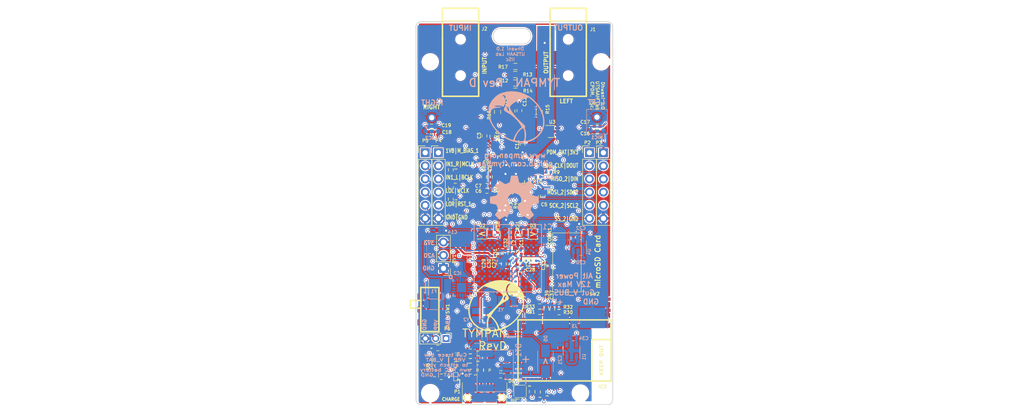
<source format=kicad_pcb>
(kicad_pcb (version 20171130) (host pcbnew "(5.1.9)-1")
  (title_block (title "Tympan Rev D") (date 3/19/18) (company "Solutiosn Design & Prototyping, LLC"))
  (layers (0 F.Cu signal) (1 In1.Cu signal hide) (2 In2.Cu mixed hide) (31 B.Cu signal hide) (34 B.Paste user) (35 F.Paste user) (36 B.SilkS user hide) (37 F.SilkS user hide) (38 B.Mask user) (39 F.Mask user) (44 Edge.Cuts user))
  (net 0 "")
  (net 1 GND)
  (net 2 +3V3)
  (net 3 "Net-(C2-Pad1)")
  (net 4 "Net-(C2-Pad2)")
  (net 5 VPP)
  (net 6 +1V8)
  (net 7 "Net-(C8-Pad1)")
  (net 8 "Net-(C11-Pad1)")
  (net 9 /POT)
  (net 10 /IN2_L)
  (net 11 "Net-(C17-Pad2)")
  (net 12 /IN2_R)
  (net 13 "Net-(C19-Pad2)")
  (net 14 +BATT)
  (net 15 "Net-(D2-Pad2)")
  (net 16 "Net-(D3-Pad2)")
  (net 17 "Net-(J1-Pad3)")
  (net 18 /MICDET)
  (net 19 /BT_TX)
  (net 20 /BT_RX)
  (net 21 /BT_nRESET)
  (net 22 /BCLK)
  (net 23 /MCLK)
  (net 24 /BT_RTS)
  (net 25 /BT_CTS)
  (net 26 /WCLK)
  (net 27 /DIN)
  (net 28 /nRESET)
  (net 29 /SCL/SS)
  (net 30 /SDA/MOSI)
  (net 31 /DOUT)
  (net 32 /IN1_L)
  (net 33 /IN1_R)
  (net 34 /LOL)
  (net 35 /LOR)
  (net 36 "Net-(R2-Pad2)")
  (net 37 "Net-(R3-Pad2)")
  (net 38 "Net-(R4-Pad2)")
  (net 39 "Net-(R5-Pad2)")
  (net 40 "Net-(R6-Pad2)")
  (net 41 "Net-(R7-Pad2)")
  (net 42 "Net-(R9-Pad2)")
  (net 43 "Net-(R10-Pad2)")
  (net 44 /HPL)
  (net 45 "Net-(J1-Pad2)")
  (net 46 /HPR)
  (net 47 /MICBIAS)
  (net 48 "Net-(SW1-Pad6)")
  (net 49 "Net-(SW1-Pad3)")
  (net 50 "Net-(U2-Pad4)")
  (net 51 "Net-(U4-Pad4)")
  (net 52 "Net-(C23-Pad2)")
  (net 53 "Net-(C24-Pad2)")
  (net 54 "Net-(C25-Pad2)")
  (net 55 "Net-(C26-Pad2)")
  (net 56 "Net-(C1-Pad1)")
  (net 57 "Net-(C1-Pad2)")
  (net 58 "Net-(C28-Pad2)")
  (net 59 "Net-(IC1-PadA6)")
  (net 60 "Net-(IC1-PadA7)")
  (net 61 "Net-(IC1-PadA9)")
  (net 62 "Net-(IC1-PadA10)")
  (net 63 "Net-(IC1-PadC1)")
  (net 64 /CLK)
  (net 65 "Net-(IC1-PadE1)")
  (net 66 /USB0_D+)
  (net 67 "Net-(IC1-PadJ1)")
  (net 68 "Net-(IC1-PadB10)")
  (net 69 "Net-(IC1-PadB9)")
  (net 70 "Net-(IC1-PadB8)")
  (net 71 "Net-(IC1-PadB6)")
  (net 72 "Net-(IC1-PadB5)")
  (net 73 "Net-(IC1-PadB2)")
  (net 74 "Net-(IC1-PadB3)")
  (net 75 "Net-(IC1-PadC5)")
  (net 76 "Net-(IC1-PadC6)")
  (net 77 "Net-(IC1-PadC9)")
  (net 78 /DAT0)
  (net 79 /DAT1)
  (net 80 "Net-(IC1-PadD4)")
  (net 81 "Net-(IC1-PadD5)")
  (net 82 "Net-(IC1-PadD6)")
  (net 83 "Net-(IC1-PadD7)")
  (net 84 "Net-(IC1-PadD9)")
  (net 85 /DAT2)
  (net 86 /DAT3)
  (net 87 /CMD)
  (net 88 "Net-(IC1-PadC10)")
  (net 89 "Net-(IC1-PadD10)")
  (net 90 "Net-(IC1-PadC11)")
  (net 91 "Net-(IC1-PadD11)")
  (net 92 "Net-(IC1-PadD12)")
  (net 93 "Net-(IC1-PadF2)")
  (net 94 "Net-(IC1-PadF3)")
  (net 95 "Net-(IC1-PadF4)")
  (net 96 "Net-(IC1-PadG4)")
  (net 97 "Net-(IC1-PadG3)")
  (net 98 "Net-(IC1-PadG2)")
  (net 99 /USB0_D-)
  (net 100 "Net-(IC1-PadH4)")
  (net 101 "Net-(IC1-PadJ4)")
  (net 102 "Net-(IC1-PadJ3)")
  (net 103 "Net-(IC1-PadJ2)")
  (net 104 "Net-(IC1-PadK1)")
  (net 105 "Net-(IC1-PadK3)")
  (net 106 "Net-(IC1-PadL4)")
  (net 107 "Net-(IC1-PadL3)")
  (net 108 "Net-(IC1-PadL2)")
  (net 109 "Net-(IC1-PadL1)")
  (net 110 "Net-(IC1-PadM2)")
  (net 111 "Net-(IC1-PadH5)")
  (net 112 /PTA0)
  (net 113 /PTA1)
  (net 114 "Net-(IC1-PadJ7)")
  (net 115 "Net-(IC1-PadJ8)")
  (net 116 /PTA2)
  (net 117 /PTA3)
  (net 118 "Net-(IC1-PadK8)")
  (net 119 "Net-(IC1-PadL5)")
  (net 120 "Net-(IC1-PadL7)")
  (net 121 "Net-(IC1-PadL8)")
  (net 122 "Net-(IC1-PadM5)")
  (net 123 "Net-(IC1-PadM6)")
  (net 124 "Net-(IC1-PadM7)")
  (net 125 "Net-(IC1-PadE11)")
  (net 126 "Net-(IC1-PadF9)")
  (net 127 "Net-(IC1-PadF10)")
  (net 128 "Net-(IC1-PadF11)")
  (net 129 "Net-(IC1-PadF12)")
  (net 130 "Net-(IC1-PadG10)")
  (net 131 "Net-(IC1-PadG9)")
  (net 132 "Net-(IC1-PadH9)")
  (net 133 "Net-(IC1-PadH10)")
  (net 134 "Net-(IC1-PadH12)")
  (net 135 "Net-(IC1-PadJ10)")
  (net 136 "Net-(IC1-PadJ12)")
  (net 137 "Net-(IC1-PadM9)")
  (net 138 "Net-(IC1-PadL9)")
  (net 139 "Net-(IC1-PadK10)")
  (net 140 "Net-(IC1-PadL10)")
  (net 141 "Net-(IC1-PadM11)")
  (net 142 "Net-(IC1-PadL11)")
  (net 143 "Net-(IC1-PadK12)")
  (net 144 /RESET_B)
  (net 145 "Net-(IC1-PadM12)")
  (net 146 /DE)
  (net 147 "Net-(IC2-Pad5)")
  (net 148 /PROG)
  (net 149 "Net-(IC2-Pad11)")
  (net 150 "Net-(IC2-Pad12)")
  (net 151 "Net-(IC2-Pad14)")
  (net 152 "Net-(IC2-Pad15)")
  (net 153 "Net-(IC2-Pad16)")
  (net 154 "Net-(IC3-Pad5)")
  (net 155 "Net-(IC3-Pad6)")
  (net 156 "Net-(IC3-Pad7)")
  (net 157 "Net-(IC3-Pad8)")
  (net 158 "Net-(IC3-Pad9)")
  (net 159 "Net-(IC3-Pad10)")
  (net 160 "Net-(IC3-Pad12)")
  (net 161 "Net-(IC3-Pad14)")
  (net 162 "Net-(IC3-Pad16)")
  (net 163 "Net-(IC3-Pad17)")
  (net 164 "Net-(IC3-Pad24)")
  (net 165 "Net-(IC3-Pad29)")
  (net 166 "Net-(IC3-Pad34)")
  (net 167 "Net-(IC3-Pad35)")
  (net 168 "Net-(IC3-Pad36)")
  (net 169 "Net-(IC3-Pad45)")
  (net 170 "Net-(IC3-Pad46)")
  (net 171 "Net-(IC3-Pad47)")
  (net 172 "Net-(IC3-Pad48)")
  (net 173 "Net-(IC3-Pad49)")
  (net 174 "Net-(IC3-Pad50)")
  (net 175 "Net-(IC3-Pad51)")
  (net 176 "Net-(P1-Pad2)")
  (net 177 "Net-(P1-Pad4)")
  (net 178 "Net-(P1-Pad3)")
  (net 179 /V_USB)
  (net 180 "Net-(C21-Pad1)")
  (net 181 "Net-(C37-Pad2)")
  (net 182 "Net-(C39-Pad2)")
  (net 183 "Net-(D6-Pad2)")
  (net 184 "Net-(D6-Pad3)")
  (net 185 "Net-(D6-Pad4)")
  (net 186 "Net-(F1-Pad1)")
  (net 187 /VREGEN)
  (net 188 /LED_0)
  (net 189 /LED_1)
  (net 190 /LED_2)
  (net 191 "Net-(U1-Pad4)")
  (net 192 Earth)
  (net 193 /M_BIAS)
  (net 194 "Net-(R16-Pad2)")
  (net 195 /SS_2)
  (net 196 /SCK_2)
  (net 197 /TX_3)
  (net 198 /MISO_2)
  (net 199 /MOSI_2)
  (net 200 /RX_3)
  (net 201 "Net-(IC1-PadA4)")
  (net 202 "Net-(IC1-PadA5)")
  (net 203 "Net-(IC1-PadA2)")
  (net 204 "Net-(D1-Pad1)")
  (net 205 /BT_PIO5)
  (net 206 /BT_PIO0)
  (net 207 "Net-(IC3-Pad26)")
  (net 208 "Net-(MIC1-Pad5)")
  (net 209 "Net-(MIC2-Pad5)")
  (net 210 "Net-(R1-Pad2)")
  (net 211 "Net-(R8-Pad1)")
  (net 212 "Net-(D1-Pad4)")
  (net 213 /USB)
  (net 214 "Net-(C12-Pad1)")
  (net 215 "Net-(C13-Pad1)")
  (net 216 "Net-(C12-Pad2)")
  (net 217 "Net-(C13-Pad2)")
  (net 218 /nRESET_1)
  (net 219 /DIN_1)
  (net 220 /DOUT_1)
  (net 221 "Net-(IC1-PadC7)")
  (net 222 /SDA2)
  (net 223 /SCL2)
  (net 224 /M_BIAS_1)
  (net 225 "Net-(IC1-PadM1)")
  (net 226 /PDM_CLK)
  (net 227 /PDM_DAT)
  (module SMD_Packages:BGA-144-1mm (layer B.Cu) (at 132.574 92.1666 180)
    (fp_text reference IC1 (at -7.876 6.0866 180) (layer B.SilkS) (effects (justify mirror)))
    (fp_text value MK66FX1M0VMD18)
    (pad A1 smd circle (at -5.50164 5.50164 180) (size 0.50038 0.50038) (layers B.Cu B.Paste B.Mask) (net 195 /SS_2))
    (pad A2 smd circle (at -4.50088 5.50164 180) (size 0.50038 0.50038) (layers B.Cu B.Paste B.Mask) (net 203 "Net-(IC1-PadA2)"))
    (pad A3 smd circle (at -3.50012 5.50164 180) (size 0.50038 0.50038) (layers B.Cu B.Paste B.Mask) (net 193 /M_BIAS))
    (pad A4 smd circle (at -2.5019 5.50164 180) (size 0.50038 0.50038) (layers B.Cu B.Paste B.Mask) (net 201 "Net-(IC1-PadA4)"))
    (pad A5 smd circle (at -1.50114 5.50164 180) (size 0.50038 0.50038) (layers B.Cu B.Paste B.Mask) (net 202 "Net-(IC1-PadA5)"))
    (pad A6 smd circle (at -0.50038 5.50164 180) (size 0.50038 0.50038) (layers B.Cu B.Paste B.Mask) (net 59 "Net-(IC1-PadA6)"))
    (pad A7 smd circle (at 0.49784 5.50164 180) (size 0.50038 0.50038) (layers B.Cu B.Paste B.Mask) (net 60 "Net-(IC1-PadA7)"))
    (pad A8 smd circle (at 1.4986 5.50164 180) (size 0.50038 0.50038) (layers B.Cu B.Paste B.Mask) (net 28 /nRESET))
    (pad A9 smd circle (at 2.49936 5.50164 180) (size 0.50038 0.50038) (layers B.Cu B.Paste B.Mask) (net 61 "Net-(IC1-PadA9)"))
    (pad A10 smd circle (at 3.50012 5.50164 180) (size 0.50038 0.50038) (layers B.Cu B.Paste B.Mask) (net 62 "Net-(IC1-PadA10)"))
    (pad A11 smd circle (at 4.49834 5.50164 180) (size 0.50038 0.50038) (layers B.Cu B.Paste B.Mask) (net 22 /BCLK))
    (pad A12 smd circle (at 5.4991 5.50164 180) (size 0.50038 0.50038) (layers B.Cu B.Paste B.Mask) (net 26 /WCLK))
    (pad B1 smd circle (at -5.50164 4.50088 180) (size 0.50038 0.50038) (layers B.Cu B.Paste B.Mask) (net 196 /SCK_2))
    (pad C1 smd circle (at -5.50164 3.50012 180) (size 0.50038 0.50038) (layers B.Cu B.Paste B.Mask) (net 63 "Net-(IC1-PadC1)"))
    (pad D1 smd circle (at -5.50164 2.5019 180) (size 0.50038 0.50038) (layers B.Cu B.Paste B.Mask) (net 64 /CLK))
    (pad E1 smd circle (at -5.50164 1.50114 180) (size 0.50038 0.50038) (layers B.Cu B.Paste B.Mask) (net 65 "Net-(IC1-PadE1)"))
    (pad F1 smd circle (at -5.50164 0.50038 180) (size 0.50038 0.50038) (layers B.Cu B.Paste B.Mask) (net 206 /BT_PIO0))
    (pad G1 smd circle (at -5.50164 -0.49784 180) (size 0.50038 0.50038) (layers B.Cu B.Paste B.Mask) (net 2 +3V3))
    (pad H1 smd circle (at -5.50164 -1.4986 180) (size 0.50038 0.50038) (layers B.Cu B.Paste B.Mask) (net 66 /USB0_D+))
    (pad J1 smd circle (at -5.50164 -2.49936 180) (size 0.50038 0.50038) (layers B.Cu B.Paste B.Mask) (net 67 "Net-(IC1-PadJ1)"))
    (pad B12 smd circle (at 5.4991 4.50088 180) (size 0.50038 0.50038) (layers B.Cu B.Paste B.Mask) (net 219 /DIN_1))
    (pad B11 smd circle (at 4.49834 4.50088 180) (size 0.50038 0.50038) (layers B.Cu B.Paste B.Mask) (net 27 /DIN))
    (pad B10 smd circle (at 3.50012 4.50088 180) (size 0.50038 0.50038) (layers B.Cu B.Paste B.Mask) (net 68 "Net-(IC1-PadB10)"))
    (pad B9 smd circle (at 2.49936 4.50088 180) (size 0.50038 0.50038) (layers B.Cu B.Paste B.Mask) (net 69 "Net-(IC1-PadB9)"))
    (pad B8 smd circle (at 1.4986 4.50088 180) (size 0.50038 0.50038) (layers B.Cu B.Paste B.Mask) (net 70 "Net-(IC1-PadB8)"))
    (pad B7 smd circle (at 0.49784 4.50088 180) (size 0.50038 0.50038) (layers B.Cu B.Paste B.Mask) (net 220 /DOUT_1))
    (pad B6 smd circle (at -0.50038 4.50088 180) (size 0.50038 0.50038) (layers B.Cu B.Paste B.Mask) (net 71 "Net-(IC1-PadB6)"))
    (pad B5 smd circle (at -1.50114 4.50088 180) (size 0.50038 0.50038) (layers B.Cu B.Paste B.Mask) (net 72 "Net-(IC1-PadB5)"))
    (pad B2 smd circle (at -4.50088 4.50088 180) (size 0.50038 0.50038) (layers B.Cu B.Paste B.Mask) (net 73 "Net-(IC1-PadB2)"))
    (pad B3 smd circle (at -3.50012 4.50088 180) (size 0.50038 0.50038) (layers B.Cu B.Paste B.Mask) (net 74 "Net-(IC1-PadB3)"))
    (pad B4 smd circle (at -2.5019 4.50088 180) (size 0.50038 0.50038) (layers B.Cu B.Paste B.Mask) (net 197 /TX_3))
    (pad C2 smd circle (at -4.50088 3.50012 180) (size 0.50038 0.50038) (layers B.Cu B.Paste B.Mask) (net 198 /MISO_2))
    (pad C3 smd circle (at -3.50012 3.50012 180) (size 0.50038 0.50038) (layers B.Cu B.Paste B.Mask) (net 199 /MOSI_2))
    (pad C4 smd circle (at -2.5019 3.50012 180) (size 0.50038 0.50038) (layers B.Cu B.Paste B.Mask) (net 200 /RX_3))
    (pad C5 smd circle (at -1.50114 3.50012 180) (size 0.50038 0.50038) (layers B.Cu B.Paste B.Mask) (net 75 "Net-(IC1-PadC5)"))
    (pad C6 smd circle (at -0.50038 3.50012 180) (size 0.50038 0.50038) (layers B.Cu B.Paste B.Mask) (net 76 "Net-(IC1-PadC6)"))
    (pad C7 smd circle (at 0.49784 3.50012 180) (size 0.50038 0.50038) (layers B.Cu B.Paste B.Mask) (net 221 "Net-(IC1-PadC7)"))
    (pad C8 smd circle (at 1.4986 3.50012 180) (size 0.50038 0.50038) (layers B.Cu B.Paste B.Mask) (net 23 /MCLK))
    (pad C9 smd circle (at 2.49936 3.50012 180) (size 0.50038 0.50038) (layers B.Cu B.Paste B.Mask) (net 77 "Net-(IC1-PadC9)"))
    (pad D2 smd circle (at -4.50088 2.5019 180) (size 0.50038 0.50038) (layers B.Cu B.Paste B.Mask) (net 78 /DAT0))
    (pad D3 smd circle (at -3.50012 2.5019 180) (size 0.50038 0.50038) (layers B.Cu B.Paste B.Mask) (net 79 /DAT1))
    (pad D4 smd circle (at -2.5019 2.5019 180) (size 0.50038 0.50038) (layers B.Cu B.Paste B.Mask) (net 80 "Net-(IC1-PadD4)"))
    (pad D5 smd circle (at -1.50114 2.5019 180) (size 0.50038 0.50038) (layers B.Cu B.Paste B.Mask) (net 81 "Net-(IC1-PadD5)"))
    (pad D6 smd circle (at -0.50038 2.5019 180) (size 0.50038 0.50038) (layers B.Cu B.Paste B.Mask) (net 82 "Net-(IC1-PadD6)"))
    (pad D7 smd circle (at 0.49784 2.5019 180) (size 0.50038 0.50038) (layers B.Cu B.Paste B.Mask) (net 83 "Net-(IC1-PadD7)"))
    (pad D8 smd circle (at 1.4986 2.5019 180) (size 0.50038 0.50038) (layers B.Cu B.Paste B.Mask) (net 31 /DOUT))
    (pad D9 smd circle (at 2.49936 2.5019 180) (size 0.50038 0.50038) (layers B.Cu B.Paste B.Mask) (net 84 "Net-(IC1-PadD9)"))
    (pad E2 smd circle (at -4.50088 1.50114 180) (size 0.50038 0.50038) (layers B.Cu B.Paste B.Mask) (net 85 /DAT2))
    (pad E3 smd circle (at -3.50012 1.50114 180) (size 0.50038 0.50038) (layers B.Cu B.Paste B.Mask) (net 86 /DAT3))
    (pad E4 smd circle (at -2.5019 1.50114 180) (size 0.50038 0.50038) (layers B.Cu B.Paste B.Mask) (net 87 /CMD))
    (pad C10 smd circle (at 3.50012 3.50012 180) (size 0.50038 0.50038) (layers B.Cu B.Paste B.Mask) (net 88 "Net-(IC1-PadC10)"))
    (pad D10 smd circle (at 3.50012 2.5019 180) (size 0.50038 0.50038) (layers B.Cu B.Paste B.Mask) (net 89 "Net-(IC1-PadD10)"))
    (pad C11 smd circle (at 4.49834 3.50012 180) (size 0.50038 0.50038) (layers B.Cu B.Paste B.Mask) (net 90 "Net-(IC1-PadC11)"))
    (pad D11 smd circle (at 4.49834 2.5019 180) (size 0.50038 0.50038) (layers B.Cu B.Paste B.Mask) (net 91 "Net-(IC1-PadD11)"))
    (pad D12 smd circle (at 5.4991 2.5019 180) (size 0.50038 0.50038) (layers B.Cu B.Paste B.Mask) (net 92 "Net-(IC1-PadD12)"))
    (pad C12 smd circle (at 5.4991 3.50012 180) (size 0.50038 0.50038) (layers B.Cu B.Paste B.Mask) (net 1 GND))
    (pad F2 smd circle (at -4.50088 0.50038 180) (size 0.50038 0.50038) (layers B.Cu B.Paste B.Mask) (net 93 "Net-(IC1-PadF2)"))
    (pad F3 smd circle (at -3.50012 0.50038 180) (size 0.50038 0.50038) (layers B.Cu B.Paste B.Mask) (net 94 "Net-(IC1-PadF3)"))
    (pad F4 smd circle (at -2.5019 0.50038 180) (size 0.50038 0.50038) (layers B.Cu B.Paste B.Mask) (net 95 "Net-(IC1-PadF4)"))
    (pad G4 smd circle (at -2.5019 -0.49784 180) (size 0.50038 0.50038) (layers B.Cu B.Paste B.Mask) (net 96 "Net-(IC1-PadG4)"))
    (pad G3 smd circle (at -3.50012 -0.49784 180) (size 0.50038 0.50038) (layers B.Cu B.Paste B.Mask) (net 97 "Net-(IC1-PadG3)"))
    (pad G2 smd circle (at -4.50088 -0.49784 180) (size 0.50038 0.50038) (layers B.Cu B.Paste B.Mask) (net 98 "Net-(IC1-PadG2)"))
    (pad H2 smd circle (at -4.50088 -1.4986 180) (size 0.50038 0.50038) (layers B.Cu B.Paste B.Mask) (net 99 /USB0_D-))
    (pad H3 smd circle (at -3.50012 -1.4986 180) (size 0.50038 0.50038) (layers B.Cu B.Paste B.Mask) (net 1 GND))
    (pad H4 smd circle (at -2.5019 -1.4986 180) (size 0.50038 0.50038) (layers B.Cu B.Paste B.Mask) (net 100 "Net-(IC1-PadH4)"))
    (pad J4 smd circle (at -2.5019 -2.49936 180) (size 0.50038 0.50038) (layers B.Cu B.Paste B.Mask) (net 101 "Net-(IC1-PadJ4)"))
    (pad J3 smd circle (at -3.50012 -2.49936 180) (size 0.50038 0.50038) (layers B.Cu B.Paste B.Mask) (net 102 "Net-(IC1-PadJ3)"))
    (pad J2 smd circle (at -4.50088 -2.49936 180) (size 0.50038 0.50038) (layers B.Cu B.Paste B.Mask) (net 103 "Net-(IC1-PadJ2)"))
    (pad K1 smd circle (at -5.50164 -3.50012 180) (size 0.50038 0.50038) (layers B.Cu B.Paste B.Mask) (net 104 "Net-(IC1-PadK1)"))
    (pad K2 smd circle (at -4.50088 -3.50012 180) (size 0.50038 0.50038) (layers B.Cu B.Paste B.Mask) (net 1 GND))
    (pad K3 smd circle (at -3.50012 -3.50012 180) (size 0.50038 0.50038) (layers B.Cu B.Paste B.Mask) (net 105 "Net-(IC1-PadK3)"))
    (pad K4 smd circle (at -2.5019 -3.50012 180) (size 0.50038 0.50038) (layers B.Cu B.Paste B.Mask) (net 24 /BT_RTS))
    (pad L4 smd circle (at -2.5019 -4.49834 180) (size 0.50038 0.50038) (layers B.Cu B.Paste B.Mask) (net 106 "Net-(IC1-PadL4)"))
    (pad L3 smd circle (at -3.50012 -4.49834 180) (size 0.50038 0.50038) (layers B.Cu B.Paste B.Mask) (net 107 "Net-(IC1-PadL3)"))
    (pad L2 smd circle (at -4.50088 -4.49834 180) (size 0.50038 0.50038) (layers B.Cu B.Paste B.Mask) (net 108 "Net-(IC1-PadL2)"))
    (pad L1 smd circle (at -5.50164 -4.49834 180) (size 0.50038 0.50038) (layers B.Cu B.Paste B.Mask) (net 109 "Net-(IC1-PadL1)"))
    (pad M1 smd circle (at -5.50164 -5.4991 180) (size 0.50038 0.50038) (layers B.Cu B.Paste B.Mask) (net 225 "Net-(IC1-PadM1)"))
    (pad M2 smd circle (at -4.50088 -5.4991 180) (size 0.50038 0.50038) (layers B.Cu B.Paste B.Mask) (net 110 "Net-(IC1-PadM2)"))
    (pad M3 smd circle (at -3.50012 -5.4991 180) (size 0.50038 0.50038) (layers B.Cu B.Paste B.Mask) (net 58 "Net-(C28-Pad2)"))
    (pad M4 smd circle (at -2.5019 -5.4991 180) (size 0.50038 0.50038) (layers B.Cu B.Paste B.Mask) (net 205 /BT_PIO5))
    (pad E8 smd circle (at 1.4986 1.50114 180) (size 0.50038 0.50038) (layers B.Cu B.Paste B.Mask) (net 2 +3V3))
    (pad E7 smd circle (at 0.49784 1.50114 180) (size 0.50038 0.50038) (layers B.Cu B.Paste B.Mask) (net 2 +3V3))
    (pad E6 smd circle (at -0.50038 1.50114 180) (size 0.50038 0.50038) (layers B.Cu B.Paste B.Mask) (net 2 +3V3))
    (pad E5 smd circle (at -1.50114 1.50114 180) (size 0.50038 0.50038) (layers B.Cu B.Paste B.Mask) (net 2 +3V3))
    (pad F5 smd circle (at -1.50114 0.50038 180) (size 0.50038 0.50038) (layers B.Cu B.Paste B.Mask) (net 2 +3V3))
    (pad F6 smd circle (at -0.50038 0.50038 180) (size 0.50038 0.50038) (layers B.Cu B.Paste B.Mask) (net 1 GND))
    (pad F7 smd circle (at 0.49784 0.50038 180) (size 0.50038 0.50038) (layers B.Cu B.Paste B.Mask) (net 1 GND))
    (pad F8 smd circle (at 1.4986 0.50038 180) (size 0.50038 0.50038) (layers B.Cu B.Paste B.Mask) (net 2 +3V3))
    (pad G5 smd circle (at -1.50114 -0.49784 180) (size 0.50038 0.50038) (layers B.Cu B.Paste B.Mask) (net 57 "Net-(C1-Pad2)"))
    (pad G6 smd circle (at -0.50038 -0.49784 180) (size 0.50038 0.50038) (layers B.Cu B.Paste B.Mask) (net 56 "Net-(C1-Pad1)"))
    (pad G7 smd circle (at 0.49784 -0.49784 180) (size 0.50038 0.50038) (layers B.Cu B.Paste B.Mask) (net 1 GND))
    (pad G8 smd circle (at 1.4986 -0.49784 180) (size 0.50038 0.50038) (layers B.Cu B.Paste B.Mask) (net 1 GND))
    (pad H5 smd circle (at -1.50114 -1.4986 180) (size 0.50038 0.50038) (layers B.Cu B.Paste B.Mask) (net 111 "Net-(IC1-PadH5)"))
    (pad H6 smd circle (at -0.50038 -1.4986 180) (size 0.50038 0.50038) (layers B.Cu B.Paste B.Mask) (net 56 "Net-(C1-Pad1)"))
    (pad H7 smd circle (at 0.49784 -1.4986 180) (size 0.50038 0.50038) (layers B.Cu B.Paste B.Mask) (net 1 GND))
    (pad H8 smd circle (at 1.4986 -1.4986 180) (size 0.50038 0.50038) (layers B.Cu B.Paste B.Mask) (net 1 GND))
    (pad J5 smd circle (at -1.50114 -2.49936 180) (size 0.50038 0.50038) (layers B.Cu B.Paste B.Mask) (net 112 /PTA0))
    (pad J6 smd circle (at -0.50038 -2.49936 180) (size 0.50038 0.50038) (layers B.Cu B.Paste B.Mask) (net 113 /PTA1))
    (pad J7 smd circle (at 0.49784 -2.49936 180) (size 0.50038 0.50038) (layers B.Cu B.Paste B.Mask) (net 114 "Net-(IC1-PadJ7)"))
    (pad J8 smd circle (at 1.4986 -2.49936 180) (size 0.50038 0.50038) (layers B.Cu B.Paste B.Mask) (net 115 "Net-(IC1-PadJ8)"))
    (pad K5 smd circle (at -1.50114 -3.50012 180) (size 0.50038 0.50038) (layers B.Cu B.Paste B.Mask) (net 21 /BT_nRESET))
    (pad K6 smd circle (at -0.50038 -3.50012 180) (size 0.50038 0.50038) (layers B.Cu B.Paste B.Mask) (net 116 /PTA2))
    (pad K7 smd circle (at 0.49784 -3.50012 180) (size 0.50038 0.50038) (layers B.Cu B.Paste B.Mask) (net 117 /PTA3))
    (pad K8 smd circle (at 1.4986 -3.50012 180) (size 0.50038 0.50038) (layers B.Cu B.Paste B.Mask) (net 118 "Net-(IC1-PadK8)"))
    (pad L5 smd circle (at -1.50114 -4.49834 180) (size 0.50038 0.50038) (layers B.Cu B.Paste B.Mask) (net 119 "Net-(IC1-PadL5)"))
    (pad L6 smd circle (at -0.50038 -4.49834 180) (size 0.50038 0.50038) (layers B.Cu B.Paste B.Mask) (net 5 VPP))
    (pad L7 smd circle (at 0.49784 -4.49834 180) (size 0.50038 0.50038) (layers B.Cu B.Paste B.Mask) (net 120 "Net-(IC1-PadL7)"))
    (pad L8 smd circle (at 1.4986 -4.49834 180) (size 0.50038 0.50038) (layers B.Cu B.Paste B.Mask) (net 121 "Net-(IC1-PadL8)"))
    (pad M5 smd circle (at -1.50114 -5.4991 180) (size 0.50038 0.50038) (layers B.Cu B.Paste B.Mask) (net 122 "Net-(IC1-PadM5)"))
    (pad M6 smd circle (at -0.50038 -5.4991 180) (size 0.50038 0.50038) (layers B.Cu B.Paste B.Mask) (net 123 "Net-(IC1-PadM6)"))
    (pad M7 smd circle (at 0.49784 -5.4991 180) (size 0.50038 0.50038) (layers B.Cu B.Paste B.Mask) (net 124 "Net-(IC1-PadM7)"))
    (pad M8 smd circle (at 1.4986 -5.4991 180) (size 0.50038 0.50038) (layers B.Cu B.Paste B.Mask) (net 25 /BT_CTS))
    (pad E9 smd circle (at 2.49936 1.50114 180) (size 0.50038 0.50038) (layers B.Cu B.Paste B.Mask) (net 20 /BT_RX))
    (pad E10 smd circle (at 3.50012 1.50114 180) (size 0.50038 0.50038) (layers B.Cu B.Paste B.Mask) (net 19 /BT_TX))
    (pad E11 smd circle (at 4.49834 1.50114 180) (size 0.50038 0.50038) (layers B.Cu B.Paste B.Mask) (net 125 "Net-(IC1-PadE11)"))
    (pad E12 smd circle (at 5.4991 1.50114 180) (size 0.50038 0.50038) (layers B.Cu B.Paste B.Mask) (net 187 /VREGEN))
    (pad F9 smd circle (at 2.49936 0.50038 180) (size 0.50038 0.50038) (layers B.Cu B.Paste B.Mask) (net 126 "Net-(IC1-PadF9)"))
    (pad F10 smd circle (at 3.50012 0.50038 180) (size 0.50038 0.50038) (layers B.Cu B.Paste B.Mask) (net 127 "Net-(IC1-PadF10)"))
    (pad F11 smd circle (at 4.49834 0.50038 180) (size 0.50038 0.50038) (layers B.Cu B.Paste B.Mask) (net 128 "Net-(IC1-PadF11)"))
    (pad F12 smd circle (at 5.4991 0.50038 180) (size 0.50038 0.50038) (layers B.Cu B.Paste B.Mask) (net 129 "Net-(IC1-PadF12)"))
    (pad J9 smd circle (at 2.49936 -2.49936 180) (size 0.50038 0.50038) (layers B.Cu B.Paste B.Mask) (net 222 /SDA2))
    (pad G12 smd circle (at 5.4991 -0.49784 180) (size 0.50038 0.50038) (layers B.Cu B.Paste B.Mask) (net 29 /SCL/SS))
    (pad G11 smd circle (at 4.49834 -0.49784 180) (size 0.50038 0.50038) (layers B.Cu B.Paste B.Mask) (net 30 /SDA/MOSI))
    (pad G10 smd circle (at 3.50012 -0.49784 180) (size 0.50038 0.50038) (layers B.Cu B.Paste B.Mask) (net 130 "Net-(IC1-PadG10)"))
    (pad G9 smd circle (at 2.49936 -0.49784 180) (size 0.50038 0.50038) (layers B.Cu B.Paste B.Mask) (net 131 "Net-(IC1-PadG9)"))
    (pad H9 smd circle (at 2.49936 -1.4986 180) (size 0.50038 0.50038) (layers B.Cu B.Paste B.Mask) (net 132 "Net-(IC1-PadH9)"))
    (pad H10 smd circle (at 3.50012 -1.4986 180) (size 0.50038 0.50038) (layers B.Cu B.Paste B.Mask) (net 133 "Net-(IC1-PadH10)"))
    (pad H11 smd circle (at 4.49834 -1.4986 180) (size 0.50038 0.50038) (layers B.Cu B.Paste B.Mask) (net 224 /M_BIAS_1))
    (pad H12 smd circle (at 5.4991 -1.4986 180) (size 0.50038 0.50038) (layers B.Cu B.Paste B.Mask) (net 134 "Net-(IC1-PadH12)"))
    (pad J10 smd circle (at 3.50012 -2.49936 180) (size 0.50038 0.50038) (layers B.Cu B.Paste B.Mask) (net 135 "Net-(IC1-PadJ10)"))
    (pad J11 smd circle (at 4.49834 -2.49936 180) (size 0.50038 0.50038) (layers B.Cu B.Paste B.Mask) (net 218 /nRESET_1))
    (pad J12 smd circle (at 5.4991 -2.49936 180) (size 0.50038 0.50038) (layers B.Cu B.Paste B.Mask) (net 136 "Net-(IC1-PadJ12)"))
    (pad M9 smd circle (at 2.49936 -5.4991 180) (size 0.50038 0.50038) (layers B.Cu B.Paste B.Mask) (net 137 "Net-(IC1-PadM9)"))
    (pad L9 smd circle (at 2.49936 -4.49834 180) (size 0.50038 0.50038) (layers B.Cu B.Paste B.Mask) (net 138 "Net-(IC1-PadL9)"))
    (pad K9 smd circle (at 2.49936 -3.50012 180) (size 0.50038 0.50038) (layers B.Cu B.Paste B.Mask) (net 223 /SCL2))
    (pad K10 smd circle (at 3.50012 -3.50012 180) (size 0.50038 0.50038) (layers B.Cu B.Paste B.Mask) (net 139 "Net-(IC1-PadK10)"))
    (pad L10 smd circle (at 3.50012 -4.49834 180) (size 0.50038 0.50038) (layers B.Cu B.Paste B.Mask) (net 140 "Net-(IC1-PadL10)"))
    (pad M10 smd circle (at 3.50012 -5.4991 180) (size 0.50038 0.50038) (layers B.Cu B.Paste B.Mask) (net 1 GND))
    (pad M11 smd circle (at 4.49834 -5.4991 180) (size 0.50038 0.50038) (layers B.Cu B.Paste B.Mask) (net 141 "Net-(IC1-PadM11)"))
    (pad L11 smd circle (at 4.49834 -4.49834 180) (size 0.50038 0.50038) (layers B.Cu B.Paste B.Mask) (net 142 "Net-(IC1-PadL11)"))
    (pad K11 smd circle (at 4.49834 -3.50012 180) (size 0.50038 0.50038) (layers B.Cu B.Paste B.Mask) (net 9 /POT))
    (pad K12 smd circle (at 5.4991 -3.50012 180) (size 0.50038 0.50038) (layers B.Cu B.Paste B.Mask) (net 143 "Net-(IC1-PadK12)"))
    (pad L12 smd circle (at 5.4991 -4.49834 180) (size 0.50038 0.50038) (layers B.Cu B.Paste B.Mask) (net 144 /RESET_B))
    (pad M12 smd circle (at 5.4991 -5.4991 180) (size 0.50038 0.50038) (layers B.Cu B.Paste B.Mask) (net 145 "Net-(IC1-PadM12)"))
  )
  (module Tympan:SJ-3523-SMT-TR (layer F.Cu) (at 144.25 49.88 270)
    (fp_text reference J1 (at -1.925 -4.775) (layer F.SilkS) (effects (font (size 0.635 0.635) (thickness 0.127))))
    (fp_text value SJ-3523-SMT-TR)
    (pad 2 smd rect (at 8.3 4.2 270) (size 2.8 2.8) (layers F.Cu F.Paste F.Mask) (net 45 "Net-(J1-Pad2)"))
    (pad 3 smd rect (at 0.9 -4.2 270) (size 2.2 2.8) (layers F.Cu F.Paste F.Mask) (net 17 "Net-(J1-Pad3)"))
    (pad "" np_thru_hole circle (at 7 0 270) (size 1.7 1.7) (drill 1.7) (layers *.Cu *.Mask))
    (pad "" np_thru_hole circle (at 0 0 270) (size 1.7 1.7) (drill 1.7) (layers *.Cu *.Mask))
    (pad 1 smd rect (at -1.1 4.2 270) (size 2.2 2.8) (layers F.Cu F.Paste F.Mask) (net 1 GND))
  )
  (module Resistors_SMD:R_0402 (layer F.Cu) (at 119.73442 115.06218)
    (fp_text reference R11 (at -1.29442 -0.01218 -180) (layer F.SilkS) (effects (font (size 0.2 0.2) (thickness 0.05))))
    (fp_text value 1K)
    (pad 1 smd rect (at -0.45 0) (size 0.4 0.6) (layers F.Cu F.Paste F.Mask) (net 204 "Net-(D1-Pad1)"))
    (pad 2 smd rect (at 0.45 0) (size 0.4 0.6) (layers F.Cu F.Paste F.Mask) (net 210 "Net-(R1-Pad2)"))
  )
  (module Tympan:ABHB1608S (layer F.Cu) (at 122.52842 115.04948 90)
    (fp_text reference D1 (at 0.07948 -0.99842) (layer F.SilkS) (effects (font (size 0.2 0.2) (thickness 0.05))))
    (fp_text value APHB1608SGNC)
    (pad 1 smd rect (at -0.6 -0.35 90) (size 0.5 0.4) (layers F.Cu F.Paste F.Mask) (net 204 "Net-(D1-Pad1)"))
    (pad 2 smd rect (at 0.6 -0.35 90) (size 0.5 0.4) (layers F.Cu F.Paste F.Mask) (net 1 GND))
    (pad 3 smd rect (at -0.6 0.35 90) (size 0.5 0.4) (layers F.Cu F.Paste F.Mask) (net 213 /USB))
    (pad 4 smd rect (at 0.6 0.35 90) (size 0.5 0.4) (layers F.Cu F.Paste F.Mask) (net 212 "Net-(D1-Pad4)"))
  )
  (module Resistors_SMD:R_0402 (layer F.Cu) (at 119.05 109.505)
    (fp_text reference R8 (at -1.25 0.085) (layer F.SilkS) (effects (font (size 0.2 0.2) (thickness 0.05))))
    (fp_text value 2.2K)
    (pad 1 smd rect (at -0.45 0) (size 0.4 0.6) (layers F.Cu F.Paste F.Mask) (net 211 "Net-(R8-Pad1)"))
    (pad 2 smd rect (at 0.45 0) (size 0.4 0.6) (layers F.Cu F.Paste F.Mask) (net 1 GND))
  )
  (module Tympan:CL-SB-22A (layer F.Cu) (at 117.52 102.07 270)
    (fp_text reference SW1 (at -0.132 -3.426 90) (layer F.SilkS) (effects (font (size 0.635 0.635) (thickness 0.127))))
    (fp_text value CL-SB-22A)
    (pad 5 smd rect (at 0 -1.6 270) (size 1.2 1.6) (layers F.Cu F.Paste F.Mask) (net 5 VPP))
    (pad 2 smd rect (at 0 1.6 270) (size 1.2 1.6) (layers F.Cu F.Paste F.Mask) (net 5 VPP))
    (pad 6 smd rect (at 2.5 -1.6 270) (size 1.2 1.6) (layers F.Cu F.Paste F.Mask) (net 48 "Net-(SW1-Pad6)"))
    (pad 3 smd rect (at 2.5 1.6 270) (size 1.2 1.6) (layers F.Cu F.Paste F.Mask) (net 49 "Net-(SW1-Pad3)"))
    (pad 1 smd rect (at -2.5 1.6 270) (size 1.2 1.6) (layers F.Cu F.Paste F.Mask) (net 186 "Net-(F1-Pad1)"))
    (pad 4 smd rect (at -2.5 -1.6 270) (size 1.2 1.6) (layers F.Cu F.Paste F.Mask) (net 186 "Net-(F1-Pad1)"))
  )
  (module Capacitors_SMD:C_0402 (layer F.Cu) (at 133.47 63.73 90)
    (fp_text reference C13 (at 1.75 -0.93 270) (layer F.SilkS) (effects (font (size 0.635 0.635) (thickness 0.127))))
    (fp_text value 2.2uF)
    (pad 1 smd rect (at -0.55 0 90) (size 0.6 0.5) (layers F.Cu F.Paste F.Mask) (net 215 "Net-(C13-Pad1)"))
    (pad 2 smd rect (at 0.55 0 90) (size 0.6 0.5) (layers F.Cu F.Paste F.Mask) (net 217 "Net-(C13-Pad2)"))
  )
  (module Capacitors_SMD:C_0603 (layer F.Cu) (at 134.01 58.32)
    (fp_text reference R12 (at -2.29 -0.46) (layer F.SilkS) (effects (font (size 0.635 0.635) (thickness 0.127))))
    (fp_text value 0R)
    (pad 1 smd rect (at -0.75 0) (size 0.8 0.75) (layers F.Cu F.Paste F.Mask) (net 44 /HPL))
    (pad 2 smd rect (at 0.75 0) (size 0.8 0.75) (layers F.Cu F.Paste F.Mask) (net 45 "Net-(J1-Pad2)"))
  )
  (module Resistors_SMD:R_0402 (layer F.Cu) (at 137.27 117.94 270)
    (fp_text reference R36 (at -1.08 0.52 180) (layer F.SilkS) (effects (font (size 0.2 0.2) (thickness 0.05))))
    (fp_text value 240R)
    (pad 1 smd rect (at -0.45 0 270) (size 0.4 0.6) (layers F.Cu F.Paste F.Mask) (net 188 /LED_0))
    (pad 2 smd rect (at 0.45 0 270) (size 0.4 0.6) (layers F.Cu F.Paste F.Mask) (net 185 "Net-(D6-Pad4)"))
  )
  (module Tympan:NPTH_3.2mm (layer F.Cu) (at 117.6 118.23)
    (fp_text reference P8)
    (fp_text value CONN_01X01)
    (pad "" np_thru_hole circle (at 0 0) (size 3.2 3.2) (drill 3.2) (layers *.Cu))
  )
  (module Tympan:NPTH_3.2mm (layer F.Cu) (at 150.6 54.23)
    (fp_text reference P9)
    (fp_text value CONN_01X01)
    (pad "" np_thru_hole circle (at 0 0) (size 3 3) (drill 3) (layers *.Cu F.SilkS))
  )
  (module Tympan:NPTH_3.2mm (layer F.Cu) (at 117.6 54.23)
    (fp_text reference P10)
    (fp_text value CONN_01X01)
    (pad "" np_thru_hole circle (at 0 0) (size 3 3) (drill 3) (layers *.Cu F.SilkS))
  )
  (module Resistors_SMD:R_0402 (layer F.Cu) (at 135.9 79.53 90)
    (fp_text reference R6 (at -2.47 -0.01 90) (layer F.SilkS) (effects (font (size 0.635 0.635) (thickness 0.127))))
    (fp_text value 33R)
    (pad 2 smd rect (at 0.45 0 90) (size 0.4 0.6) (layers F.Cu F.Paste F.Mask) (net 40 "Net-(R6-Pad2)"))
    (pad 1 smd rect (at -0.45 0 90) (size 0.4 0.6) (layers F.Cu F.Paste F.Mask) (net 31 /DOUT))
  )
  (module Tympan:BC127 (layer F.Cu) (at 142.85 109.78 270)
    (fp_text reference IC3 (at 7.175 -8) (layer F.SilkS) (effects (font (size 0.635 0.635) (thickness 0.127))))
    (fp_text value BC127)
    (fp_text user "KEEP OUT" (at 2.1 -7.825 270) (layer F.SilkS) (effects (font (size 0.6 0.8))))
    (pad 1 smd rect (at -5.6 -8.8 270) (size 1 0.6) (layers F.Cu F.Paste F.Mask) (net 1 GND))
    (pad 2 smd rect (at -5.6 -8 270) (size 1 0.6) (layers F.Cu F.Paste F.Mask) (net 1 GND))
    (pad 3 smd rect (at -5.6 -7.2 270) (size 1 0.6) (layers F.Cu F.Paste F.Mask) (net 1 GND))
    (pad 4 smd rect (at -5.6 -6.4 270) (size 1 0.6) (layers F.Cu F.Paste F.Mask) (net 1 GND))
    (pad 5 smd rect (at -5.6 -5.6 270) (size 1 0.6) (layers F.Cu F.Paste F.Mask) (net 154 "Net-(IC3-Pad5)"))
    (pad 6 smd rect (at -5.6 -4.8 270) (size 1 0.6) (layers F.Cu F.Paste F.Mask) (net 155 "Net-(IC3-Pad6)"))
    (pad 7 smd rect (at -5.6 -4 270) (size 1 0.6) (layers F.Cu F.Paste F.Mask) (net 156 "Net-(IC3-Pad7)"))
    (pad 8 smd rect (at -5.6 -3.2 270) (size 1 0.6) (layers F.Cu F.Paste F.Mask) (net 157 "Net-(IC3-Pad8)"))
    (pad 9 smd rect (at -5.6 -2.4 270) (size 1 0.6) (layers F.Cu F.Paste F.Mask) (net 158 "Net-(IC3-Pad9)"))
    (pad 10 smd rect (at -5.6 -1.6 270) (size 1 0.6) (layers F.Cu F.Paste F.Mask) (net 159 "Net-(IC3-Pad10)"))
    (pad 11 smd rect (at -5.6 -0.8 270) (size 1 0.6) (layers F.Cu F.Paste F.Mask) (net 1 GND))
    (pad 12 smd rect (at -5.6 0 270) (size 1 0.6) (layers F.Cu F.Paste F.Mask) (net 160 "Net-(IC3-Pad12)"))
    (pad 13 smd rect (at -5.6 0.8 270) (size 1 0.6) (layers F.Cu F.Paste F.Mask) (net 1 GND))
    (pad 14 smd rect (at -5.6 1.6 270) (size 1 0.6) (layers F.Cu F.Paste F.Mask) (net 161 "Net-(IC3-Pad14)"))
    (pad 15 smd rect (at -5.6 2.4 270) (size 1 0.6) (layers F.Cu F.Paste F.Mask) (net 1 GND))
    (pad 16 smd rect (at -5.6 3.2 270) (size 1 0.6) (layers F.Cu F.Paste F.Mask) (net 162 "Net-(IC3-Pad16)"))
    (pad 17 smd rect (at -5.6 4 270) (size 1 0.6) (layers F.Cu F.Paste F.Mask) (net 163 "Net-(IC3-Pad17)"))
    (pad 18 smd rect (at -5.6 4.8 270) (size 1 0.6) (layers F.Cu F.Paste F.Mask) (net 1 GND))
    (pad 19 smd rect (at -5.6 5.6 270) (size 1 0.6) (layers F.Cu F.Paste F.Mask) (net 35 /LOR))
    (pad 20 smd rect (at -5.6 6.4 270) (size 1 0.6) (layers F.Cu F.Paste F.Mask) (net 1 GND))
    (pad 21 smd rect (at -5.6 7.2 270) (size 1 0.6) (layers F.Cu F.Paste F.Mask) (net 34 /LOL))
    (pad 22 smd rect (at -4.6 8.2 270) (size 0.6 1) (layers F.Cu F.Paste F.Mask) (net 1 GND))
    (pad 23 smd rect (at -3.8 8.2 270) (size 0.6 1) (layers F.Cu F.Paste F.Mask) (net 206 /BT_PIO0))
    (pad 24 smd rect (at -3 8.2 270) (size 0.6 1) (layers F.Cu F.Paste F.Mask) (net 164 "Net-(IC3-Pad24)"))
    (pad 25 smd rect (at -2.2 8.2 270) (size 0.6 1) (layers F.Cu F.Paste F.Mask) (net 205 /BT_PIO5))
    (pad 26 smd rect (at -1.4 8.2 270) (size 0.6 1) (layers F.Cu F.Paste F.Mask) (net 207 "Net-(IC3-Pad26)"))
    (pad 27 smd rect (at -0.6 8.2 270) (size 0.6 1) (layers F.Cu F.Paste F.Mask) (net 1 GND))
    (pad 28 smd rect (at 0.2 8.2 270) (size 0.6 1) (layers F.Cu F.Paste F.Mask) (net 187 /VREGEN))
    (pad 29 smd rect (at 1 8.2 270) (size 0.6 1) (layers F.Cu F.Paste F.Mask) (net 165 "Net-(IC3-Pad29)"))
    (pad 30 smd rect (at 1.8 8.2 270) (size 0.6 1) (layers F.Cu F.Paste F.Mask) (net 2 +3V3))
    (pad 31 smd rect (at 2.6 8.2 270) (size 0.6 1) (layers F.Cu F.Paste F.Mask) (net 2 +3V3))
    (pad 32 smd rect (at 3.4 8.2 270) (size 0.6 1) (layers F.Cu F.Paste F.Mask) (net 2 +3V3))
    (pad 33 smd rect (at 4.2 8.2 270) (size 0.6 1) (layers F.Cu F.Paste F.Mask) (net 2 +3V3))
    (pad 34 smd rect (at 5 8.2 270) (size 0.6 1) (layers F.Cu F.Paste F.Mask) (net 166 "Net-(IC3-Pad34)"))
    (pad 35 smd rect (at 6 7.2 270) (size 1 0.6) (layers F.Cu F.Paste F.Mask) (net 167 "Net-(IC3-Pad35)"))
    (pad 36 smd rect (at 6 6.4 270) (size 1 0.6) (layers F.Cu F.Paste F.Mask) (net 168 "Net-(IC3-Pad36)"))
    (pad 37 smd rect (at 6 5.6 270) (size 1 0.6) (layers F.Cu F.Paste F.Mask) (net 188 /LED_0))
    (pad 38 smd rect (at 6 4.8 270) (size 1 0.6) (layers F.Cu F.Paste F.Mask) (net 189 /LED_1))
    (pad 39 smd rect (at 6 4 270) (size 1 0.6) (layers F.Cu F.Paste F.Mask) (net 190 /LED_2))
    (pad 40 smd rect (at 6 3.2 270) (size 1 0.6) (layers F.Cu F.Paste F.Mask) (net 25 /BT_CTS))
    (pad 41 smd rect (at 6 2.4 270) (size 1 0.6) (layers F.Cu F.Paste F.Mask) (net 19 /BT_TX))
    (pad 42 smd rect (at 6 1.6 270) (size 1 0.6) (layers F.Cu F.Paste F.Mask) (net 20 /BT_RX))
    (pad 43 smd rect (at 6 0.8 270) (size 1 0.6) (layers F.Cu F.Paste F.Mask) (net 24 /BT_RTS))
    (pad 44 smd rect (at 6 0 270) (size 1 0.6) (layers F.Cu F.Paste F.Mask) (net 21 /BT_nRESET))
    (pad 45 smd rect (at 6 -0.8 270) (size 1 0.6) (layers F.Cu F.Paste F.Mask) (net 169 "Net-(IC3-Pad45)"))
    (pad 46 smd rect (at 6 -1.6 270) (size 1 0.6) (layers F.Cu F.Paste F.Mask) (net 170 "Net-(IC3-Pad46)"))
    (pad 47 smd rect (at 6 -2.4 270) (size 1 0.6) (layers F.Cu F.Paste F.Mask) (net 171 "Net-(IC3-Pad47)"))
    (pad 48 smd rect (at 6 -3.2 270) (size 1 0.6) (layers F.Cu F.Paste F.Mask) (net 172 "Net-(IC3-Pad48)"))
    (pad 49 smd rect (at 6 -4 270) (size 1 0.6) (layers F.Cu F.Paste F.Mask) (net 173 "Net-(IC3-Pad49)"))
    (pad 50 smd rect (at 6 -4.8 270) (size 1 0.6) (layers F.Cu F.Paste F.Mask) (net 174 "Net-(IC3-Pad50)"))
    (pad 51 smd rect (at 6 -5.6 270) (size 1 0.6) (layers F.Cu F.Paste F.Mask) (net 175 "Net-(IC3-Pad51)"))
  )
  (module Capacitors_SMD:C_1206 (layer F.Cu) (at 127.65 87.43)
    (fp_text reference D2 (at 0 -1.55) (layer F.SilkS) (effects (font (size 0.635 0.635) (thickness 0.127))))
    (fp_text value LED)
    (pad 1 smd rect (at -1.5 0) (size 1 1.6) (layers F.Cu F.Paste F.Mask) (net 1 GND))
    (pad 2 smd rect (at 1.5 0) (size 1 1.6) (layers F.Cu F.Paste F.Mask) (net 15 "Net-(D2-Pad2)"))
  )
  (module Capacitors_SMD:C_1206 (layer F.Cu) (at 137.4 87.48 180)
    (fp_text reference D3 (at -0.05 1.6 180) (layer F.SilkS) (effects (font (size 0.635 0.635) (thickness 0.127))))
    (fp_text value LED)
    (pad 1 smd rect (at -1.5 0 180) (size 1 1.6) (layers F.Cu F.Paste F.Mask) (net 1 GND))
    (pad 2 smd rect (at 1.5 0 180) (size 1 1.6) (layers F.Cu F.Paste F.Mask) (net 16 "Net-(D3-Pad2)"))
  )
  (module Capacitors_SMD:C_1206 (layer B.Cu) (at 118.36 101.07)
    (fp_text reference F1 (at -0.08 -2.51) (layer B.SilkS) (effects (font (size 0.635 0.635) (thickness 0.127)) (justify mirror)))
    (fp_text value FUSE)
    (pad 1 smd rect (at -1.5 0) (size 1 1.6) (layers B.Cu B.Paste B.Mask) (net 186 "Net-(F1-Pad1)"))
    (pad 2 smd rect (at 1.5 0) (size 1 1.6) (layers B.Cu B.Paste B.Mask) (net 2 +3V3))
  )
  (module Capacitors_SMD:C_0603 (layer F.Cu) (at 134.02 56.68)
    (fp_text reference R13 (at 2.38 0.01) (layer F.SilkS) (effects (font (size 0.635 0.635) (thickness 0.127))))
    (fp_text value 0R)
    (pad 1 smd rect (at -0.75 0) (size 0.8 0.75) (layers F.Cu F.Paste F.Mask) (net 46 /HPR))
    (pad 2 smd rect (at 0.75 0) (size 0.8 0.75) (layers F.Cu F.Paste F.Mask) (net 17 "Net-(J1-Pad3)"))
  )
  (module Capacitors_SMD:C_0603 (layer F.Cu) (at 134.03 59.9 180)
    (fp_text reference R14 (at -2.42 0.06) (layer F.SilkS) (effects (font (size 0.635 0.635) (thickness 0.127))))
    (fp_text value DNP)
    (pad 1 smd rect (at -0.75 0 180) (size 0.8 0.75) (layers F.Cu F.Paste F.Mask) (net 45 "Net-(J1-Pad2)"))
    (pad 2 smd rect (at 0.75 0 180) (size 0.8 0.75) (layers F.Cu F.Paste F.Mask) (net 1 GND))
  )
  (module Capacitors_SMD:C_0603 (layer F.Cu) (at 138.65 63.89 90)
    (fp_text reference R15 (at 0.49 1.61 90) (layer F.SilkS) (effects (font (size 0.635 0.635) (thickness 0.127))))
    (fp_text value 2.2K)
    (pad 1 smd rect (at -0.75 0 90) (size 0.8 0.75) (layers F.Cu F.Paste F.Mask) (net 47 /MICBIAS))
    (pad 2 smd rect (at 0.75 0 90) (size 0.8 0.75) (layers F.Cu F.Paste F.Mask) (net 216 "Net-(C12-Pad2)"))
  )
  (module Capacitors_SMD:C_0603 (layer F.Cu) (at 130.6 63.89 270)
    (fp_text reference R16 (at 0.58 1.62 90) (layer F.SilkS) (effects (font (size 0.635 0.635) (thickness 0.127))))
    (fp_text value 2.2K)
    (pad 1 smd rect (at -0.75 0 270) (size 0.8 0.75) (layers F.Cu F.Paste F.Mask) (net 217 "Net-(C13-Pad2)"))
    (pad 2 smd rect (at 0.75 0 270) (size 0.8 0.75) (layers F.Cu F.Paste F.Mask) (net 194 "Net-(R16-Pad2)"))
  )
  (module Capacitors_SMD:C_0603 (layer F.Cu) (at 134.04 55.13 180)
    (fp_text reference R17 (at 2.39 -0.08) (layer F.SilkS) (effects (font (size 0.635 0.635) (thickness 0.127))))
    (fp_text value DNP)
    (pad 1 smd rect (at -0.75 0 180) (size 0.8 0.75) (layers F.Cu F.Paste F.Mask) (net 17 "Net-(J1-Pad3)"))
    (pad 2 smd rect (at 0.75 0 180) (size 0.8 0.75) (layers F.Cu F.Paste F.Mask) (net 1 GND))
  )
  (module Housings_DFN_QFN:UQFN-40-1EP_5x5mm_Pitch0.4mm (layer F.Cu) (at 133.1946 75.047 90)
    (fp_text reference U2 (at -3.833 -2.9946 90) (layer F.SilkS) (effects (font (size 0.635 0.635) (thickness 0.127))))
    (fp_text value TLV320AIC3206IRSBT)
    (pad 1 smd rect (at -2.5 -1.8 90) (size 0.75 0.2) (layers F.Cu F.Paste F.Mask) (net 1 GND))
    (pad 2 smd rect (at -2.5 -1.4 90) (size 0.75 0.2) (layers F.Cu F.Paste F.Mask) (net 1 GND))
    (pad 3 smd rect (at -2.5 -1 90) (size 0.75 0.2) (layers F.Cu F.Paste F.Mask) (net 36 "Net-(R2-Pad2)"))
    (pad 4 smd rect (at -2.5 -0.6 90) (size 0.75 0.2) (layers F.Cu F.Paste F.Mask) (net 50 "Net-(U2-Pad4)"))
    (pad 5 smd rect (at -2.5 -0.2 90) (size 0.75 0.2) (layers F.Cu F.Paste F.Mask) (net 41 "Net-(R7-Pad2)"))
    (pad 6 smd rect (at -2.5 0.2 90) (size 0.75 0.2) (layers F.Cu F.Paste F.Mask) (net 37 "Net-(R3-Pad2)"))
    (pad 7 smd rect (at -2.5 0.6 90) (size 0.75 0.2) (layers F.Cu F.Paste F.Mask) (net 38 "Net-(R4-Pad2)"))
    (pad 8 smd rect (at -2.5 1 90) (size 0.75 0.2) (layers F.Cu F.Paste F.Mask) (net 39 "Net-(R5-Pad2)"))
    (pad 9 smd rect (at -2.5 1.4 90) (size 0.75 0.2) (layers F.Cu F.Paste F.Mask) (net 40 "Net-(R6-Pad2)"))
    (pad 10 smd rect (at -2.5 1.8 90) (size 0.75 0.2) (layers F.Cu F.Paste F.Mask) (net 2 +3V3))
    (pad 11 smd rect (at -1.8 2.5 180) (size 0.75 0.2) (layers F.Cu F.Paste F.Mask) (net 1 GND))
    (pad 12 smd rect (at -1.4 2.5 180) (size 0.75 0.2) (layers F.Cu F.Paste F.Mask) (net 226 /PDM_CLK))
    (pad 13 smd rect (at -1 2.5 180) (size 0.75 0.2) (layers F.Cu F.Paste F.Mask) (net 43 "Net-(R10-Pad2)"))
    (pad 14 smd rect (at -0.6 2.5 180) (size 0.75 0.2) (layers F.Cu F.Paste F.Mask) (net 42 "Net-(R9-Pad2)"))
    (pad 15 smd rect (at -0.2 2.5 180) (size 0.75 0.2) (layers F.Cu F.Paste F.Mask) (net 227 /PDM_DAT))
    (pad 16 smd rect (at 0.2 2.5 180) (size 0.75 0.2) (layers F.Cu F.Paste F.Mask) (net 1 GND))
    (pad 17 smd rect (at 0.6 2.5 180) (size 0.75 0.2) (layers F.Cu F.Paste F.Mask) (net 32 /IN1_L))
    (pad 18 smd rect (at 1 2.5 180) (size 0.75 0.2) (layers F.Cu F.Paste F.Mask) (net 33 /IN1_R))
    (pad 19 smd rect (at 1.4 2.5 180) (size 0.75 0.2) (layers F.Cu F.Paste F.Mask) (net 10 /IN2_L))
    (pad 20 smd rect (at 1.8 2.5 180) (size 0.75 0.2) (layers F.Cu F.Paste F.Mask) (net 12 /IN2_R))
    (pad 21 smd rect (at 2.5 1.8 90) (size 0.75 0.2) (layers F.Cu F.Paste F.Mask) (net 1 GND))
    (pad 22 smd rect (at 2.5 1.4 90) (size 0.75 0.2) (layers F.Cu F.Paste F.Mask) (net 8 "Net-(C11-Pad1)"))
    (pad 23 smd rect (at 2.5 1 90) (size 0.75 0.2) (layers F.Cu F.Paste F.Mask) (net 47 /MICBIAS))
    (pad 24 smd rect (at 2.5 0.6 90) (size 0.75 0.2) (layers F.Cu F.Paste F.Mask) (net 214 "Net-(C12-Pad1)"))
    (pad 25 smd rect (at 2.5 0.2 90) (size 0.75 0.2) (layers F.Cu F.Paste F.Mask) (net 215 "Net-(C13-Pad1)"))
    (pad 26 smd rect (at 2.5 -0.2 90) (size 0.75 0.2) (layers F.Cu F.Paste F.Mask) (net 34 /LOL))
    (pad 27 smd rect (at 2.5 -0.6 90) (size 0.75 0.2) (layers F.Cu F.Paste F.Mask) (net 35 /LOR))
    (pad 28 smd rect (at 2.5 -1 90) (size 0.75 0.2) (layers F.Cu F.Paste F.Mask) (net 1 GND))
    (pad 29 smd rect (at 2.5 -1.4 90) (size 0.75 0.2) (layers F.Cu F.Paste F.Mask) (net 6 +1V8))
    (pad 30 smd rect (at 2.5 -1.8 90) (size 0.75 0.2) (layers F.Cu F.Paste F.Mask) (net 2 +3V3))
    (pad 31 smd rect (at 1.8 -2.5 180) (size 0.75 0.2) (layers F.Cu F.Paste F.Mask) (net 44 /HPL))
    (pad 32 smd rect (at 1.4 -2.5 180) (size 0.75 0.2) (layers F.Cu F.Paste F.Mask) (net 6 +1V8))
    (pad 33 smd rect (at 1 -2.5 180) (size 0.75 0.2) (layers F.Cu F.Paste F.Mask) (net 46 /HPR))
    (pad 34 smd rect (at 0.6 -2.5 180) (size 0.75 0.2) (layers F.Cu F.Paste F.Mask) (net 18 /MICDET))
    (pad 35 smd rect (at 0.2 -2.5 180) (size 0.75 0.2) (layers F.Cu F.Paste F.Mask) (net 7 "Net-(C8-Pad1)"))
    (pad 36 smd rect (at -0.2 -2.5 180) (size 0.75 0.2) (layers F.Cu F.Paste F.Mask) (net 3 "Net-(C2-Pad1)"))
    (pad 37 smd rect (at -0.6 -2.5 180) (size 0.75 0.2) (layers F.Cu F.Paste F.Mask) (net 1 GND))
    (pad 38 smd rect (at -1 -2.5 180) (size 0.75 0.2) (layers F.Cu F.Paste F.Mask) (net 4 "Net-(C2-Pad2)"))
    (pad 39 smd rect (at -1.4 -2.5 180) (size 0.75 0.2) (layers F.Cu F.Paste F.Mask) (net 6 +1V8))
    (pad 40 smd rect (at -1.8 -2.5 180) (size 0.75 0.2) (layers F.Cu F.Paste F.Mask) (net 6 +1V8))
    (pad 41 smd rect (at 0.95 0.95 90) (size 1.9 1.9) (layers F.Cu F.Paste F.Mask) (net 1 GND))
    (pad 41 smd rect (at 0.95 -0.95 90) (size 1.9 1.9) (layers F.Cu F.Paste F.Mask) (net 1 GND))
    (pad 41 smd rect (at -0.95 0.95 90) (size 1.9 1.9) (layers F.Cu F.Paste F.Mask) (net 1 GND))
    (pad 41 smd rect (at -0.95 -0.95 90) (size 1.9 1.9) (layers F.Cu F.Paste F.Mask) (net 1 GND))
  )
  (module TO_SOT_Packages_SMD:SOT-23-5 (layer B.Cu) (at 146.15 89.73 90)
    (fp_text reference U4 (at -1.1938 2.1463 90) (layer B.SilkS) (effects (font (size 0.635 0.635) (thickness 0.127)) (justify mirror)))
    (fp_text value LP5907MFX-1.8)
    (pad 1 smd rect (at -1.1 0.95 90) (size 1.06 0.65) (layers B.Cu B.Paste B.Mask) (net 2 +3V3))
    (pad 2 smd rect (at -1.1 0 90) (size 1.06 0.65) (layers B.Cu B.Paste B.Mask) (net 1 GND))
    (pad 3 smd rect (at -1.1 -0.95 90) (size 1.06 0.65) (layers B.Cu B.Paste B.Mask) (net 2 +3V3))
    (pad 4 smd rect (at 1.1 -0.95 90) (size 1.06 0.65) (layers B.Cu B.Paste B.Mask) (net 51 "Net-(U4-Pad4)"))
    (pad 5 smd rect (at 1.1 0.95 90) (size 1.06 0.65) (layers B.Cu B.Paste B.Mask) (net 6 +1V8))
  )
  (module Tympan:SJ-3524-SMT-TR (layer F.Cu) (at 123.45 49.88 270)
    (fp_text reference J2 (at -2.032 -4.6228) (layer F.SilkS) (effects (font (size 0.635 0.635) (thickness 0.127))))
    (fp_text value SJ-3524-SMT-TR-PI)
    (pad 4 smd rect (at 12.2 -0.75 270) (size 2.8 2.8) (layers F.Cu F.Paste F.Mask) (net 18 /MICDET))
    (pad 2 smd rect (at 8.3 4.2 270) (size 2.8 2.8) (layers F.Cu F.Paste F.Mask) (net 216 "Net-(C12-Pad2)"))
    (pad 3 smd rect (at 0.9 -4.2 270) (size 2.2 2.8) (layers F.Cu F.Paste F.Mask) (net 217 "Net-(C13-Pad2)"))
    (pad "" np_thru_hole circle (at 7 0 270) (size 1.7 1.7) (drill 1.7) (layers *.Cu *.Mask))
    (pad "" np_thru_hole circle (at 0 0 270) (size 1.7 1.7) (drill 1.7) (layers *.Cu *.Mask))
    (pad 1 smd rect (at -1.1 4.2 270) (size 2.2 2.8) (layers F.Cu F.Paste F.Mask) (net 1 GND))
  )
  (module Capacitors_SMD:C_0402 (layer F.Cu) (at 135.2 90.83 270)
    (fp_text reference C1 (at -1.7 0 270) (layer F.SilkS) (effects (font (size 0.635 0.635) (thickness 0.127))))
    (fp_text value 0.1uF)
    (pad 1 smd rect (at -0.55 0 270) (size 0.6 0.5) (layers F.Cu F.Paste F.Mask) (net 56 "Net-(C1-Pad1)"))
    (pad 2 smd rect (at 0.55 0 270) (size 0.6 0.5) (layers F.Cu F.Paste F.Mask) (net 57 "Net-(C1-Pad2)"))
  )
  (module Capacitors_SMD:C_0402 (layer F.Cu) (at 129.1179 76.4694 270)
    (fp_text reference C2 (at -1.7145 -0.0127 270) (layer F.SilkS) (effects (font (size 0.635 0.635) (thickness 0.127))))
    (fp_text value 2.2uF)
    (pad 1 smd rect (at -0.55 0 270) (size 0.6 0.5) (layers F.Cu F.Paste F.Mask) (net 3 "Net-(C2-Pad1)"))
    (pad 2 smd rect (at 0.55 0 270) (size 0.6 0.5) (layers F.Cu F.Paste F.Mask) (net 4 "Net-(C2-Pad2)"))
  )
  (module Capacitors_SMD:C_0402 (layer F.Cu) (at 128.06 68.53 270)
    (fp_text reference C3 (at -0.0381 1.0287 270) (layer F.SilkS) (effects (font (size 0.635 0.635) (thickness 0.127))))
    (fp_text value 0.1uF)
    (pad 1 smd rect (at -0.55 0 270) (size 0.6 0.5) (layers F.Cu F.Paste F.Mask) (net 1 GND))
    (pad 2 smd rect (at 0.55 0 270) (size 0.6 0.5) (layers F.Cu F.Paste F.Mask) (net 2 +3V3))
  )
  (module Capacitors_SMD:C_0402 (layer F.Cu) (at 138.01 80.29 90)
    (fp_text reference C4 (at -1.34 -0.97 180) (layer F.SilkS) (effects (font (size 0.635 0.635) (thickness 0.127))))
    (fp_text value 10uF)
    (pad 1 smd rect (at -0.55 0 90) (size 0.6 0.5) (layers F.Cu F.Paste F.Mask) (net 1 GND))
    (pad 2 smd rect (at 0.55 0 90) (size 0.6 0.5) (layers F.Cu F.Paste F.Mask) (net 2 +3V3))
  )
  (module Capacitors_SMD:C_0402 (layer F.Cu) (at 139.33 80.21 90)
    (fp_text reference C5 (at -1.58 0.27 180) (layer F.SilkS) (effects (font (size 0.635 0.635) (thickness 0.127))))
    (fp_text value 0.1uF)
    (pad 1 smd rect (at -0.55 0 90) (size 0.6 0.5) (layers F.Cu F.Paste F.Mask) (net 1 GND))
    (pad 2 smd rect (at 0.55 0 90) (size 0.6 0.5) (layers F.Cu F.Paste F.Mask) (net 2 +3V3))
  )
  (module Capacitors_SMD:C_0402 (layer F.Cu) (at 128.5464 79.1491 180)
    (fp_text reference C6 (at 1.6464 -0.0309 180) (layer F.SilkS) (effects (font (size 0.635 0.635) (thickness 0.127))))
    (fp_text value 10uF)
    (pad 1 smd rect (at -0.55 0 180) (size 0.6 0.5) (layers F.Cu F.Paste F.Mask) (net 6 +1V8))
    (pad 2 smd rect (at 0.55 0 180) (size 0.6 0.5) (layers F.Cu F.Paste F.Mask) (net 1 GND))
  )
  (module Capacitors_SMD:C_0402 (layer F.Cu) (at 128.5464 78.1712 180)
    (fp_text reference C7 (at 1.6664 -0.0188 180) (layer F.SilkS) (effects (font (size 0.635 0.635) (thickness 0.127))))
    (fp_text value 0.1uF)
    (pad 1 smd rect (at -0.55 0 180) (size 0.6 0.5) (layers F.Cu F.Paste F.Mask) (net 6 +1V8))
    (pad 2 smd rect (at 0.55 0 180) (size 0.6 0.5) (layers F.Cu F.Paste F.Mask) (net 1 GND))
  )
  (module Capacitors_SMD:C_0402 (layer F.Cu) (at 128.0003 76.4694 270)
    (fp_text reference C8 (at -1.6764 -0.0381 270) (layer F.SilkS) (effects (font (size 0.635 0.635) (thickness 0.127))))
    (fp_text value 2.2uF)
    (pad 1 smd rect (at -0.55 0 270) (size 0.6 0.5) (layers F.Cu F.Paste F.Mask) (net 7 "Net-(C8-Pad1)"))
    (pad 2 smd rect (at 0.55 0 270) (size 0.6 0.5) (layers F.Cu F.Paste F.Mask) (net 1 GND))
  )
  (module Capacitors_SMD:C_0402 (layer F.Cu) (at 128.45 72.68 180)
    (fp_text reference C9 (at 0.1 -1 180) (layer F.SilkS) (effects (font (size 0.635 0.635) (thickness 0.127))))
    (fp_text value 1uF)
    (pad 1 smd rect (at -0.55 0 180) (size 0.6 0.5) (layers F.Cu F.Paste F.Mask) (net 6 +1V8))
    (pad 2 smd rect (at 0.55 0 180) (size 0.6 0.5) (layers F.Cu F.Paste F.Mask) (net 1 GND))
  )
  (module Capacitors_SMD:C_0402 (layer F.Cu) (at 129.57 68.6 90)
    (fp_text reference C10 (at 0.06 1.02 90) (layer F.SilkS) (effects (font (size 0.635 0.635) (thickness 0.127))))
    (fp_text value 0.1uF)
    (pad 1 smd rect (at -0.55 0 90) (size 0.6 0.5) (layers F.Cu F.Paste F.Mask) (net 6 +1V8))
    (pad 2 smd rect (at 0.55 0 90) (size 0.6 0.5) (layers F.Cu F.Paste F.Mask) (net 1 GND))
  )
  (module Capacitors_SMD:C_0402 (layer F.Cu) (at 135.424 70.146 270)
    (fp_text reference C11 (at 0.05 1.05 270) (layer F.SilkS) (effects (font (size 0.635 0.635) (thickness 0.127))))
    (fp_text value 10uF)
    (pad 1 smd rect (at -0.55 0 270) (size 0.6 0.5) (layers F.Cu F.Paste F.Mask) (net 8 "Net-(C11-Pad1)"))
    (pad 2 smd rect (at 0.55 0 270) (size 0.6 0.5) (layers F.Cu F.Paste F.Mask) (net 1 GND))
  )
  (module Capacitors_SMD:C_0402 (layer F.Cu) (at 134.82 63.66 90)
    (fp_text reference C12 (at 1.73 1.02 270) (layer F.SilkS) (effects (font (size 0.635 0.635) (thickness 0.127))))
    (fp_text value 2.2uF)
    (pad 1 smd rect (at -0.55 0 90) (size 0.6 0.5) (layers F.Cu F.Paste F.Mask) (net 214 "Net-(C12-Pad1)"))
    (pad 2 smd rect (at 0.55 0 90) (size 0.6 0.5) (layers F.Cu F.Paste F.Mask) (net 216 "Net-(C12-Pad2)"))
  )
  (module Capacitors_SMD:C_0402 (layer B.Cu) (at 118.87 86.75)
    (fp_text reference C14 (at 3.01 0.36 180) (layer B.SilkS) (effects (font (size 0.635 0.635) (thickness 0.127)) (justify mirror)))
    (fp_text value 0.1uF)
    (pad 1 smd rect (at -0.55 0) (size 0.6 0.5) (layers B.Cu B.Paste B.Mask) (net 9 /POT))
    (pad 2 smd rect (at 0.55 0) (size 0.6 0.5) (layers B.Cu B.Paste B.Mask) (net 1 GND))
  )
  (module Capacitors_SMD:C_0402 (layer F.Cu) (at 125.35 114.08 180)
    (fp_text reference C15 (at -0.96 -0.64 180) (layer F.SilkS) (effects (font (size 0.2 0.2) (thickness 0.05))))
    (fp_text value 10uF)
    (pad 1 smd rect (at -0.55 0 180) (size 0.6 0.5) (layers F.Cu F.Paste F.Mask) (net 213 /USB))
    (pad 2 smd rect (at 0.55 0 180) (size 0.6 0.5) (layers F.Cu F.Paste F.Mask) (net 1 GND))
  )
  (module Capacitors_SMD:C_0402 (layer F.Cu) (at 149.85 67.73)
    (fp_text reference C16 (at -2.33 0.34) (layer F.SilkS) (effects (font (size 0.635 0.635) (thickness 0.127))))
    (fp_text value 0.1uF)
    (pad 1 smd rect (at -0.55 0) (size 0.6 0.5) (layers F.Cu F.Paste F.Mask) (net 1 GND))
    (pad 2 smd rect (at 0.55 0) (size 0.6 0.5) (layers F.Cu F.Paste F.Mask) (net 2 +3V3))
  )
  (module Capacitors_SMD:C_0402 (layer F.Cu) (at 149.85 66.73)
    (fp_text reference C17 (at -2.33 -0.89) (layer F.SilkS) (effects (font (size 0.635 0.635) (thickness 0.127))))
    (fp_text value 1uF)
    (pad 1 smd rect (at -0.55 0) (size 0.6 0.5) (layers F.Cu F.Paste F.Mask) (net 10 /IN2_L))
    (pad 2 smd rect (at 0.55 0) (size 0.6 0.5) (layers F.Cu F.Paste F.Mask) (net 11 "Net-(C17-Pad2)"))
  )
  (module Capacitors_SMD:C_0402 (layer F.Cu) (at 117.85 67.73)
    (fp_text reference C18 (at 2.95 0.09) (layer F.SilkS) (effects (font (size 0.635 0.635) (thickness 0.127))))
    (fp_text value 0.1uF)
    (pad 1 smd rect (at -0.55 0) (size 0.6 0.5) (layers F.Cu F.Paste F.Mask) (net 1 GND))
    (pad 2 smd rect (at 0.55 0) (size 0.6 0.5) (layers F.Cu F.Paste F.Mask) (net 2 +3V3))
  )
  (module Capacitors_SMD:C_0402 (layer F.Cu) (at 117.85 66.73 180)
    (fp_text reference C19 (at -2.85 0.23 180) (layer F.SilkS) (effects (font (size 0.635 0.635) (thickness 0.127))))
    (fp_text value 1uF)
    (pad 1 smd rect (at -0.55 0 180) (size 0.6 0.5) (layers F.Cu F.Paste F.Mask) (net 12 /IN2_R))
    (pad 2 smd rect (at 0.55 0 180) (size 0.6 0.5) (layers F.Cu F.Paste F.Mask) (net 13 "Net-(C19-Pad2)"))
  )
  (module Capacitors_SMD:C_0402 (layer B.Cu) (at 146.7 92.08 180)
    (fp_text reference C20 (at 0 -0.9 180) (layer B.SilkS) (effects (font (size 0.635 0.635) (thickness 0.127)) (justify mirror)))
    (fp_text value 1uF)
    (pad 1 smd rect (at -0.55 0 180) (size 0.6 0.5) (layers B.Cu B.Paste B.Mask) (net 2 +3V3))
    (pad 2 smd rect (at 0.55 0 180) (size 0.6 0.5) (layers B.Cu B.Paste B.Mask) (net 1 GND))
  )
  (module Capacitors_SMD:C_0402 (layer B.Cu) (at 142.7 109.48 90)
    (fp_text reference C21 (at -2.3495 -0.0508 90) (layer B.SilkS) (effects (font (size 0.635 0.635) (thickness 0.127)) (justify mirror)))
    (fp_text value 1uF)
    (pad 1 smd rect (at -0.55 0 90) (size 0.6 0.5) (layers B.Cu B.Paste B.Mask) (net 180 "Net-(C21-Pad1)"))
    (pad 2 smd rect (at 0.55 0 90) (size 0.6 0.5) (layers B.Cu B.Paste B.Mask) (net 1 GND))
  )
  (module Capacitors_SMD:C_0402 (layer B.Cu) (at 146.7 87.355 180)
    (fp_text reference C22 (at 0 1 180) (layer B.SilkS) (effects (font (size 0.635 0.635) (thickness 0.127)) (justify mirror)))
    (fp_text value 1uF)
    (pad 1 smd rect (at -0.55 0 180) (size 0.6 0.5) (layers B.Cu B.Paste B.Mask) (net 6 +1V8))
    (pad 2 smd rect (at 0.55 0 180) (size 0.6 0.5) (layers B.Cu B.Paste B.Mask) (net 1 GND))
  )
  (module Capacitors_SMD:C_0402 (layer F.Cu) (at 121.57338 75.0902 90)
    (fp_text reference C23 (at 0.1502 0.95662) (layer F.SilkS) (effects (font (size 0.2 0.2) (thickness 0.05))))
    (fp_text value 2.2uF)
    (pad 1 smd rect (at -0.55 0 90) (size 0.6 0.5) (layers F.Cu F.Paste F.Mask) (net 33 /IN1_R))
    (pad 2 smd rect (at 0.55 0 90) (size 0.6 0.5) (layers F.Cu F.Paste F.Mask) (net 52 "Net-(C23-Pad2)"))
  )
  (module Capacitors_SMD:C_0402 (layer F.Cu) (at 121.59624 78.55222 270)
    (fp_text reference C24 (at -0.85222 -0.84376) (layer F.SilkS) (effects (font (size 0.2 0.2) (thickness 0.05))))
    (fp_text value 2.2uF)
    (pad 1 smd rect (at -0.55 0 270) (size 0.6 0.5) (layers F.Cu F.Paste F.Mask) (net 32 /IN1_L))
    (pad 2 smd rect (at 0.55 0 270) (size 0.6 0.5) (layers F.Cu F.Paste F.Mask) (net 53 "Net-(C24-Pad2)"))
  )
  (module Capacitors_SMD:C_0402 (layer F.Cu) (at 121.56322 80.75948 270)
    (fp_text reference C25 (at 0.14052 -0.97678) (layer F.SilkS) (effects (font (size 0.2 0.2) (thickness 0.05))))
    (fp_text value 2.2uF)
    (pad 1 smd rect (at -0.55 0 270) (size 0.6 0.5) (layers F.Cu F.Paste F.Mask) (net 34 /LOL))
    (pad 2 smd rect (at 0.55 0 270) (size 0.6 0.5) (layers F.Cu F.Paste F.Mask) (net 54 "Net-(C25-Pad2)"))
  )
  (module Capacitors_SMD:C_0402 (layer F.Cu) (at 121.63942 83.80748 270)
    (fp_text reference C26 (at -0.15748 -0.99058) (layer F.SilkS) (effects (font (size 0.2 0.2) (thickness 0.05))))
    (fp_text value 2.2uF)
    (pad 1 smd rect (at -0.55 0 270) (size 0.6 0.5) (layers F.Cu F.Paste F.Mask) (net 35 /LOR))
    (pad 2 smd rect (at 0.55 0 270) (size 0.6 0.5) (layers F.Cu F.Paste F.Mask) (net 55 "Net-(C26-Pad2)"))
  )
  (module Resistors_SMD:R_0402 (layer F.Cu) (at 130.65 87.68 270)
    (fp_text reference R18 (at -1.75 0 270) (layer F.SilkS) (effects (font (size 0.635 0.635) (thickness 0.127))))
    (fp_text value 240R)
    (pad 1 smd rect (at -0.45 0 270) (size 0.4 0.6) (layers F.Cu F.Paste F.Mask) (net 61 "Net-(IC1-PadA9)"))
    (pad 2 smd rect (at 0.45 0 270) (size 0.4 0.6) (layers F.Cu F.Paste F.Mask) (net 15 "Net-(D2-Pad2)"))
  )
  (module Resistors_SMD:R_0402 (layer B.Cu) (at 140.446 75.522)
    (fp_text reference R19 (at 0.97 1.1) (layer B.SilkS) (effects (font (size 0.635 0.635) (thickness 0.127)) (justify mirror)))
    (fp_text value 1K)
    (pad 1 smd rect (at -0.45 0) (size 0.4 0.6) (layers B.Cu B.Paste B.Mask) (net 2 +3V3))
    (pad 2 smd rect (at 0.45 0) (size 0.4 0.6) (layers B.Cu B.Paste B.Mask) (net 30 /SDA/MOSI))
  )
  (module Resistors_SMD:R_0402 (layer B.Cu) (at 138.41 76.45)
    (fp_text reference R20 (at 1.8923 0.0381) (layer B.SilkS) (effects (font (size 0.635 0.635) (thickness 0.127)) (justify mirror)))
    (fp_text value 1K)
    (pad 1 smd rect (at -0.45 0) (size 0.4 0.6) (layers B.Cu B.Paste B.Mask) (net 2 +3V3))
    (pad 2 smd rect (at 0.45 0) (size 0.4 0.6) (layers B.Cu B.Paste B.Mask) (net 29 /SCL/SS))
  )
  (module Resistors_SMD:R_0402 (layer F.Cu) (at 134.45 87.68 270)
    (fp_text reference R21 (at -1.8 -0.05 270) (layer F.SilkS) (effects (font (size 0.635 0.635) (thickness 0.127))))
    (fp_text value 240R)
    (pad 1 smd rect (at -0.45 0 270) (size 0.4 0.6) (layers F.Cu F.Paste F.Mask) (net 83 "Net-(IC1-PadD7)"))
    (pad 2 smd rect (at 0.45 0 270) (size 0.4 0.6) (layers F.Cu F.Paste F.Mask) (net 16 "Net-(D3-Pad2)"))
  )
  (module Resistors_SMD:R_0402 (layer B.Cu) (at 124.975 90.205 90)
    (fp_text reference R23 (at -2 0.05 90) (layer B.SilkS) (effects (font (size 0.635 0.635) (thickness 0.127)) (justify mirror)))
    (fp_text value 100K)
    (pad 1 smd rect (at -0.45 0 90) (size 0.4 0.6) (layers B.Cu B.Paste B.Mask) (net 187 /VREGEN))
    (pad 2 smd rect (at 0.45 0 90) (size 0.4 0.6) (layers B.Cu B.Paste B.Mask) (net 1 GND))
  )
  (module Capacitors_SMD:C_0402 (layer F.Cu) (at 132.75 93.28 270)
    (fp_text reference C27 (at -0.1 2.8 270) (layer F.SilkS) (effects (font (size 0.635 0.635) (thickness 0.127))))
    (fp_text value 2.2uF)
    (pad 1 smd rect (at -0.55 0 270) (size 0.6 0.5) (layers F.Cu F.Paste F.Mask) (net 2 +3V3))
    (pad 2 smd rect (at 0.55 0 270) (size 0.6 0.5) (layers F.Cu F.Paste F.Mask) (net 1 GND))
  )
  (module Capacitors_SMD:C_0402 (layer F.Cu) (at 134.95 94.38)
    (fp_text reference C28 (at 2 0) (layer F.SilkS) (effects (font (size 0.635 0.635) (thickness 0.127))))
    (fp_text value 0.1uF)
    (pad 1 smd rect (at -0.55 0) (size 0.6 0.5) (layers F.Cu F.Paste F.Mask) (net 56 "Net-(C1-Pad1)"))
    (pad 2 smd rect (at 0.55 0) (size 0.6 0.5) (layers F.Cu F.Paste F.Mask) (net 58 "Net-(C28-Pad2)"))
  )
  (module Capacitors_SMD:C_0402 (layer F.Cu) (at 130.9 93.28 270)
    (fp_text reference C29 (at -0.1 2.95 270) (layer F.SilkS) (effects (font (size 0.635 0.635) (thickness 0.127))))
    (fp_text value 0.1uF)
    (pad 1 smd rect (at -0.55 0 270) (size 0.6 0.5) (layers F.Cu F.Paste F.Mask) (net 2 +3V3))
    (pad 2 smd rect (at 0.55 0 270) (size 0.6 0.5) (layers F.Cu F.Paste F.Mask) (net 1 GND))
  )
  (module Capacitors_SMD:C_0402 (layer F.Cu) (at 131.8 93.28 270)
    (fp_text reference C30 (at -0.1 2.85 270) (layer F.SilkS) (effects (font (size 0.635 0.635) (thickness 0.127))))
    (fp_text value 10nF)
    (pad 1 smd rect (at -0.55 0 270) (size 0.6 0.5) (layers F.Cu F.Paste F.Mask) (net 2 +3V3))
    (pad 2 smd rect (at 0.55 0 270) (size 0.6 0.5) (layers F.Cu F.Paste F.Mask) (net 1 GND))
  )
  (module Capacitors_SMD:C_0402 (layer F.Cu) (at 131.125 91.205 90)
    (fp_text reference C31 (at 0.025 -0.975 90) (layer F.SilkS) (effects (font (size 0.635 0.635) (thickness 0.127))))
    (fp_text value 10nF)
    (pad 1 smd rect (at -0.55 0 90) (size 0.6 0.5) (layers F.Cu F.Paste F.Mask) (net 2 +3V3))
    (pad 2 smd rect (at 0.55 0 90) (size 0.6 0.5) (layers F.Cu F.Paste F.Mask) (net 1 GND))
  )
  (module Capacitors_SMD:C_0402 (layer F.Cu) (at 132.125 91.205 90)
    (fp_text reference C32 (at 2.025 0.025 90) (layer F.SilkS) (effects (font (size 0.635 0.635) (thickness 0.127))))
    (fp_text value 2.2uF)
    (pad 1 smd rect (at -0.55 0 90) (size 0.6 0.5) (layers F.Cu F.Paste F.Mask) (net 2 +3V3))
    (pad 2 smd rect (at 0.55 0 90) (size 0.6 0.5) (layers F.Cu F.Paste F.Mask) (net 1 GND))
  )
  (module Solutions:10118193_microUSB (layer F.Cu) (at 128.1 119.08)
    (fp_text reference P1 (at -5.27 -1.13 180) (layer F.SilkS) (effects (font (size 0.635 0.635) (thickness 0.127))))
    (fp_text value USB_OTG)
    (pad 10 thru_hole oval (at -3.3 0) (size 1.4 1.4) (drill 1) (layers *.Cu *.Mask F.SilkS) (net 192 Earth))
    (pad 9 smd rect (at 1.2 0) (size 1.9 1.9) (layers F.Cu F.Paste F.Mask) (net 192 Earth))
    (pad 7 smd rect (at 3.2 -2.45) (size 1.6 1.4) (layers F.Cu F.Paste F.Mask) (net 192 Earth))
    (pad 1 smd rect (at -1.3 -2.675) (size 0.4 1.35) (layers F.Cu F.Paste F.Mask) (net 213 /USB))
    (pad 2 smd rect (at -0.65 -2.675) (size 0.4 1.35) (layers F.Cu F.Paste F.Mask) (net 176 "Net-(P1-Pad2)"))
    (pad 5 smd rect (at 1.3 -2.675) (size 0.4 1.35) (layers F.Cu F.Paste F.Mask) (net 1 GND))
    (pad 4 smd rect (at 0.65 -2.675) (size 0.4 1.35) (layers F.Cu F.Paste F.Mask) (net 177 "Net-(P1-Pad4)"))
    (pad 3 smd rect (at 0 -2.675) (size 0.4 1.35) (layers F.Cu F.Paste F.Mask) (net 178 "Net-(P1-Pad3)"))
    (pad 6 smd rect (at -3.2 -2.45) (size 1.6 1.4) (layers F.Cu F.Paste F.Mask) (net 192 Earth))
    (pad 8 smd rect (at -1.2 0) (size 1.9 1.9) (layers F.Cu F.Paste F.Mask) (net 192 Earth))
    (pad 11 thru_hole oval (at 3.3 0) (size 1.4 1.4) (drill 1) (layers *.Cu *.Mask F.SilkS) (net 192 Earth))
  )
  (module Resistors_SMD:R_0402 (layer F.Cu) (at 134.7 92.48 180)
    (fp_text reference R25 (at -1.75 0 180) (layer F.SilkS) (effects (font (size 0.635 0.635) (thickness 0.127))))
    (fp_text value 470R)
    (pad 1 smd rect (at -0.45 0 180) (size 0.4 0.6) (layers F.Cu F.Paste F.Mask) (net 57 "Net-(C1-Pad2)"))
    (pad 2 smd rect (at 0.45 0 180) (size 0.4 0.6) (layers F.Cu F.Paste F.Mask) (net 111 "Net-(IC1-PadH5)"))
  )
  (module Resistors_SMD:R_0402 (layer F.Cu) (at 127.4 113.78 90)
    (fp_text reference R26 (at 0.05 -0.77 270) (layer F.SilkS) (effects (font (size 0.2 0.2) (thickness 0.05))))
    (fp_text value 33R)
    (pad 1 smd rect (at -0.45 0 90) (size 0.4 0.6) (layers F.Cu F.Paste F.Mask) (net 176 "Net-(P1-Pad2)"))
    (pad 2 smd rect (at 0.45 0 90) (size 0.4 0.6) (layers F.Cu F.Paste F.Mask) (net 99 /USB0_D-))
  )
  (module Resistors_SMD:R_0402 (layer F.Cu) (at 128.4 113.78 90)
    (fp_text reference R27 (at 0.13 0.81 90) (layer F.SilkS) (effects (font (size 0.2 0.2) (thickness 0.05))))
    (fp_text value 33R)
    (pad 1 smd rect (at -0.45 0 90) (size 0.4 0.6) (layers F.Cu F.Paste F.Mask) (net 178 "Net-(P1-Pad3)"))
    (pad 2 smd rect (at 0.45 0 90) (size 0.4 0.6) (layers F.Cu F.Paste F.Mask) (net 66 /USB0_D+))
  )
  (module OpenBCI:PTS810 (layer F.Cu) (at 148.95 100.78)
    (fp_text reference SW2 (at 0.4 -1.72 180) (layer F.SilkS) (effects (font (size 0.635 0.635) (thickness 0.127))))
    (fp_text value TACT_SWITCH)
    (pad 1 smd rect (at -1.2 -0.7) (size 1.05 0.65) (layers F.Cu F.Paste F.Mask) (net 148 /PROG))
    (pad 2 smd rect (at 2.95 -0.7) (size 1.05 0.65) (layers F.Cu F.Paste F.Mask) (net 148 /PROG))
    (pad 3 smd rect (at -1.2 1.45) (size 1.05 0.65) (layers F.Cu F.Paste F.Mask) (net 1 GND))
    (pad 4 smd rect (at 2.95 1.45) (size 1.05 0.65) (layers F.Cu F.Paste F.Mask) (net 1 GND))
  )
  (module Tympan:LFXTAL009678 (layer B.Cu) (at 132.49 100.42 180)
    (fp_text reference Y1 (at 1.285 -1.67 180) (layer B.SilkS) (effects (font (size 0.635 0.635) (thickness 0.127)) (justify mirror)))
    (fp_text value 32.768kHz)
    (pad 1 smd rect (at -1.25 0 180) (size 1.1 1.9) (layers B.Cu B.Paste B.Mask) (net 123 "Net-(IC1-PadM6)"))
    (pad 2 smd rect (at 1.25 0 180) (size 1.1 1.9) (layers B.Cu B.Paste B.Mask) (net 124 "Net-(IC1-PadM7)"))
  )
  (module Tympan:FA_238_16.0000MB_K3 (layer B.Cu) (at 127.45 103.155 180)
    (fp_text reference Y2 (at 2.9 -0.875 180) (layer B.SilkS) (effects (font (size 0.635 0.635) (thickness 0.127)) (justify mirror)))
    (fp_text value 16MHz)
    (pad 1 smd rect (at -1.1 -0.8 180) (size 1.4 1.2) (layers B.Cu B.Paste B.Mask) (net 141 "Net-(IC1-PadM11)"))
    (pad 2 smd rect (at 1.1 -0.8 180) (size 1.4 1.2) (layers B.Cu B.Paste B.Mask) (net 1 GND))
    (pad 3 smd rect (at 1.1 0.8 180) (size 1.4 1.2) (layers B.Cu B.Paste B.Mask) (net 145 "Net-(IC1-PadM12)"))
    (pad 4 smd rect (at -1.1 0.8 180) (size 1.4 1.2) (layers B.Cu B.Paste B.Mask) (net 1 GND))
  )
  (module Pin_Headers:Pin_Header_Straight_1x03_Pitch2.54mm (layer F.Cu) (at 120.15 94.13 180)
    (fp_text reference RV1 (at -2.066 1.844 270) (layer F.SilkS) (effects (font (size 0.635 0.635) (thickness 0.127))))
    (fp_text value POT)
    (pad 1 thru_hole rect (at 0 0 180) (size 1.7 1.7) (drill 1) (layers *.Cu *.Mask) (net 1 GND))
    (pad 2 thru_hole oval (at 0 2.54 180) (size 1.7 1.7) (drill 1) (layers *.Cu *.Mask) (net 9 /POT))
    (pad 3 thru_hole oval (at 0 5.08 180) (size 1.7 1.7) (drill 1) (layers *.Cu *.Mask) (net 2 +3V3))
  )
  (module Capacitors_SMD:C_0402 (layer F.Cu) (at 140.5 93.63 270)
    (fp_text reference C33 (at -0.05 1.05 270) (layer F.SilkS) (effects (font (size 0.635 0.635) (thickness 0.127))))
    (fp_text value 2.2uF)
    (pad 1 smd rect (at -0.55 0 270) (size 0.6 0.5) (layers F.Cu F.Paste F.Mask) (net 2 +3V3))
    (pad 2 smd rect (at 0.55 0 270) (size 0.6 0.5) (layers F.Cu F.Paste F.Mask) (net 1 GND))
  )
  (module Capacitors_SMD:C_0402 (layer B.Cu) (at 145.3 107.63 180)
    (fp_text reference C34 (at -1.95 -0.01 180) (layer B.SilkS) (effects (font (size 0.635 0.635) (thickness 0.127)) (justify mirror)))
    (fp_text value 1uF)
    (pad 1 smd rect (at -0.55 0 180) (size 0.6 0.5) (layers B.Cu B.Paste B.Mask) (net 5 VPP))
    (pad 2 smd rect (at 0.55 0 180) (size 0.6 0.5) (layers B.Cu B.Paste B.Mask) (net 1 GND))
  )
  (module Capacitors_SMD:C_0402 (layer F.Cu) (at 141.175 102.005 270)
    (fp_text reference C37 (at -2.745 0.105 270) (layer F.SilkS) (effects (font (size 0.635 0.635) (thickness 0.127))))
    (fp_text value 2.2uF)
    (pad 1 smd rect (at -0.55 0 270) (size 0.6 0.5) (layers F.Cu F.Paste F.Mask) (net 32 /IN1_L))
    (pad 2 smd rect (at 0.55 0 270) (size 0.6 0.5) (layers F.Cu F.Paste F.Mask) (net 181 "Net-(C37-Pad2)"))
  )
  (module Capacitors_SMD:C_0402 (layer F.Cu) (at 140.05 101.98 270)
    (fp_text reference C39 (at -2.7 -0.1 270) (layer F.SilkS) (effects (font (size 0.635 0.635) (thickness 0.127))))
    (fp_text value 2.2uF)
    (pad 1 smd rect (at -0.55 0 270) (size 0.6 0.5) (layers F.Cu F.Paste F.Mask) (net 33 /IN1_R))
    (pad 2 smd rect (at 0.55 0 270) (size 0.6 0.5) (layers F.Cu F.Paste F.Mask) (net 182 "Net-(C39-Pad2)"))
  )
  (module Tympan:ACDBA340-HF (layer B.Cu) (at 128.1 107.13 180)
    (fp_text reference D4 (at -4.15 -0.05 180) (layer B.SilkS) (effects (font (size 0.635 0.635) (thickness 0.127)) (justify mirror)))
    (fp_text value Shottkey)
    (pad 1 smd rect (at -2 0 180) (size 2.5 1.7) (layers B.Cu B.Paste B.Mask) (net 180 "Net-(C21-Pad1)"))
    (pad 2 smd rect (at 2 0 180) (size 2.5 1.7) (layers B.Cu B.Paste B.Mask) (net 179 /V_USB))
  )
  (module Tympan:ACDBA340-HF (layer B.Cu) (at 139.85 112.08 270)
    (fp_text reference D5 (at -4.4 -0.05 270) (layer B.SilkS) (effects (font (size 0.635 0.635) (thickness 0.127)) (justify mirror)))
    (fp_text value Shottkey)
    (pad 1 smd rect (at -2 0 270) (size 2.5 1.7) (layers B.Cu B.Paste B.Mask) (net 180 "Net-(C21-Pad1)"))
    (pad 2 smd rect (at 2 0 270) (size 2.5 1.7) (layers B.Cu B.Paste B.Mask) (net 14 +BATT))
  )
  (module Solutions:CLMVB-FKA-CFHEHLCBB7a363 (layer F.Cu) (at 134.95 117.88 90)
    (fp_text reference D6 (at 2 -1.65) (layer F.SilkS) (effects (font (size 0.635 0.635) (thickness 0.127))))
    (fp_text value Led_RGB_CA)
    (pad 1 smd rect (at 0.55 -0.75 90) (size 0.8 1) (layers F.Cu F.Paste F.Mask) (net 2 +3V3))
    (pad 2 smd rect (at 0.55 0.75 90) (size 0.8 1) (layers F.Cu F.Paste F.Mask) (net 183 "Net-(D6-Pad2)"))
    (pad 3 smd rect (at -0.55 0.75 90) (size 0.8 1) (layers F.Cu F.Paste F.Mask) (net 184 "Net-(D6-Pad3)"))
    (pad 4 smd rect (at -0.55 -0.75 90) (size 0.8 1) (layers F.Cu F.Paste F.Mask) (net 185 "Net-(D6-Pad4)"))
  )
  (module Pin_Headers:Pin_Header_Straight_1x06_Pitch2.54mm (layer F.Cu) (at 151.05 71.78)
    (fp_text reference P3 (at -0.88 -1.94) (layer F.SilkS) (effects (font (size 0.635 0.635) (thickness 0.127))))
    (fp_text value CONN_01X06)
    (pad 1 thru_hole rect (at 0 0) (size 1.7 1.7) (drill 1) (layers *.Cu *.Mask) (net 2 +3V3))
    (pad 2 thru_hole oval (at 0 2.54) (size 1.7 1.7) (drill 1) (layers *.Cu *.Mask) (net 220 /DOUT_1))
    (pad 3 thru_hole oval (at 0 5.08) (size 1.7 1.7) (drill 1) (layers *.Cu *.Mask) (net 219 /DIN_1))
    (pad 4 thru_hole oval (at 0 7.62) (size 1.7 1.7) (drill 1) (layers *.Cu *.Mask) (net 222 /SDA2))
    (pad 5 thru_hole oval (at 0 10.16) (size 1.7 1.7) (drill 1) (layers *.Cu *.Mask) (net 223 /SCL2))
    (pad 6 thru_hole oval (at 0 12.7) (size 1.7 1.7) (drill 1) (layers *.Cu *.Mask) (net 1 GND))
  )
  (module Pin_Headers:Pin_Header_Straight_1x06_Pitch2.54mm (layer F.Cu) (at 119.168 71.78)
    (fp_text reference P4 (at 0 -2.33) (layer F.SilkS) (effects (font (size 0.635 0.635) (thickness 0.127))))
    (fp_text value CONN_01X06)
    (pad 1 thru_hole rect (at 0 0) (size 1.7 1.7) (drill 1) (layers *.Cu *.Mask) (net 224 /M_BIAS_1))
    (pad 2 thru_hole oval (at 0 2.54) (size 1.7 1.7) (drill 1) (layers *.Cu *.Mask) (net 23 /MCLK))
    (pad 3 thru_hole oval (at 0 5.08) (size 1.7 1.7) (drill 1) (layers *.Cu *.Mask) (net 22 /BCLK))
    (pad 4 thru_hole oval (at 0 7.62) (size 1.7 1.7) (drill 1) (layers *.Cu *.Mask) (net 26 /WCLK))
    (pad 5 thru_hole oval (at 0 10.16) (size 1.7 1.7) (drill 1) (layers *.Cu *.Mask) (net 218 /nRESET_1))
    (pad 6 thru_hole oval (at 0 12.7) (size 1.7 1.7) (drill 1) (layers *.Cu *.Mask) (net 1 GND))
  )
  (module Resistors_SMD:R_0402 (layer F.Cu) (at 142.475 102.555 180)
    (fp_text reference R30 (at -1.75 -0.075 180) (layer F.SilkS) (effects (font (size 0.635 0.635) (thickness 0.127))))
    (fp_text value 10K)
    (pad 1 smd rect (at -0.45 0 180) (size 0.4 0.6) (layers F.Cu F.Paste F.Mask) (net 161 "Net-(IC3-Pad14)"))
    (pad 2 smd rect (at 0.45 0 180) (size 0.4 0.6) (layers F.Cu F.Paste F.Mask) (net 181 "Net-(C37-Pad2)"))
  )
  (module Resistors_SMD:R_0402 (layer F.Cu) (at 138.75 102.53)
    (fp_text reference R31 (at -1.8 0) (layer F.SilkS) (effects (font (size 0.635 0.635) (thickness 0.127))))
    (fp_text value 10K)
    (pad 1 smd rect (at -0.45 0) (size 0.4 0.6) (layers F.Cu F.Paste F.Mask) (net 162 "Net-(IC3-Pad16)"))
    (pad 2 smd rect (at 0.45 0) (size 0.4 0.6) (layers F.Cu F.Paste F.Mask) (net 182 "Net-(C39-Pad2)"))
  )
  (module Resistors_SMD:R_0402 (layer F.Cu) (at 142.475 101.555)
    (fp_text reference R32 (at 1.75 0.05) (layer F.SilkS) (effects (font (size 0.635 0.635) (thickness 0.127))))
    (fp_text value 1K)
    (pad 1 smd rect (at -0.45 0) (size 0.4 0.6) (layers F.Cu F.Paste F.Mask) (net 181 "Net-(C37-Pad2)"))
    (pad 2 smd rect (at 0.45 0) (size 0.4 0.6) (layers F.Cu F.Paste F.Mask) (net 1 GND))
  )
  (module Resistors_SMD:R_0402 (layer F.Cu) (at 138.75 101.505 180)
    (fp_text reference R33 (at 1.85 -0.025 180) (layer F.SilkS) (effects (font (size 0.635 0.635) (thickness 0.127))))
    (fp_text value 1K)
    (pad 1 smd rect (at -0.45 0 180) (size 0.4 0.6) (layers F.Cu F.Paste F.Mask) (net 182 "Net-(C39-Pad2)"))
    (pad 2 smd rect (at 0.45 0 180) (size 0.4 0.6) (layers F.Cu F.Paste F.Mask) (net 1 GND))
  )
  (module Resistors_SMD:R_0402 (layer F.Cu) (at 138.33 118 270)
    (fp_text reference R34 (at 1.06 -0.49) (layer F.SilkS) (effects (font (size 0.2 0.2) (thickness 0.05))))
    (fp_text value 240R)
    (pad 1 smd rect (at -0.45 0 270) (size 0.4 0.6) (layers F.Cu F.Paste F.Mask) (net 189 /LED_1))
    (pad 2 smd rect (at 0.45 0 270) (size 0.4 0.6) (layers F.Cu F.Paste F.Mask) (net 183 "Net-(D6-Pad2)"))
  )
  (module Resistors_SMD:R_0402 (layer F.Cu) (at 139.37 118.03 270)
    (fp_text reference R35 (at 0.75 -0.82 180) (layer F.SilkS) (effects (font (size 0.2 0.2) (thickness 0.05))))
    (fp_text value 240R)
    (pad 1 smd rect (at -0.45 0 270) (size 0.4 0.6) (layers F.Cu F.Paste F.Mask) (net 190 /LED_2))
    (pad 2 smd rect (at 0.45 0 270) (size 0.4 0.6) (layers F.Cu F.Paste F.Mask) (net 184 "Net-(D6-Pad3)"))
  )
  (module TO_SOT_Packages_SMD:SOT-23-5 (layer B.Cu) (at 144.9 110.03 90)
    (fp_text reference U1 (at -1.2 2.4 90) (layer B.SilkS) (effects (font (size 0.635 0.635) (thickness 0.127)) (justify mirror)))
    (fp_text value AP2210K-3.3TRG1)
    (pad 1 smd rect (at -1.1 0.95 90) (size 1.06 0.65) (layers B.Cu B.Paste B.Mask) (net 180 "Net-(C21-Pad1)"))
    (pad 2 smd rect (at -1.1 0 90) (size 1.06 0.65) (layers B.Cu B.Paste B.Mask) (net 1 GND))
    (pad 3 smd rect (at -1.1 -0.95 90) (size 1.06 0.65) (layers B.Cu B.Paste B.Mask) (net 180 "Net-(C21-Pad1)"))
    (pad 4 smd rect (at 1.1 -0.95 90) (size 1.06 0.65) (layers B.Cu B.Paste B.Mask) (net 191 "Net-(U1-Pad4)"))
    (pad 5 smd rect (at 1.1 0.95 90) (size 1.06 0.65) (layers B.Cu B.Paste B.Mask) (net 5 VPP))
  )
  (module Capacitors_SMD:C_0402 (layer F.Cu) (at 134.95 93.43)
    (fp_text reference L1 (at 1.6 -0.05) (layer F.SilkS) (effects (font (size 0.635 0.635) (thickness 0.127))))
    (fp_text value 600R)
    (pad 1 smd rect (at -0.55 0) (size 0.6 0.5) (layers F.Cu F.Paste F.Mask) (net 111 "Net-(IC1-PadH5)"))
    (pad 2 smd rect (at 0.55 0) (size 0.6 0.5) (layers F.Cu F.Paste F.Mask) (net 2 +3V3))
  )
  (module Capacitors_SMD:C_0402 (layer F.Cu) (at 133.85 90.83 90)
    (fp_text reference L2 (at 1.65 -0.05 90) (layer F.SilkS) (effects (font (size 0.635 0.635) (thickness 0.127))))
    (fp_text value 600R)
    (pad 1 smd rect (at -0.55 0 90) (size 0.6 0.5) (layers F.Cu F.Paste F.Mask) (net 56 "Net-(C1-Pad1)"))
    (pad 2 smd rect (at 0.55 0 90) (size 0.6 0.5) (layers F.Cu F.Paste F.Mask) (net 1 GND))
  )
  (module Capacitors_SMD:C_0402 (layer F.Cu) (at 125.35 111.98)
    (fp_text reference C35 (at 1.43 0.11) (layer F.SilkS) (effects (font (size 0.2 0.2) (thickness 0.05))))
    (fp_text value 4.7uF)
    (pad 1 smd rect (at -0.55 0) (size 0.6 0.5) (layers F.Cu F.Paste F.Mask) (net 179 /V_USB))
    (pad 2 smd rect (at 0.55 0) (size 0.6 0.5) (layers F.Cu F.Paste F.Mask) (net 1 GND))
  )
  (module Capacitors_SMD:C_0402 (layer F.Cu) (at 125.35 111.08)
    (fp_text reference C40 (at 1.49 -0.07) (layer F.SilkS) (effects (font (size 0.2 0.2) (thickness 0.05))))
    (fp_text value 15pF)
    (pad 1 smd rect (at -0.55 0) (size 0.6 0.5) (layers F.Cu F.Paste F.Mask) (net 179 /V_USB))
    (pad 2 smd rect (at 0.55 0) (size 0.6 0.5) (layers F.Cu F.Paste F.Mask) (net 1 GND))
  )
  (module Capacitors_SMD:C_0402 (layer F.Cu) (at 125.35 110.18)
    (fp_text reference C41 (at 1.43 -0.03) (layer F.SilkS) (effects (font (size 0.2 0.2) (thickness 0.05))))
    (fp_text value 22nF)
    (pad 1 smd rect (at -0.55 0) (size 0.6 0.5) (layers F.Cu F.Paste F.Mask) (net 179 /V_USB))
    (pad 2 smd rect (at 0.55 0) (size 0.6 0.5) (layers F.Cu F.Paste F.Mask) (net 1 GND))
  )
  (module Capacitors_SMD:C_0402 (layer F.Cu) (at 131.2 114.83)
    (fp_text reference C42 (at 0.03 -0.92) (layer F.SilkS) (effects (font (size 0.2 0.2) (thickness 0.05))))
    (fp_text value 0.1uF)
    (pad 1 smd rect (at -0.55 0) (size 0.6 0.5) (layers F.Cu F.Paste F.Mask) (net 1 GND))
    (pad 2 smd rect (at 0.55 0) (size 0.6 0.5) (layers F.Cu F.Paste F.Mask) (net 192 Earth))
  )
  (module Capacitors_SMD:C_0603 (layer F.Cu) (at 125.15 113.03 180)
    (fp_text reference L3 (at -1.57 0.23 180) (layer F.SilkS) (effects (font (size 0.2 0.2) (thickness 0.05))))
    (fp_text value 1K)
    (pad 2 smd rect (at 0.75 0 180) (size 0.8 0.75) (layers F.Cu F.Paste F.Mask) (net 179 /V_USB))
    (pad 1 smd rect (at -0.75 0 180) (size 0.8 0.75) (layers F.Cu F.Paste F.Mask) (net 213 /USB))
  )
  (module Pin_Headers:Pin_Header_Straight_1x06_Pitch2.54mm (layer F.Cu) (at 116.628 71.78)
    (fp_text reference P5 (at 0 -2.33) (layer F.SilkS) (effects (font (size 0.635 0.635) (thickness 0.127))))
    (fp_text value CONN_01X06)
    (pad 1 thru_hole rect (at 0 0) (size 1.7 1.7) (drill 1) (layers *.Cu *.Mask) (net 6 +1V8))
    (pad 2 thru_hole oval (at 0 2.54) (size 1.7 1.7) (drill 1) (layers *.Cu *.Mask) (net 52 "Net-(C23-Pad2)"))
    (pad 3 thru_hole oval (at 0 5.08) (size 1.7 1.7) (drill 1) (layers *.Cu *.Mask) (net 53 "Net-(C24-Pad2)"))
    (pad 4 thru_hole oval (at 0 7.62) (size 1.7 1.7) (drill 1) (layers *.Cu *.Mask) (net 54 "Net-(C25-Pad2)"))
    (pad 5 thru_hole oval (at 0 10.16) (size 1.7 1.7) (drill 1) (layers *.Cu *.Mask) (net 55 "Net-(C26-Pad2)"))
    (pad 6 thru_hole oval (at 0 12.7) (size 1.7 1.7) (drill 1) (layers *.Cu *.Mask) (net 1 GND))
  )
  (module TO_SOT_Packages_SMD:SOT-353_SC-70-5 (layer F.Cu) (at 141.07296 67.68102)
    (fp_text reference U3 (at 0.09704 -1.84102) (layer F.SilkS) (effects (font (size 0.635 0.635) (thickness 0.127))))
    (fp_text value 74LVC1G66)
    (pad 1 smd rect (at -0.95 -0.65) (size 0.65 0.4) (layers F.Cu F.Paste F.Mask) (net 47 /MICBIAS))
    (pad 3 smd rect (at -0.95 0.65) (size 0.65 0.4) (layers F.Cu F.Paste F.Mask) (net 1 GND))
    (pad 2 smd rect (at -0.95 0) (size 0.65 0.4) (layers F.Cu F.Paste F.Mask) (net 194 "Net-(R16-Pad2)"))
    (pad 4 smd rect (at 0.95 0.65) (size 0.65 0.4) (layers F.Cu F.Paste F.Mask) (net 193 /M_BIAS))
    (pad 5 smd rect (at 0.95 -0.65) (size 0.65 0.4) (layers F.Cu F.Paste F.Mask) (net 2 +3V3))
  )
  (module Housings_DFN_QFN:QFN-16-1EP_3x3mm_Pitch0.5mm (layer B.Cu) (at 123.625 97.855 270)
    (fp_text reference IC2 (at -2.775 0.775) (layer B.SilkS) (effects (font (size 0.635 0.635) (thickness 0.127)) (justify mirror)))
    (fp_text value MKL02Z32VFG4)
    (pad 1 smd oval (at -1.475 0.75 270) (size 0.75 0.3) (layers B.Cu B.Paste B.Mask) (net 2 +3V3))
    (pad 2 smd oval (at -1.475 0.25 270) (size 0.75 0.3) (layers B.Cu B.Paste B.Mask) (net 1 GND))
    (pad 3 smd oval (at -1.475 -0.25 270) (size 0.75 0.3) (layers B.Cu B.Paste B.Mask) (net 146 /DE))
    (pad 4 smd oval (at -1.475 -0.75 270) (size 0.75 0.3) (layers B.Cu B.Paste B.Mask) (net 144 /RESET_B))
    (pad 5 smd oval (at -0.75 -1.475 180) (size 0.75 0.3) (layers B.Cu B.Paste B.Mask) (net 147 "Net-(IC2-Pad5)"))
    (pad 6 smd oval (at -0.25 -1.475 180) (size 0.75 0.3) (layers B.Cu B.Paste B.Mask) (net 113 /PTA1))
    (pad 7 smd oval (at 0.25 -1.475 180) (size 0.75 0.3) (layers B.Cu B.Paste B.Mask) (net 117 /PTA3))
    (pad 8 smd oval (at 0.75 -1.475 180) (size 0.75 0.3) (layers B.Cu B.Paste B.Mask) (net 112 /PTA0))
    (pad 9 smd oval (at 1.475 -0.75 270) (size 0.75 0.3) (layers B.Cu B.Paste B.Mask) (net 116 /PTA2))
    (pad 10 smd oval (at 1.475 -0.25 270) (size 0.75 0.3) (layers B.Cu B.Paste B.Mask) (net 148 /PROG))
    (pad 11 smd oval (at 1.475 0.25 270) (size 0.75 0.3) (layers B.Cu B.Paste B.Mask) (net 149 "Net-(IC2-Pad11)"))
    (pad 12 smd oval (at 1.475 0.75 270) (size 0.75 0.3) (layers B.Cu B.Paste B.Mask) (net 150 "Net-(IC2-Pad12)"))
    (pad 13 smd oval (at 0.75 1.475 180) (size 0.75 0.3) (layers B.Cu B.Paste B.Mask) (net 144 /RESET_B))
    (pad 14 smd oval (at 0.25 1.475 180) (size 0.75 0.3) (layers B.Cu B.Paste B.Mask) (net 151 "Net-(IC2-Pad14)"))
    (pad 15 smd oval (at -0.25 1.475 180) (size 0.75 0.3) (layers B.Cu B.Paste B.Mask) (net 152 "Net-(IC2-Pad15)"))
    (pad 16 smd oval (at -0.75 1.475 180) (size 0.75 0.3) (layers B.Cu B.Paste B.Mask) (net 153 "Net-(IC2-Pad16)"))
    (pad 17 smd rect (at 0.45 -0.45 270) (size 0.9 0.9) (layers B.Cu B.Paste B.Mask) (net 1 GND))
    (pad 17 smd rect (at 0.45 0.45 270) (size 0.9 0.9) (layers B.Cu B.Paste B.Mask) (net 1 GND))
    (pad 17 smd rect (at -0.45 -0.45 270) (size 0.9 0.9) (layers B.Cu B.Paste B.Mask) (net 1 GND))
    (pad 17 smd rect (at -0.45 0.45 270) (size 0.9 0.9) (layers B.Cu B.Paste B.Mask) (net 1 GND))
  )
  (module Pin_Headers:Pin_Header_Straight_1x06_Pitch2.54mm (layer F.Cu) (at 148.35 71.773)
    (fp_text reference P2 (at -0.39 -1.933) (layer F.SilkS) (effects (font (size 0.635 0.635) (thickness 0.127))))
    (fp_text value CONN_01X06)
    (pad 1 thru_hole rect (at 0 0) (size 1.7 1.7) (drill 1) (layers *.Cu *.Mask) (net 227 /PDM_DAT))
    (pad 2 thru_hole oval (at 0 2.54) (size 1.7 1.7) (drill 1) (layers *.Cu *.Mask) (net 226 /PDM_CLK))
    (pad 3 thru_hole oval (at 0 5.08) (size 1.7 1.7) (drill 1) (layers *.Cu *.Mask) (net 198 /MISO_2))
    (pad 4 thru_hole oval (at 0 7.62) (size 1.7 1.7) (drill 1) (layers *.Cu *.Mask) (net 199 /MOSI_2))
    (pad 5 thru_hole oval (at 0 10.16) (size 1.7 1.7) (drill 1) (layers *.Cu *.Mask) (net 196 /SCK_2))
    (pad 6 thru_hole oval (at 0 12.7) (size 1.7 1.7) (drill 1) (layers *.Cu *.Mask) (net 195 /SS_2))
  )
  (module Tympan:MOLEX_47571-0001 (layer F.Cu) (at 142.55 93.28 90)
    (fp_text reference CONN1 (at 5.4 -1.87 270) (layer F.SilkS) (effects (font (size 0.635 0.635) (thickness 0.127))))
    (fp_text value 8_PIN_microSD)
    (pad 1 smd rect (at 3.85 0.01 90) (size 0.7 1) (layers F.Cu F.Paste F.Mask) (net 85 /DAT2))
    (pad 2 smd rect (at 2.75 0.01 90) (size 0.7 1) (layers F.Cu F.Paste F.Mask) (net 86 /DAT3))
    (pad 3 smd rect (at 1.65 0.01 90) (size 0.7 1) (layers F.Cu F.Paste F.Mask) (net 87 /CMD))
    (pad 4 smd rect (at 0.55 0.01 90) (size 0.7 1) (layers F.Cu F.Paste F.Mask) (net 2 +3V3))
    (pad 5 smd rect (at -0.55 0.01 90) (size 0.7 1) (layers F.Cu F.Paste F.Mask) (net 64 /CLK))
    (pad 6 smd rect (at -1.65 0.01 90) (size 0.7 1) (layers F.Cu F.Paste F.Mask) (net 1 GND))
    (pad 7 smd rect (at -2.75 0.01 90) (size 0.7 1) (layers F.Cu F.Paste F.Mask) (net 78 /DAT0))
    (pad 8 smd rect (at -3.85 0.01 90) (size 0.7 1) (layers F.Cu F.Paste F.Mask) (net 79 /DAT1))
    (pad 9 smd rect (at -4.925 1.06 90) (size 1 1.2) (drill (offset -0.2 0)) (layers F.Cu F.Paste F.Mask) (net 1 GND))
    (pad 10 smd rect (at -4.925 3.65 90) (size 1.15 1.2) (layers F.Cu F.Paste F.Mask) (net 1 GND))
    (pad 11 smd rect (at 5.475 1.5 90) (size 1.45 1.2) (layers F.Cu F.Paste F.Mask) (net 1 GND))
    (pad 12 smd rect (at 5.7 2.65 90) (size 1 0.7) (layers F.Cu F.Paste F.Mask) (net 1 GND))
    (pad 13 smd rect (at 5.5 3.8 90) (size 1.4 0.9) (layers F.Cu F.Paste F.Mask) (net 1 GND))
  )
  (module Tympan:SPM0687LR5H-1 (layer B.Cu) (at 117.88 65.01)
    (fp_text reference MIC2 (at -0.1 3.95) (layer B.SilkS) (effects (font (size 0.635 0.635)) (justify mirror)))
    (fp_text value SPM0687LR5H-1)
    (fp_circle (center 0 0) (end 0.67525 0) (layer B.Cu) (width 0.325))
    (pad 1 smd circle (at -1.265 2.616) (size 0.9 0.9) (layers B.Cu B.Paste B.Mask) (net 13 "Net-(C19-Pad2)"))
    (pad 5 smd circle (at 0 2.616) (size 0.9 0.9) (layers B.Cu B.Paste B.Mask) (net 209 "Net-(MIC2-Pad5)"))
    (pad 4 smd circle (at 1.265 2.616) (size 0.9 0.9) (layers B.Cu B.Paste B.Mask) (net 2 +3V3))
    (pad "" np_thru_hole circle (at 0 0) (size 0.8 0.8) (drill 0.8) (layers *.Cu))
    (pad 2 smd circle (at -1.265 -0.79) (size 0.7 0.7) (layers B.Cu B.Paste B.Mask) (net 1 GND))
    (pad 3 smd circle (at 1.265 -0.79) (size 0.7 0.7) (layers B.Cu B.Paste B.Mask) (net 1 GND))
  )
  (module Pin_Headers:Pin_Header_Straight_1x03_Pitch2.00mm (layer F.Cu) (at 120.65 107.68 270)
    (fp_text reference P6 (at -1.91 -0.22) (layer F.SilkS) (effects (font (size 0.625 0.625) (thickness 0.127))))
    (fp_text value CONN_01X03)
    (pad 1 thru_hole rect (at 0 0 270) (size 1.35 1.35) (drill 0.8) (layers *.Cu *.Mask) (net 5 VPP))
    (pad 2 thru_hole oval (at 0 2 270) (size 1.35 1.35) (drill 0.8) (layers *.Cu *.Mask) (net 5 VPP))
    (pad 3 thru_hole oval (at 0 4 270) (size 1.35 1.35) (drill 0.8) (layers *.Cu *.Mask) (net 1 GND))
  )
  (module Resistors_SMD:R_0402 (layer F.Cu) (at 122.48778 112.6949 180)
    (fp_text reference R1 (at -0.04222 -0.7351) (layer F.SilkS) (effects (font (size 0.2 0.2) (thickness 0.05))))
    (fp_text value 1K)
    (pad 1 smd rect (at -0.45 0 180) (size 0.4 0.6) (layers F.Cu F.Paste F.Mask) (net 212 "Net-(D1-Pad4)"))
    (pad 2 smd rect (at 0.45 0 180) (size 0.4 0.6) (layers F.Cu F.Paste F.Mask) (net 210 "Net-(R1-Pad2)"))
  )
  (module TO_SOT_Packages_SMD:SOT-23-5 (layer F.Cu) (at 119.5625 111.9675 90)
    (fp_text reference U5 (at -1.075 -2.4 90) (layer F.SilkS) (effects (font (size 0.635 0.635))))
    (fp_text value MCP73831)
    (pad 1 smd rect (at -1.1 -0.95 90) (size 1.06 0.65) (layers F.Cu F.Paste F.Mask) (net 210 "Net-(R1-Pad2)"))
    (pad 2 smd rect (at -1.1 0 90) (size 1.06 0.65) (layers F.Cu F.Paste F.Mask) (net 1 GND))
    (pad 3 smd rect (at -1.1 0.95 90) (size 1.06 0.65) (layers F.Cu F.Paste F.Mask) (net 14 +BATT))
    (pad 4 smd rect (at 1.1 0.95 90) (size 1.06 0.65) (layers F.Cu F.Paste F.Mask) (net 179 /V_USB))
    (pad 5 smd rect (at 1.1 -0.95 90) (size 1.06 0.65) (layers F.Cu F.Paste F.Mask) (net 211 "Net-(R8-Pad1)"))
  )
  (module Solutions:4UCON-0217-20519 (layer B.Cu) (at 133.65 113.93 90)
    (fp_text reference BT1 (at 4 1 90) (layer B.SilkS) (effects (justify mirror)))
    (fp_text value 4UCON-20519)
    (fp_text user "+  -" (at 0.15 2.3 90) (layer B.SilkS) (effects (font (size 1.5 1.5) (thickness 0.2)) (justify mirror)))
    (pad 1 smd rect (at -1 0 90) (size 1 3.5) (layers B.Cu B.Paste B.Mask) (net 14 +BATT))
    (pad 2 smd rect (at 1 0 90) (size 1 3.5) (layers B.Cu B.Paste B.Mask) (net 1 GND))
    (pad 3 smd rect (at -3.35 -5.55 90) (size 1.5 3.4) (layers B.Cu B.Paste B.Mask) (net 1 GND))
    (pad 4 smd rect (at 3.35 -5.55 90) (size 1.5 3.4) (layers B.Cu B.Paste B.Mask) (net 1 GND))
  )
  (module Tympan:NPTH_2.4mm (layer F.Cu) (at 146.6 118.23)
    (fp_text reference P7)
    (fp_text value CONN_01X01)
    (pad "" np_thru_hole circle (at 0 0) (size 3 3) (drill 3) (layers *.Cu F.SilkS))
  )
  (module Tympan:SPM0687LR5H-1 (layer B.Cu) (at 149.805 64.92)
    (fp_text reference MIC1 (at 0 3.9) (layer B.SilkS) (effects (font (size 0.635 0.635)) (justify mirror)))
    (fp_text value SPM0687LR5H-1)
    (fp_circle (center 0 0) (end 0.67525 0) (layer B.Cu) (width 0.325))
    (pad 1 smd circle (at -1.265 2.616) (size 0.9 0.9) (layers B.Cu B.Paste B.Mask) (net 11 "Net-(C17-Pad2)"))
    (pad 5 smd circle (at 0 2.616) (size 0.9 0.9) (layers B.Cu B.Paste B.Mask) (net 208 "Net-(MIC1-Pad5)"))
    (pad 4 smd circle (at 1.265 2.616) (size 0.9 0.9) (layers B.Cu B.Paste B.Mask) (net 2 +3V3))
    (pad "" np_thru_hole circle (at 0 0) (size 0.8 0.8) (drill 0.8) (layers *.Cu))
    (pad 2 smd circle (at -1.265 -0.79) (size 0.7 0.7) (layers B.Cu B.Paste B.Mask) (net 1 GND))
    (pad 3 smd circle (at 1.265 -0.79) (size 0.7 0.7) (layers B.Cu B.Paste B.Mask) (net 1 GND))
  )
  (module Graphics:Tympan_LOGO (layer F.Cu) (at 130.35 101.32)
    (fp_text reference G*** hide)
    (fp_text value LOGO hide)
  )
  (module Graphics:Tympan_LOGO (layer B.Cu) (at 134.26 64.85 180)
    (fp_text reference G*** hide)
    (fp_text value LOGO hide)
  )
  (module Resistors_SMD:R_0402 (layer F.Cu) (at 131.15 79.53 90)
    (fp_text reference R2 (at -2.28 -0.09 90) (layer F.SilkS) (effects (font (size 0.635 0.635) (thickness 0.127))))
    (fp_text value 33R)
    (pad 1 smd rect (at -0.45 0 90) (size 0.4 0.6) (layers F.Cu F.Paste F.Mask) (net 28 /nRESET))
    (pad 2 smd rect (at 0.45 0 90) (size 0.4 0.6) (layers F.Cu F.Paste F.Mask) (net 36 "Net-(R2-Pad2)"))
  )
  (module Resistors_SMD:R_0402 (layer F.Cu) (at 133.05 79.53 90)
    (fp_text reference R3 (at -2.46 0.1 90) (layer F.SilkS) (effects (font (size 0.635 0.635) (thickness 0.127))))
    (fp_text value 33R)
    (pad 2 smd rect (at 0.45 0 90) (size 0.4 0.6) (layers F.Cu F.Paste F.Mask) (net 37 "Net-(R3-Pad2)"))
    (pad 1 smd rect (at -0.45 0 90) (size 0.4 0.6) (layers F.Cu F.Paste F.Mask) (net 22 /BCLK))
  )
  (module Resistors_SMD:R_0402 (layer F.Cu) (at 134 79.53 90)
    (fp_text reference R4 (at -2.49 0.07 90) (layer F.SilkS) (effects (font (size 0.635 0.635) (thickness 0.127))))
    (fp_text value 33R)
    (pad 2 smd rect (at 0.45 0 90) (size 0.4 0.6) (layers F.Cu F.Paste F.Mask) (net 38 "Net-(R4-Pad2)"))
    (pad 1 smd rect (at -0.45 0 90) (size 0.4 0.6) (layers F.Cu F.Paste F.Mask) (net 26 /WCLK))
  )
  (module Resistors_SMD:R_0402 (layer F.Cu) (at 134.95 79.53 90)
    (fp_text reference R5 (at -2.5 0.01 90) (layer F.SilkS) (effects (font (size 0.635 0.635) (thickness 0.127))))
    (fp_text value 33R)
    (pad 1 smd rect (at -0.45 0 90) (size 0.4 0.6) (layers F.Cu F.Paste F.Mask) (net 27 /DIN))
    (pad 2 smd rect (at 0.45 0 90) (size 0.4 0.6) (layers F.Cu F.Paste F.Mask) (net 39 "Net-(R5-Pad2)"))
  )
  (module Resistors_SMD:R_0402 (layer F.Cu) (at 132.1 79.53 90)
    (fp_text reference R7 (at -2.42 0.02 90) (layer F.SilkS) (effects (font (size 0.635 0.635) (thickness 0.127))))
    (fp_text value 33R)
    (pad 1 smd rect (at -0.45 0 90) (size 0.4 0.6) (layers F.Cu F.Paste F.Mask) (net 23 /MCLK))
    (pad 2 smd rect (at 0.45 0 90) (size 0.4 0.6) (layers F.Cu F.Paste F.Mask) (net 41 "Net-(R7-Pad2)"))
  )
  (module Resistors_SMD:R_0402 (layer F.Cu) (at 140.446 75.522 180)
    (fp_text reference R9 (at -1.52348 -0.03022 180) (layer F.SilkS) (effects (font (size 0.635 0.635) (thickness 0.127))))
    (fp_text value 33R)
    (pad 2 smd rect (at 0.45 0 180) (size 0.4 0.6) (layers F.Cu F.Paste F.Mask) (net 42 "Net-(R9-Pad2)"))
    (pad 1 smd rect (at -0.45 0 180) (size 0.4 0.6) (layers F.Cu F.Paste F.Mask) (net 30 /SDA/MOSI))
  )
  (module Resistors_SMD:R_0402 (layer F.Cu) (at 138.42 76.45 180)
    (fp_text reference R10 (at 0.0793 -0.9221 180) (layer F.SilkS) (effects (font (size 0.635 0.635) (thickness 0.127))))
    (fp_text value 33R)
    (pad 1 smd rect (at -0.45 0 180) (size 0.4 0.6) (layers F.Cu F.Paste F.Mask) (net 29 /SCL/SS))
    (pad 2 smd rect (at 0.45 0 180) (size 0.4 0.6) (layers F.Cu F.Paste F.Mask) (net 43 "Net-(R10-Pad2)"))
  )
  (module Graphics:oshwa-logo-gear (layer B.Cu) (at 133.85 80.48 180)
    (fp_text reference G*** hide)
    (fp_text value LOGO hide)
  )
  (module "Tympan:alt Power Pads" (layer B.Cu) (at 141.9 103.68)
    (fp_text reference J3 (at 3.58 1.6) (layer B.SilkS) (effects (font (size 0.635 0.635) (thickness 0.127)) (justify mirror)))
    (fp_text value "alt Power Pads")
    (pad 1 smd rect (at 0 0) (size 5 4) (layers B.Cu B.Mask) (net 14 +BATT))
    (pad 2 smd rect (at 7 0) (size 5 4) (layers B.Cu B.Mask) (net 1 GND))
  )
  (module Capacitors_SMD:C_0603 (layer F.Cu) (at 122.85 111.48)
    (fp_text reference V_USB (at -0.04 -1.02) (layer F.SilkS) (effects (font (size 0.2 0.2) (thickness 0.05))))
    (fp_text value DNP)
    (pad 1 smd rect (at -0.75 0) (size 0.8 0.75) (layers F.Cu F.Paste F.Mask) (net 179 /V_USB))
    (pad 2 smd rect (at 0.75 0) (size 0.8 0.75) (layers F.Cu F.Paste F.Mask) (net 179 /V_USB))
  )
  (gr_text "Dhwani 1.0\nUTSAAH Lab\nIISc" (at 133.05 52.73) (layer B.SilkS) (effects (font (size 0.635 0.635) (thickness 0.127)) (justify mirror)))
  (gr_text "Dhwani 1.0\nUTSAAH Lab\nCPDM, IISc.\n" (at 149.91 60.76 -90) (layer F.SilkS) (effects (font (size 0.635 0.635) (thickness 0.127))))
  (gr_text "Cut trace btw\nVPP | V_BAT\nto attach your\nown RTC battery\nto V_BAT | GND" (at 120.55 112.78) (layer B.SilkS) (effects (font (size 0.6 0.8)) (justify mirror)))
  (gr_text "GND     +V" (at 145.68 100.58) (layer B.SilkS) (effects (font (size 1 1) (thickness 0.2)) (justify mirror)))
  (gr_text "Alt Power\n12V Max\nCut V_BUS" (at 145.42 97.2) (layer B.SilkS) (effects (font (size 1 1) (thickness 0.2)) (justify mirror)))
  (gr_arc (start 151.85 47.48) (end 152.85 47.48) (angle -90) (layer Edge.Cuts) (width 0.15))
  (gr_arc (start 115.85 47.48) (end 115.85 46.48) (angle -90) (layer Edge.Cuts) (width 0.15))
  (gr_arc (start 151.85 119.48) (end 151.85 120.48) (angle -90) (layer Edge.Cuts) (width 0.15))
  (gr_arc (start 115.85 119.48) (end 114.85 119.48) (angle -90) (layer Edge.Cuts) (width 0.15))
  (gr_text L (at 123.13 116.08 180) (layer F.SilkS) (effects (font (size 1 1) (thickness 0.2))))
  (gr_line (start 131.225 50.805) (end 135.55 50.805) (layer Edge.Cuts) (width 0.15))
  (gr_line (start 131.225 47.755) (end 135.55 47.755) (layer Edge.Cuts) (width 0.15))
  (gr_arc (start 131.225 49.28) (end 131.225 47.755) (angle -180) (layer Edge.Cuts) (width 0.15))
  (gr_arc (start 135.55 49.28) (end 135.55 50.805) (angle -180) (layer Edge.Cuts) (width 0.15))
  (gr_text V (at 127.575 87.455 270) (layer F.SilkS) (effects (font (size 1 1) (thickness 0.2))))
  (gr_text V (at 137.5 87.505 90) (layer F.SilkS) (effects (font (size 1 1) (thickness 0.2))))
  (gr_text INPUT (at 123.4 47.705) (layer B.SilkS) (effects (font (size 1 1) (thickness 0.2)) (justify mirror)))
  (gr_text OUTPUT (at 144.25 47.655) (layer B.SilkS) (effects (font (size 1 1) (thickness 0.2)) (justify mirror)))
  (gr_text V (at 127.25 106.73 90) (layer B.SilkS) (effects (font (size 1 1) (thickness 0.2)) (justify mirror)))
  (gr_text V (at 139.85 112.005 180) (layer B.SilkS) (effects (font (size 1 1) (thickness 0.2)) (justify mirror)))
  (gr_text o (at 121.55 95.655) (layer B.SilkS) (effects (font (size 1 1) (thickness 0.2)) (justify mirror)))
  (gr_text RIGHT (at 117.975 62.13) (layer B.SilkS) (effects (font (size 1 1) (thickness 0.2)) (justify mirror)))
  (gr_text LEFT (at 149.675 62.055) (layer B.SilkS) (effects (font (size 1 1) (thickness 0.2)) (justify mirror)))
  (gr_text "www.tympan.org\ngithub.com/tympan" (at 133.95 73.08) (layer B.SilkS) (effects (font (size 1 1) (thickness 0.2)) (justify mirror)))
  (gr_text "BLUETOOTH\nSTATUS" (at 133.12 119.56) (layer F.SilkS) (effects (font (size 0.2 0.2) (thickness 0.05)) (justify left)))
  (gr_text CHARGE (at 121.61 119.4) (layer F.SilkS) (effects (font (size 0.6 0.6))))
  (gr_text "GND\n\nVPP\n\nV_BAT" (at 118.75 106.18 90) (layer B.SilkS) (effects (font (size 0.7 0.7) (thickness 0.175)) (justify right mirror)))
  (gr_text "PDM_DAT|3V3\n\nPDM_CLK|DOUT\n\nMISO_2|DIN\n\nMOSI_2|SDA2\n\nSCK_2|SCL2\n\nSS_2|GND\n" (at 146.3 78.13) (layer F.SilkS) (effects (font (size 0.8 0.6)) (justify right)))
  (gr_text "1V8|M_BIAS_1\n\nIN1_R|MCLK\n\nIN1_L|BCLK\n\nLOL|WCLK\n\nLOR|RST_1\n\nGND|GND\n" (at 120.49 77.83) (layer F.SilkS) (effects (font (size 0.8 0.6)) (justify left)))
  (gr_text "microSD Card" (at 149.95 92.83 90) (layer F.SilkS) (effects (font (size 1 1) (thickness 0.2))))
  (gr_line (start 114.85 47.48) (end 114.85 119.48) (angle 90) (layer Edge.Cuts) (width 0.15))
  (gr_line (start 151.85 46.48) (end 115.85 46.48) (angle 90) (layer Edge.Cuts) (width 0.15))
  (gr_line (start 152.85 119.48) (end 152.85 47.48) (angle 90) (layer Edge.Cuts) (width 0.15))
  (gr_line (start 115.85 120.48) (end 151.85 120.48) (angle 90) (layer Edge.Cuts) (width 0.15))
  (gr_text "TYMPAN\nRevD" (at 132.54 107.89) (layer F.SilkS) (effects (font (size 1.524 1.524) (thickness 0.2)) (justify right)))
  (gr_text "TYMPAN  Rev D" (at 133.85 58.28) (layer B.SilkS) (effects (font (size 1.524 1.524) (thickness 0.25)) (justify mirror)))
  (gr_text "3V3\n\nA20\n\nGND" (at 118.55 91.655) (layer B.SilkS) (effects (font (size 0.762 0.762) (thickness 0.1778)) (justify left mirror)))
  (gr_text INPUT (at 128.09 54.95 90) (layer F.SilkS) (effects (font (size 0.762 0.762) (thickness 0.1778))))
  (gr_text OUTPUT (at 139.97 54.35 90) (layer F.SilkS) (effects (font (size 0.762 0.762) (thickness 0.1778))))
  (gr_text RIGHT (at 117.85 62.98) (layer F.SilkS) (effects (font (size 0.762 0.762) (thickness 0.1778))))
  (gr_text LEFT (at 143.87 61.82) (layer F.SilkS) (effects (font (size 0.762 0.762) (thickness 0.1778))))
  (segment (start 150.45 64.78) (end 150.87 64.36) (width 0.2032) (layer B.Cu) (net 1))
  (segment (start 150.87 64.36) (end 151.06 64.17) (width 0.2032) (layer B.Cu) (net 1))
  (segment (start 148.45 64.09) (end 148.46 64.09) (width 0.2032) (layer B.Cu) (net 1))
  (segment (start 148.46 64.09) (end 149.13 64.76) (width 0.2032) (layer B.Cu) (net 1))
  (segment (start 118.45 64.79) (end 118.46 64.79) (width 0.2032) (layer B.Cu) (net 1))
  (segment (start 118.46 64.79) (end 119.02 64.23) (width 0.2032) (layer B.Cu) (net 1))
  (segment (start 132.07616 93.6652) (end 132.07616 92.66444) (width 0.381) (layer B.Cu) (net 1))
  (segment (start 131.3946 77.547) (end 131.7946 77.547) (width 0.1778) (layer F.Cu) (net 1))
  (segment (start 131.7946 77.547) (end 131.7946 76.447) (width 0.1778) (layer F.Cu) (net 1))
  (segment (start 131.7946 76.447) (end 132.2446 75.997) (width 0.1778) (layer F.Cu) (net 1))
  (segment (start 135.6946 76.847) (end 134.9946 76.847) (width 0.1778) (layer F.Cu) (net 1))
  (segment (start 134.9946 76.847) (end 134.1446 75.997) (width 0.1778) (layer F.Cu) (net 1))
  (segment (start 130.6946 75.647) (end 131.8946 75.647) (width 0.1778) (layer F.Cu) (net 1))
  (segment (start 131.8946 75.647) (end 132.2446 75.997) (width 0.1778) (layer F.Cu) (net 1))
  (segment (start 128.0003 77.0194) (end 128.0003 78.1673) (width 0.1778) (layer F.Cu) (net 1))
  (segment (start 128.0003 78.1673) (end 127.9964 78.1712) (width 0.1778) (layer F.Cu) (net 1))
  (segment (start 127.9964 78.1712) (end 127.9964 79.1491) (width 0.1778) (layer F.Cu) (net 1))
  (segment (start 132.1946 74.047) (end 132.2446 74.097) (width 0.1778) (layer F.Cu) (net 1))
  (segment (start 134.9946 73.247) (end 134.1446 74.097) (width 0.1778) (layer F.Cu) (net 1))
  (segment (start 135.6946 74.847) (end 134.8946 74.847) (width 0.1778) (layer F.Cu) (net 1))
  (segment (start 134.8946 74.847) (end 134.1446 74.097) (width 0.1778) (layer F.Cu) (net 1))
  (segment (start 123.375 96.38) (end 123.375 97.205) (width 0.1778) (layer B.Cu) (net 1))
  (segment (start 123.375 97.205) (end 123.175 97.405) (width 0.1778) (layer B.Cu) (net 1))
  (segment (start 131.0754 92.66444) (end 132.07616 92.66444) (width 0.381) (layer B.Cu) (net 1))
  (segment (start 131.0754 93.6652) (end 132.07616 93.6652) (width 0.381) (layer B.Cu) (net 1))
  (segment (start 116.585 64.19) (end 116.585 62.735) (width 0.2032) (layer B.Cu) (net 1))
  (via (at 116.58 62.73) (size 0.6) (drill 0.4) (layers F.Cu B.Cu) (net 1))
  (segment (start 116.585 62.735) (end 116.58 62.73) (width 0.2032) (layer B.Cu) (net 1))
  (segment (start 134.1446 74.097) (end 132.2446 74.097) (width 0.1778) (layer F.Cu) (net 1))
  (segment (start 123.175 97.405) (end 123.175 98.305) (width 0.25) (layer B.Cu) (net 1))
  (segment (start 123.175 97.405) (end 124.075 97.405) (width 0.25) (layer B.Cu) (net 1))
  (segment (start 124.075 97.405) (end 124.075 98.305) (width 0.25) (layer B.Cu) (net 1))
  (segment (start 131.3946 77.547) (end 130.773 77.547) (width 0.1778) (layer F.Cu) (net 1))
  (via (at 130.63 77.69) (size 0.6) (drill 0.4) (layers F.Cu B.Cu) (net 1))
  (segment (start 130.773 77.547) (end 130.63 77.69) (width 0.1778) (layer F.Cu) (net 1))
  (segment (start 137.07488 95.66672) (end 137.07488 95.59512) (width 0.2032) (layer B.Cu) (net 1))
  (segment (start 136.0952 93.6652) (end 136.57 94.14) (width 0.2032) (layer B.Cu) (net 1))
  (via blind (at 136.57 94.14) (size 0.45) (drill 0.15) (layers In2.Cu B.Cu) (net 1))
  (segment (start 136.0952 93.6652) (end 136.07412 93.6652) (width 0.2032) (layer B.Cu) (net 1))
  (segment (start 137.07488 95.59512) (end 137.53 95.14) (width 0.2032) (layer B.Cu) (net 1))
  (via blind (at 137.53 95.14) (size 0.45) (drill 0.15) (layers In2.Cu B.Cu) (net 1))
  (segment (start 132.07616 91.66622) (end 132.03622 91.66622) (width 0.2032) (layer B.Cu) (net 1))
  (segment (start 132.03622 91.66622) (end 131.67 91.3) (width 0.2032) (layer B.Cu) (net 1))
  (via blind (at 131.67 91.3) (size 0.45) (drill 0.15) (layers In2.Cu B.Cu) (net 1))
  (segment (start 132.125 90.655) (end 132.125 84.845) (width 0.2032) (layer F.Cu) (net 1))
  (segment (start 132.125 84.845) (end 132.24 84.73) (width 0.2032) (layer F.Cu) (net 1))
  (via (at 132.24 84.73) (size 0.6) (drill 0.4) (layers F.Cu B.Cu) (net 1))
  (segment (start 124.19 114.08) (end 123.83 114.44) (width 0.381) (layer F.Cu) (net 1))
  (via (at 123.83 114.44) (size 0.6) (drill 0.4) (layers F.Cu B.Cu) (net 1))
  (segment (start 124.8 114.08) (end 124.19 114.08) (width 0.381) (layer F.Cu) (net 1))
  (segment (start 146.35 87.78) (end 146.35 85.56116) (width 0.381) (layer F.Cu) (net 1))
  (segment (start 146.35 85.56116) (end 146.36378 85.54738) (width 0.381) (layer F.Cu) (net 1))
  (via (at 146.36378 85.54738) (size 0.6) (drill 0.4) (layers F.Cu B.Cu) (net 1))
  (segment (start 146.36378 85.54738) (end 146.15 85.76116) (width 0.381) (layer B.Cu) (net 1))
  (segment (start 146.15 85.76116) (end 146.15 87.355) (width 0.381) (layer B.Cu) (net 1))
  (via (at 137.34 101.9) (size 0.6) (drill 0.4) (layers F.Cu B.Cu) (net 1))
  (segment (start 120.89 94.87) (end 120.15 94.13) (width 0.2032) (layer B.Cu) (net 1))
  (segment (start 122.8 94.87) (end 120.89 94.87) (width 0.2032) (layer B.Cu) (net 1))
  (segment (start 123.375 95.445) (end 122.8 94.87) (width 0.2032) (layer B.Cu) (net 1))
  (segment (start 123.375 96.38) (end 123.375 95.445) (width 0.2032) (layer B.Cu) (net 1))
  (segment (start 129.4 116.405) (end 129.4 116.08) (width 0.381) (layer F.Cu) (net 1))
  (segment (start 129.4 116.08) (end 130.65 114.83) (width 0.381) (layer F.Cu) (net 1))
  (segment (start 132.07616 92.66444) (end 132.07616 91.66622) (width 0.381) (layer B.Cu) (net 1))
  (segment (start 132.07616 91.66622) (end 133.07438 91.66622) (width 0.381) (layer B.Cu) (net 1))
  (segment (start 146.15 90.83) (end 146.15 92.08) (width 0.381) (layer B.Cu) (net 1))
  (segment (start 144.9 111.13) (end 144.9 107.78) (width 0.381) (layer B.Cu) (net 1))
  (segment (start 144.9 107.78) (end 144.75 107.63) (width 0.381) (layer B.Cu) (net 1))
  (segment (start 125.07352 88.66648) (end 124.975 88.765) (width 0.2032) (layer B.Cu) (net 1))
  (segment (start 124.975 88.765) (end 124.975 89.755) (width 0.2032) (layer B.Cu) (net 1))
  (segment (start 127.0749 88.66648) (end 125.07352 88.66648) (width 0.2032) (layer B.Cu) (net 1))
  (segment (start 128.905 102.355) (end 129.89 101.37) (width 0.25) (layer B.Cu) (net 1))
  (segment (start 128.55 102.355) (end 128.905 102.355) (width 0.25) (layer B.Cu) (net 1))
  (segment (start 129.89 98.48182) (end 129.07388 97.6657) (width 0.25) (layer B.Cu) (net 1))
  (segment (start 129.89 101.37) (end 129.89 98.48182) (width 0.25) (layer B.Cu) (net 1))
  (segment (start 119.42 86.75) (end 119.42 84.732) (width 0.25) (layer B.Cu) (net 1))
  (segment (start 119.42 84.732) (end 119.168 84.48) (width 0.25) (layer B.Cu) (net 1))
  (segment (start 119.42 86.75) (end 120.56 86.75) (width 0.25) (layer B.Cu) (net 1))
  (via (at 120.64 86.83) (size 0.6) (drill 0.4) (layers F.Cu B.Cu) (net 1))
  (segment (start 120.56 86.75) (end 120.64 86.83) (width 0.25) (layer B.Cu) (net 1))
  (via (at 131.42 70.7) (size 0.6) (drill 0.4) (layers F.Cu B.Cu) (net 1))
  (via (at 139.7 50.57) (size 0.6) (drill 0.4) (layers F.Cu B.Cu) (net 1))
  (segment (start 128.5132 67.98) (end 128.5232 67.97) (width 0.2032) (layer F.Cu) (net 1))
  (segment (start 128.06 67.98) (end 128.5132 67.98) (width 0.2032) (layer F.Cu) (net 1))
  (segment (start 128.5232 67.97) (end 129.49 67.97) (width 0.2032) (layer F.Cu) (net 1))
  (segment (start 116.585 64.19) (end 116.585 64.195) (width 0.2032) (layer B.Cu) (net 1))
  (segment (start 116.585 64.195) (end 117.09 64.7) (width 0.2032) (layer B.Cu) (net 1))
  (segment (start 117.09 64.7) (end 117.19 64.8) (width 0.2032) (layer B.Cu) (net 1))
  (segment (start 135.992 105.18) (end 134.65 105.18) (width 0.25) (layer F.Cu) (net 1))
  (segment (start 136.45 104.722) (end 135.992 105.18) (width 0.25) (layer F.Cu) (net 1))
  (segment (start 136.45 104.18) (end 136.45 104.722) (width 0.25) (layer F.Cu) (net 1))
  (segment (start 146.15 87.58) (end 146.35 87.78) (width 0.25) (layer F.Cu) (net 1))
  (segment (start 145.2 87.58) (end 146.15 87.58) (width 0.25) (layer F.Cu) (net 1))
  (segment (start 123.83 114.44) (end 123.83 114.496902) (width 0.25) (layer F.Cu) (net 1))
  (segment (start 123.83 114.44) (end 123.83 114.548) (width 0.1778) (layer F.Cu) (net 1))
  (segment (start 122.17842 114.44948) (end 122.17842 114.60042) (width 0.1778) (layer F.Cu) (net 1))
  (segment (start 122.17842 114.44948) (end 120.75748 114.44948) (width 0.1778) (layer F.Cu) (net 1))
  (segment (start 119.74227 113.95507) (end 120.111229 113.95507) (width 0.1778) (layer F.Cu) (net 1))
  (segment (start 119.5625 113.7753) (end 119.74227 113.95507) (width 0.1778) (layer F.Cu) (net 1))
  (segment (start 119.5625 113.0675) (end 119.5625 113.7753) (width 0.1778) (layer F.Cu) (net 1))
  (segment (start 120.605639 114.44948) (end 120.75748 114.44948) (width 0.1778) (layer F.Cu) (net 1))
  (segment (start 120.111229 113.95507) (end 120.605639 114.44948) (width 0.1778) (layer F.Cu) (net 1))
  (via (at 121.2 115.146) (size 0.6) (drill 0.4) (layers F.Cu B.Cu) (net 1))
  (segment (start 121.906 114.44) (end 121.2 115.146) (width 0.1778) (layer B.Cu) (net 1))
  (segment (start 123.83 114.44) (end 121.906 114.44) (width 0.1778) (layer B.Cu) (net 1))
  (segment (start 121.4819 115.146) (end 122.17842 114.44948) (width 0.1778) (layer F.Cu) (net 1))
  (segment (start 121.2 115.146) (end 121.4819 115.146) (width 0.1778) (layer F.Cu) (net 1))
  (segment (start 149.95 104.18) (end 151.9 102.23) (width 0.1778) (layer F.Cu) (net 1))
  (segment (start 149.25 104.18) (end 149.95 104.18) (width 0.1778) (layer F.Cu) (net 1))
  (via (at 132.13 75.88) (size 0.6) (drill 0.4) (layers F.Cu B.Cu) (net 1))
  (via (at 134.14 75.88) (size 0.6) (drill 0.4) (layers F.Cu B.Cu) (net 1))
  (segment (start 134.1446 75.283) (end 134.13 75.2684) (width 0.25) (layer F.Cu) (net 1))
  (segment (start 134.1446 75.997) (end 134.1446 75.283) (width 0.25) (layer F.Cu) (net 1))
  (via (at 134.18 74.22) (size 0.6) (drill 0.4) (layers F.Cu B.Cu) (net 1))
  (segment (start 134.1446 73.6138) (end 134.18 73.5784) (width 0.25) (layer F.Cu) (net 1))
  (segment (start 134.1446 74.097) (end 134.1446 73.6138) (width 0.25) (layer F.Cu) (net 1))
  (via (at 132.26 74.17) (size 0.6) (drill 0.4) (layers F.Cu B.Cu) (net 1))
  (segment (start 132.2446 73.5838) (end 132.25 73.5784) (width 0.25) (layer F.Cu) (net 1))
  (segment (start 132.2446 74.097) (end 132.2446 73.5838) (width 0.25) (layer F.Cu) (net 1))
  (segment (start 139.7 49.13) (end 140.05 48.78) (width 0.25) (layer F.Cu) (net 1))
  (segment (start 139.7 50.57) (end 139.7 49.13) (width 0.25) (layer F.Cu) (net 1))
  (via (at 135.424 71.712) (size 0.6) (drill 0.4) (layers F.Cu B.Cu) (net 1))
  (segment (start 135.424 71.712) (end 135.424 70.696) (width 0.2032) (layer F.Cu) (net 1))
  (segment (start 134.9946 72.1414) (end 135.424 71.712) (width 0.2032) (layer F.Cu) (net 1))
  (segment (start 134.9946 72.547) (end 134.9946 72.1414) (width 0.2032) (layer F.Cu) (net 1))
  (segment (start 131.3946 77.547) (end 131.3946 76.8266) (width 0.2032) (layer F.Cu) (net 1))
  (segment (start 132.1946 71.4746) (end 131.42 70.7) (width 0.1778) (layer F.Cu) (net 1))
  (segment (start 132.1946 72.547) (end 132.1946 71.4746) (width 0.1778) (layer F.Cu) (net 1))
  (segment (start 131.0754 91.66622) (end 130.98406 91.66622) (width 0.25) (layer B.Cu) (net 2))
  (segment (start 134.65 111.58) (end 134.65 113.98) (width 0.381) (layer F.Cu) (net 2))
  (segment (start 134.2 117.33) (end 134.2 117.08176) (width 0.381) (layer F.Cu) (net 2))
  (segment (start 134.2 117.08176) (end 133.46312 116.34488) (width 0.381) (layer F.Cu) (net 2))
  (segment (start 133.46312 116.34488) (end 133.46312 114.05888) (width 0.381) (layer F.Cu) (net 2))
  (segment (start 133.46312 114.05888) (end 133.542 113.98) (width 0.381) (layer F.Cu) (net 2))
  (segment (start 133.542 113.98) (end 134.65 113.98) (width 0.381) (layer F.Cu) (net 2))
  (segment (start 147.1 90.83) (end 147.1 91.93) (width 0.381) (layer B.Cu) (net 2))
  (segment (start 147.1 91.93) (end 147.25 92.08) (width 0.381) (layer B.Cu) (net 2))
  (segment (start 118.4 67.73) (end 118.4 68.77484) (width 0.1778) (layer F.Cu) (net 2))
  (segment (start 118.4 68.77484) (end 118.42378 68.79862) (width 0.1778) (layer F.Cu) (net 2))
  (via (at 118.42378 68.79862) (size 0.6) (drill 0.4) (layers F.Cu B.Cu) (net 2))
  (segment (start 145.2 90.83) (end 145.2 90.1427) (width 0.381) (layer B.Cu) (net 2))
  (segment (start 145.2 90.1427) (end 145.59162 89.75108) (width 0.381) (layer B.Cu) (net 2))
  (segment (start 145.59162 89.75108) (end 146.77272 89.75108) (width 0.381) (layer B.Cu) (net 2))
  (segment (start 146.77272 89.75108) (end 147.1 90.07836) (width 0.381) (layer B.Cu) (net 2))
  (segment (start 147.1 90.07836) (end 147.1 90.83) (width 0.381) (layer B.Cu) (net 2))
  (segment (start 119.115 67.596) (end 119.115 68.29858) (width 0.1778) (layer B.Cu) (net 2))
  (via (at 119.63028 68.81386) (size 0.6) (drill 0.4) (layers F.Cu B.Cu) (net 2))
  (segment (start 119.115 68.29858) (end 119.63028 68.81386) (width 0.1778) (layer B.Cu) (net 2))
  (segment (start 131.0754 90.66546) (end 131.0754 91.66622) (width 0.2032) (layer B.Cu) (net 2))
  (segment (start 132.07616 90.66546) (end 131.0754 90.66546) (width 0.2032) (layer B.Cu) (net 2))
  (segment (start 132.07616 90.66546) (end 133.07438 90.66546) (width 0.2032) (layer B.Cu) (net 2))
  (segment (start 132.75 92.73) (end 130.9 92.73) (width 0.381) (layer F.Cu) (net 2))
  (segment (start 132.125 91.755) (end 131.125 91.755) (width 0.381) (layer F.Cu) (net 2))
  (segment (start 133.07438 90.66546) (end 134.07514 90.66546) (width 0.2032) (layer B.Cu) (net 2))
  (segment (start 134.07514 90.66546) (end 134.07514 91.66622) (width 0.2032) (layer B.Cu) (net 2))
  (segment (start 142.56 92.73) (end 141.41 92.73) (width 0.2032) (layer F.Cu) (net 2))
  (segment (start 141.41 92.73) (end 141.39 92.71) (width 0.2032) (layer F.Cu) (net 2))
  (segment (start 140.5 93.08) (end 141.02 93.08) (width 0.2032) (layer F.Cu) (net 2))
  (segment (start 141.02 93.08) (end 141.39 92.71) (width 0.2032) (layer F.Cu) (net 2))
  (segment (start 116.43 94.71) (end 116.43 94.74) (width 0.2032) (layer B.Cu) (net 2))
  (segment (start 121.41 95.76) (end 121.42 95.75) (width 0.2032) (layer B.Cu) (net 2))
  (segment (start 121.41 95.76) (end 122.255 95.76) (width 0.2032) (layer B.Cu) (net 2))
  (segment (start 122.255 95.76) (end 122.875 96.38) (width 0.2032) (layer B.Cu) (net 2))
  (segment (start 121.41 95.76) (end 119.7 95.76) (width 0.381) (layer B.Cu) (net 2))
  (segment (start 119.7 95.76) (end 119.39 95.76) (width 0.381) (layer B.Cu) (net 2))
  (segment (start 119.39 95.76) (end 117.48 95.76) (width 0.381) (layer B.Cu) (net 2))
  (segment (start 117.48 95.76) (end 116.43 94.71) (width 0.381) (layer B.Cu) (net 2))
  (segment (start 134.65 111.58) (end 134.07 111.58) (width 0.381) (layer F.Cu) (net 2))
  (segment (start 134.07 111.58) (end 132.89 112.76) (width 0.381) (layer F.Cu) (net 2))
  (segment (start 132.89 112.76) (end 130.68 112.76) (width 0.381) (layer F.Cu) (net 2))
  (via (at 130.68 112.76) (size 0.6) (drill 0.4) (layers F.Cu B.Cu) (net 2))
  (segment (start 145.2 90.83) (end 145.2 92.72) (width 0.381) (layer B.Cu) (net 2))
  (segment (start 145.2 92.72) (end 145.16 92.76) (width 0.381) (layer B.Cu) (net 2))
  (segment (start 142.59 92.76) (end 142.56 92.73) (width 0.381) (layer F.Cu) (net 2))
  (via (at 145.16 92.76) (size 0.6) (drill 0.4) (layers F.Cu B.Cu) (net 2))
  (segment (start 145.16 92.76) (end 142.59 92.76) (width 0.381) (layer F.Cu) (net 2))
  (segment (start 138.07564 92.66444) (end 137.96556 92.66444) (width 0.2032) (layer B.Cu) (net 2))
  (segment (start 138.07564 92.66444) (end 138.56444 92.66444) (width 0.25) (layer B.Cu) (net 2))
  (segment (start 138.45 93.43) (end 138.89 92.99) (width 0.381) (layer F.Cu) (net 2))
  (segment (start 138.45 93.43) (end 135.5 93.43) (width 0.381) (layer F.Cu) (net 2))
  (segment (start 138.56444 92.66444) (end 138.89 92.99) (width 0.25) (layer B.Cu) (net 2))
  (via (at 138.89 92.99) (size 0.6) (drill 0.4) (layers F.Cu B.Cu) (net 2))
  (segment (start 138.89 92.99) (end 140.41 92.99) (width 0.381) (layer F.Cu) (net 2))
  (segment (start 140.41 92.99) (end 140.5 93.08) (width 0.381) (layer F.Cu) (net 2))
  (via blind (at 134.58 92.17) (size 0.45) (drill 0.15) (layers In2.Cu B.Cu) (net 2))
  (segment (start 134.07622 91.66622) (end 134.07514 91.66622) (width 0.25) (layer B.Cu) (net 2))
  (segment (start 134.07622 91.66622) (end 134.58 92.17) (width 0.25) (layer B.Cu) (net 2))
  (segment (start 131.04454 90.66546) (end 130.59 91.12) (width 0.2032) (layer B.Cu) (net 2))
  (via blind (at 130.59 91.12) (size 0.45) (drill 0.15) (layers In2.Cu B.Cu) (net 2))
  (segment (start 131.04454 90.66546) (end 131.0754 90.66546) (width 0.2032) (layer B.Cu) (net 2))
  (via (at 125.76 91.29) (size 0.6) (drill 0.4) (layers F.Cu B.Cu) (net 2))
  (segment (start 125.91 91.14) (end 125.76 91.29) (width 0.381) (layer F.Cu) (net 2))
  (segment (start 131.125 91.755) (end 129.355 91.755) (width 0.381) (layer F.Cu) (net 2))
  (segment (start 129.355 91.755) (end 128.74 91.14) (width 0.381) (layer F.Cu) (net 2))
  (segment (start 128.74 91.14) (end 125.91 91.14) (width 0.381) (layer F.Cu) (net 2))
  (segment (start 125.76 91.29) (end 124.17 91.29) (width 0.381) (layer F.Cu) (net 2))
  (segment (start 124.17 91.29) (end 121.93 89.05) (width 0.381) (layer F.Cu) (net 2))
  (segment (start 121.93 89.05) (end 120.15 89.05) (width 0.381) (layer F.Cu) (net 2))
  (segment (start 139.33 79.66) (end 139.33 78.75) (width 0.381) (layer F.Cu) (net 2))
  (segment (start 139.33 78.75) (end 139.33 78.51) (width 0.381) (layer F.Cu) (net 2))
  (segment (start 138.5 77.62) (end 135.0676 77.62) (width 0.381) (layer F.Cu) (net 2))
  (segment (start 139.33 78.45) (end 138.5 77.62) (width 0.381) (layer F.Cu) (net 2))
  (segment (start 135.0676 77.62) (end 134.9946 77.547) (width 0.2032) (layer F.Cu) (net 2))
  (segment (start 139.33 78.51) (end 139.33 78.45) (width 0.381) (layer F.Cu) (net 2))
  (segment (start 137.96 76.45) (end 137.96 77.57) (width 0.381) (layer B.Cu) (net 2))
  (segment (start 139.6 78.48) (end 139.33 78.75) (width 0.381) (layer F.Cu) (net 2))
  (segment (start 140.85 78.48) (end 139.6 78.48) (width 0.381) (layer F.Cu) (net 2))
  (segment (start 137.96 77.57) (end 138.15 77.76) (width 0.381) (layer B.Cu) (net 2))
  (segment (start 138.15 77.76) (end 138.62 77.76) (width 0.381) (layer B.Cu) (net 2))
  (segment (start 138.62 77.76) (end 139.34 78.48) (width 0.381) (layer B.Cu) (net 2))
  (segment (start 139.34 78.48) (end 140.85 78.48) (width 0.381) (layer B.Cu) (net 2))
  (via (at 141.012 78.48) (size 0.6) (drill 0.4) (layers F.Cu B.Cu) (net 2))
  (segment (start 139.25 79.74) (end 139.33 79.66) (width 0.381) (layer F.Cu) (net 2))
  (segment (start 138.01 79.74) (end 139.25 79.74) (width 0.381) (layer F.Cu) (net 2))
  (via (at 142.92 67.05) (size 0.6) (drill 0.4) (layers F.Cu B.Cu) (net 2))
  (segment (start 142.02296 67.03102) (end 142.90102 67.03102) (width 0.381) (layer F.Cu) (net 2))
  (segment (start 142.90102 67.03102) (end 142.92 67.05) (width 0.381) (layer F.Cu) (net 2))
  (segment (start 151.05 71.78) (end 151.05 69.42) (width 0.381) (layer F.Cu) (net 2))
  (segment (start 151.05 69.42) (end 151.05 68.38) (width 0.381) (layer F.Cu) (net 2))
  (segment (start 151.05 68.38) (end 150.4 67.73) (width 0.381) (layer F.Cu) (net 2))
  (segment (start 151.115 67.596) (end 151.115 69.375) (width 0.381) (layer B.Cu) (net 2))
  (via (at 151.07 69.42) (size 0.6) (drill 0.4) (layers F.Cu B.Cu) (net 2))
  (segment (start 151.115 69.375) (end 151.07 69.42) (width 0.381) (layer B.Cu) (net 2))
  (segment (start 151.07 69.42) (end 151.05 69.42) (width 0.381) (layer F.Cu) (net 2))
  (segment (start 151.05 69.42) (end 151.07 69.42) (width 0.381) (layer F.Cu) (net 2))
  (segment (start 151.07 69.42) (end 151.05 69.42) (width 0.381) (layer F.Cu) (net 2))
  (segment (start 131.125 92.505) (end 130.9 92.73) (width 0.381) (layer F.Cu) (net 2))
  (segment (start 131.125 91.755) (end 131.125 92.505) (width 0.381) (layer F.Cu) (net 2))
  (segment (start 119.86 101.07) (end 119.86 95.92) (width 0.381) (layer B.Cu) (net 2))
  (segment (start 119.86 95.92) (end 119.7 95.76) (width 0.381) (layer B.Cu) (net 2))
  (segment (start 116.43 89.16) (end 116.43 94.71) (width 0.381) (layer B.Cu) (net 2))
  (segment (start 116.54 89.05) (end 116.43 89.16) (width 0.381) (layer B.Cu) (net 2))
  (segment (start 120.15 89.05) (end 116.54 89.05) (width 0.381) (layer B.Cu) (net 2))
  (segment (start 131.3946 72.547) (end 131.3946 72.5454) (width 0.1778) (layer F.Cu) (net 2))
  (via (at 124.46 66.9) (size 0.6) (drill 0.4) (layers F.Cu B.Cu) (net 2))
  (segment (start 126.64 69.08) (end 124.46 66.9) (width 0.2032) (layer F.Cu) (net 2))
  (segment (start 128.06 69.08) (end 126.64 69.08) (width 0.2032) (layer F.Cu) (net 2))
  (segment (start 128.12 69.05) (end 128.01 69.05) (width 0.1778) (layer F.Cu) (net 2))
  (segment (start 128.01 69.05) (end 128.01 69.06) (width 0.1778) (layer F.Cu) (net 2))
  (segment (start 139.996 74.972) (end 140.208 74.76) (width 0.25) (layer B.Cu) (net 2))
  (segment (start 139.996 75.522) (end 139.996 74.972) (width 0.25) (layer B.Cu) (net 2))
  (via (at 141.41338 74.76) (size 0.6) (drill 0.4) (layers F.Cu B.Cu) (net 2))
  (segment (start 141.183002 74.76) (end 141.41338 74.76) (width 0.25) (layer B.Cu) (net 2))
  (segment (start 140.208 74.76) (end 141.183002 74.76) (width 0.25) (layer B.Cu) (net 2))
  (segment (start 131.3946 72.547) (end 131.1155 72.547) (width 0.1778) (layer F.Cu) (net 2))
  (segment (start 128.06 69.4915) (end 128.06 69.08) (width 0.1778) (layer F.Cu) (net 2))
  (segment (start 131.1155 72.547) (end 128.06 69.4915) (width 0.1778) (layer F.Cu) (net 2))
  (segment (start 129.1179 75.9194) (end 129.18968 75.9194) (width 0.1778) (layer F.Cu) (net 3))
  (segment (start 129.86208 75.247) (end 130.6946 75.247) (width 0.1778) (layer F.Cu) (net 3))
  (segment (start 129.18968 75.9194) (end 129.86208 75.247) (width 0.1778) (layer F.Cu) (net 3))
  (segment (start 130.033 76.047) (end 130.6946 76.047) (width 0.2032) (layer F.Cu) (net 4))
  (segment (start 129.1179 76.9621) (end 130.033 76.047) (width 0.2032) (layer F.Cu) (net 4))
  (segment (start 129.1179 77.0194) (end 129.1179 76.9621) (width 0.2032) (layer F.Cu) (net 4))
  (segment (start 118.65 107.68) (end 118.5092 107.68) (width 0.381) (layer F.Cu) (net 5))
  (segment (start 117.517 106.6878) (end 117.517 103.96) (width 0.381) (layer F.Cu) (net 5))
  (segment (start 118.5092 107.68) (end 117.517 106.6878) (width 0.381) (layer F.Cu) (net 5))
  (segment (start 117.517 103.96) (end 117.517 103.673) (width 0.381) (layer F.Cu) (net 5))
  (segment (start 117.517 103.673) (end 119.12 102.07) (width 0.381) (layer F.Cu) (net 5))
  (via (at 120.95 103.62) (size 0.6) (drill 0.4) (layers F.Cu B.Cu) (net 5))
  (segment (start 120.95 103.62) (end 120.67 103.62) (width 0.381) (layer F.Cu) (net 5))
  (segment (start 120.67 103.62) (end 119.12 102.07) (width 0.381) (layer F.Cu) (net 5))
  (segment (start 117.517 103.96) (end 117.517 103.667) (width 0.381) (layer F.Cu) (net 5))
  (segment (start 117.517 103.667) (end 115.92 102.07) (width 0.381) (layer F.Cu) (net 5))
  (segment (start 145.85 106.66) (end 145.87 106.64) (width 0.381) (layer B.Cu) (net 5))
  (via (at 145.87 106.64) (size 0.6) (drill 0.4) (layers F.Cu B.Cu) (net 5))
  (segment (start 145.85 106.66) (end 145.85 107.63) (width 0.381) (layer B.Cu) (net 5))
  (via (at 132.31 109.36) (size 0.6) (drill 0.4) (layers F.Cu B.Cu) (net 5))
  (segment (start 145.85 108.93) (end 145.85 107.63) (width 0.381) (layer B.Cu) (net 5))
  (via (at 132.48 103.55) (size 0.6) (drill 0.4) (layers F.Cu B.Cu) (net 5))
  (segment (start 133.07438 96.66494) (end 133.03506 96.66494) (width 0.381) (layer B.Cu) (net 5))
  (via blind (at 132.57 97.13) (size 0.45) (drill 0.15) (layers In2.Cu B.Cu) (net 5))
  (segment (start 133.03506 96.66494) (end 132.57 97.13) (width 0.381) (layer B.Cu) (net 5))
  (segment (start 129.0964 78.1712) (end 129.0964 78.66) (width 0.1778) (layer F.Cu) (net 6))
  (segment (start 129.0964 78.66) (end 129.0964 79.1491) (width 0.1778) (layer F.Cu) (net 6))
  (segment (start 130.6946 76.847) (end 130.6946 76.447) (width 0.1778) (layer F.Cu) (net 6))
  (segment (start 129 72.68) (end 129 72.96642) (width 0.1778) (layer F.Cu) (net 6))
  (segment (start 129.68058 73.647) (end 130.6946 73.647) (width 0.1778) (layer F.Cu) (net 6))
  (segment (start 129 72.96642) (end 129.68058 73.647) (width 0.1778) (layer F.Cu) (net 6))
  (segment (start 129 72.68) (end 129 71.40686) (width 0.1778) (layer F.Cu) (net 6))
  (segment (start 129 71.40686) (end 128.98002 71.38688) (width 0.1778) (layer F.Cu) (net 6))
  (segment (start 128.98002 71.38688) (end 128.99272 71.38688) (width 0.1778) (layer B.Cu) (net 6))
  (via (at 128.98002 71.38688) (size 0.6) (drill 0.4) (layers F.Cu B.Cu) (net 6))
  (segment (start 147.25 87.355) (end 147.25 88.48) (width 0.1778) (layer B.Cu) (net 6))
  (segment (start 147.25 88.48) (end 147.1 88.63) (width 0.1778) (layer B.Cu) (net 6))
  (segment (start 147.25 87.355) (end 148.47792 87.355) (width 0.1778) (layer B.Cu) (net 6))
  (segment (start 149.16224 87.31776) (end 148.51516 87.31776) (width 0.2032) (layer B.Cu) (net 6))
  (segment (start 149.56 86.92) (end 149.16224 87.31776) (width 0.2032) (layer B.Cu) (net 6))
  (segment (start 149.56 81.18) (end 149.56 86.92) (width 0.2032) (layer B.Cu) (net 6))
  (segment (start 148.95 80.57) (end 149.56 81.18) (width 0.2032) (layer B.Cu) (net 6))
  (segment (start 136.71 80.57) (end 136.74 80.57) (width 0.2032) (layer B.Cu) (net 6))
  (segment (start 136.74 80.57) (end 148.95 80.57) (width 0.2032) (layer B.Cu) (net 6))
  (segment (start 148.47792 87.355) (end 148.51516 87.31776) (width 0.1778) (layer B.Cu) (net 6))
  (via (at 148.51516 87.31776) (size 0.6) (drill 0.4) (layers F.Cu B.Cu) (net 6))
  (segment (start 128.98002 71.38688) (end 128.98002 77.35) (width 0.2032) (layer B.Cu) (net 6))
  (segment (start 128.98002 77.35) (end 128.98002 77.61002) (width 0.2032) (layer B.Cu) (net 6))
  (segment (start 130.6946 76.847) (end 130.123 76.847) (width 0.1778) (layer F.Cu) (net 6))
  (segment (start 129.6188 78.1712) (end 129.0964 78.1712) (width 0.1778) (layer F.Cu) (net 6))
  (segment (start 130.04 77.75) (end 129.6188 78.1712) (width 0.1778) (layer F.Cu) (net 6))
  (segment (start 130.04 76.93) (end 130.04 77.75) (width 0.1778) (layer F.Cu) (net 6))
  (segment (start 130.123 76.847) (end 130.04 76.93) (width 0.1778) (layer F.Cu) (net 6))
  (segment (start 129.0964 78.66) (end 129.89 78.66) (width 0.1778) (layer F.Cu) (net 6))
  (segment (start 129.42 78.99) (end 130.05 78.99) (width 0.2032) (layer B.Cu) (net 6))
  (segment (start 128.98002 78.55002) (end 129.42 78.99) (width 0.2032) (layer B.Cu) (net 6))
  (segment (start 128.98002 78.55002) (end 128.98002 77.35) (width 0.2032) (layer B.Cu) (net 6))
  (segment (start 129.89 78.66) (end 130.05 78.82) (width 0.1778) (layer F.Cu) (net 6))
  (segment (start 130.05 78.82) (end 130.05 78.99) (width 0.1778) (layer F.Cu) (net 6))
  (via (at 130.05 78.99) (size 0.6) (drill 0.4) (layers F.Cu B.Cu) (net 6))
  (segment (start 130.05 78.99) (end 135.14 78.99) (width 0.2032) (layer B.Cu) (net 6))
  (segment (start 135.14 78.99) (end 135.85 79.7) (width 0.2032) (layer B.Cu) (net 6))
  (segment (start 135.94 79.79) (end 135.94 79.8) (width 0.2032) (layer B.Cu) (net 6))
  (segment (start 135.85 79.7) (end 135.94 79.79) (width 0.2032) (layer B.Cu) (net 6))
  (segment (start 136.74 80.57) (end 136.68 80.57) (width 0.2032) (layer B.Cu) (net 6))
  (segment (start 135.85 79.74) (end 135.85 79.7) (width 0.2032) (layer B.Cu) (net 6))
  (segment (start 136.68 80.57) (end 135.85 79.74) (width 0.2032) (layer B.Cu) (net 6))
  (via (at 130.56 69.14) (size 0.6) (drill 0.4) (layers F.Cu B.Cu) (net 6))
  (segment (start 130.55 69.15) (end 130.56 69.14) (width 0.25) (layer F.Cu) (net 6))
  (segment (start 129.57 69.15) (end 130.55 69.15) (width 0.25) (layer F.Cu) (net 6))
  (segment (start 128.98002 70.962616) (end 128.98 70.962596) (width 0.1778) (layer B.Cu) (net 6))
  (segment (start 128.98002 71.38688) (end 128.98002 70.962616) (width 0.1778) (layer B.Cu) (net 6))
  (segment (start 128.98 70.962596) (end 128.98 69.57) (width 0.1778) (layer B.Cu) (net 6))
  (segment (start 129.41 69.14) (end 130.56 69.14) (width 0.1778) (layer B.Cu) (net 6))
  (segment (start 128.98 69.57) (end 129.41 69.14) (width 0.1778) (layer B.Cu) (net 6))
  (segment (start 131.7946 72.04702) (end 131.7946 71.80624) (width 0.1778) (layer F.Cu) (net 6))
  (segment (start 131.7946 72.547) (end 131.7946 72.04702) (width 0.1778) (layer F.Cu) (net 6))
  (segment (start 131.7946 72.04702) (end 131.7946 71.86212) (width 0.1778) (layer F.Cu) (net 6))
  (segment (start 131.36 71.37164) (end 130.65896 71.37164) (width 0.1778) (layer F.Cu) (net 6))
  (segment (start 131.7946 71.80624) (end 131.36 71.37164) (width 0.1778) (layer F.Cu) (net 6))
  (segment (start 130.56 71.27268) (end 130.56 69.14) (width 0.1778) (layer F.Cu) (net 6))
  (segment (start 130.65896 71.37164) (end 130.56 71.27268) (width 0.1778) (layer F.Cu) (net 6))
  (segment (start 128.0003 75.9194) (end 128.0289 75.9194) (width 0.1778) (layer F.Cu) (net 7))
  (segment (start 129.1013 74.847) (end 130.6946 74.847) (width 0.1778) (layer F.Cu) (net 7))
  (segment (start 128.0289 75.9194) (end 129.1013 74.847) (width 0.1778) (layer F.Cu) (net 7))
  (segment (start 134.5946 72.547) (end 134.5946 70.2554) (width 0.2032) (layer F.Cu) (net 8))
  (segment (start 134.5946 70.2554) (end 135.17 69.68) (width 0.2032) (layer F.Cu) (net 8))
  (segment (start 135.17 69.68) (end 135.424 69.68) (width 0.2032) (layer F.Cu) (net 8))
  (segment (start 128.07566 95.66672) (end 128.06328 95.66672) (width 0.2032) (layer B.Cu) (net 9))
  (segment (start 126.17 95.77) (end 126.17 95.79) (width 0.2032) (layer B.Cu) (net 9))
  (via blind (at 126.17 95.77) (size 0.45) (drill 0.15) (layers In2.Cu B.Cu) (net 9))
  (segment (start 128.06328 95.66672) (end 127.6 96.13) (width 0.2032) (layer B.Cu) (net 9))
  (via blind (at 127.6 96.13) (size 0.45) (drill 0.15) (layers In2.Cu B.Cu) (net 9))
  (segment (start 126.17 95.77) (end 125.56 95.77) (width 0.2032) (layer B.Cu) (net 9))
  (segment (start 120.98 92.42) (end 120.15 91.59) (width 0.2032) (layer B.Cu) (net 9))
  (segment (start 123.83 92.42) (end 120.98 92.42) (width 0.2032) (layer B.Cu) (net 9))
  (segment (start 124.28 92.87) (end 123.83 92.42) (width 0.2032) (layer B.Cu) (net 9))
  (segment (start 124.28 94.49) (end 124.28 92.87) (width 0.2032) (layer B.Cu) (net 9))
  (segment (start 125.56 95.77) (end 124.28 94.49) (width 0.2032) (layer B.Cu) (net 9))
  (segment (start 120.15 91.59) (end 117.86 91.59) (width 0.25) (layer F.Cu) (net 9))
  (segment (start 117.16 86.75) (end 118.32 86.75) (width 0.25) (layer B.Cu) (net 9))
  (segment (start 117.1 86.81) (end 117.16 86.75) (width 0.25) (layer B.Cu) (net 9))
  (via (at 117.1 86.81) (size 0.6) (drill 0.4) (layers F.Cu B.Cu) (net 9))
  (segment (start 117.1 90.83) (end 117.1 86.81) (width 0.25) (layer F.Cu) (net 9))
  (segment (start 117.86 91.59) (end 117.1 90.83) (width 0.25) (layer F.Cu) (net 9))
  (segment (start 135.6946 73.647) (end 136.5116 73.647) (width 0.1778) (layer F.Cu) (net 10))
  (segment (start 137.01912 73.13948) (end 137.01912 73.12678) (width 0.1778) (layer B.Cu) (net 10))
  (via (at 137.01912 73.13948) (size 0.6) (drill 0.4) (layers F.Cu B.Cu) (net 10))
  (segment (start 136.5116 73.647) (end 137.01912 73.13948) (width 0.1778) (layer F.Cu) (net 10))
  (segment (start 146.35362 70.86618) (end 146.50602 70.71378) (width 0.1778) (layer F.Cu) (net 10))
  (via (at 146.35362 70.86618) (size 0.6) (drill 0.4) (layers F.Cu B.Cu) (net 10))
  (segment (start 146.36 66.83) (end 146.36 66.84) (width 0.2032) (layer B.Cu) (net 10))
  (via (at 146.36 66.83) (size 0.6) (drill 0.4) (layers F.Cu B.Cu) (net 10))
  (segment (start 149.3 66.73) (end 146.46 66.73) (width 0.2032) (layer F.Cu) (net 10))
  (segment (start 146.46 66.73) (end 146.36 66.83) (width 0.2032) (layer F.Cu) (net 10))
  (segment (start 148.585 66.815) (end 148.585 67.596) (width 0.25) (layer B.Cu) (net 11))
  (segment (start 148.61 66.79) (end 148.585 66.815) (width 0.25) (layer B.Cu) (net 11))
  (segment (start 150.81 66.79) (end 148.61 66.79) (width 0.25) (layer B.Cu) (net 11))
  (segment (start 151.48 66.12) (end 150.81 66.79) (width 0.25) (layer B.Cu) (net 11))
  (segment (start 150.87 66.73) (end 151.48 66.12) (width 0.381) (layer F.Cu) (net 11))
  (via (at 151.48 66.12) (size 0.45) (drill 0.15) (layers F.Cu B.Cu) (net 11))
  (segment (start 150.4 66.73) (end 150.87 66.73) (width 0.381) (layer F.Cu) (net 11))
  (segment (start 118.71 66.73) (end 119.34 66.1) (width 0.2032) (layer F.Cu) (net 12))
  (via (at 119.34 66.1) (size 0.6) (drill 0.4) (layers F.Cu B.Cu) (net 12))
  (segment (start 118.71 66.73) (end 118.4 66.73) (width 0.2032) (layer F.Cu) (net 12))
  (via (at 135.87 72.43) (size 0.6) (drill 0.4) (layers F.Cu B.Cu) (net 12))
  (segment (start 135.6946 72.6054) (end 135.87 72.43) (width 0.2032) (layer F.Cu) (net 12))
  (segment (start 135.6946 73.247) (end 135.6946 72.6054) (width 0.2032) (layer F.Cu) (net 12))
  (segment (start 116.585 67.596) (end 116.585 66.31976) (width 0.1778) (layer B.Cu) (net 13))
  (segment (start 116.99524 66.73) (end 117.3 66.73) (width 0.1778) (layer F.Cu) (net 13))
  (segment (start 116.57466 66.30942) (end 116.99524 66.73) (width 0.1778) (layer F.Cu) (net 13))
  (via (at 116.57466 66.30942) (size 0.6) (drill 0.4) (layers F.Cu B.Cu) (net 13))
  (segment (start 116.585 66.31976) (end 116.57466 66.30942) (width 0.1778) (layer B.Cu) (net 13))
  (segment (start 133.65 114.93) (end 136.97 114.93) (width 0.381) (layer B.Cu) (net 14))
  (segment (start 136.97 114.93) (end 139 114.93) (width 0.381) (layer B.Cu) (net 14))
  (segment (start 139 114.93) (end 139.85 114.08) (width 0.381) (layer B.Cu) (net 14))
  (segment (start 136.97 114.93) (end 136.97 113.51) (width 0.381) (layer B.Cu) (net 14))
  (segment (start 138.96 106.62) (end 141.9 103.68) (width 0.381) (layer B.Cu) (net 14))
  (via (at 138.12 106.62) (size 0.6) (drill 0.4) (layers F.Cu B.Cu) (net 14))
  (segment (start 138.12 106.62) (end 138.96 106.62) (width 0.381) (layer B.Cu) (net 14))
  (via (at 136.97 113.51) (size 0.6) (drill 0.4) (layers F.Cu B.Cu) (net 14))
  (segment (start 121.165 113.72) (end 120.5125 113.0675) (width 0.381) (layer F.Cu) (net 14))
  (segment (start 121.44 113.72) (end 121.165 113.72) (width 0.381) (layer F.Cu) (net 14))
  (via (at 121.44 113.72) (size 0.6) (drill 0.4) (layers F.Cu B.Cu) (net 14))
  (segment (start 130.65 88.13) (end 129.85 88.13) (width 0.2032) (layer F.Cu) (net 15))
  (segment (start 129.85 88.13) (end 129.15 87.43) (width 0.2032) (layer F.Cu) (net 15))
  (segment (start 135.9 87.48) (end 135.25 88.13) (width 0.2032) (layer F.Cu) (net 16))
  (segment (start 135.25 88.13) (end 134.45 88.13) (width 0.2032) (layer F.Cu) (net 16))
  (segment (start 134.79 55.13) (end 134.79 56.66) (width 0.25) (layer F.Cu) (net 17))
  (segment (start 134.79 56.66) (end 134.77 56.68) (width 0.25) (layer F.Cu) (net 17))
  (segment (start 134.79 55.13) (end 144.1 55.13) (width 0.25) (layer F.Cu) (net 17))
  (segment (start 144.1 55.13) (end 148.45 50.78) (width 0.25) (layer F.Cu) (net 17))
  (segment (start 130.6946 74.447) (end 128.143 74.447) (width 0.2032) (layer F.Cu) (net 18))
  (segment (start 126.94 64.82) (end 124.2 62.08) (width 0.2032) (layer F.Cu) (net 18))
  (segment (start 127.41 64.82) (end 126.94 64.82) (width 0.2032) (layer F.Cu) (net 18))
  (via (at 127.61 74.98) (size 0.6) (drill 0.4) (layers F.Cu B.Cu) (net 18))
  (segment (start 128.143 74.447) (end 127.61 74.98) (width 0.2032) (layer F.Cu) (net 18))
  (via (at 127.41 64.82) (size 0.6) (drill 0.4) (layers F.Cu B.Cu) (net 18))
  (via (at 122.9 116.89) (size 0.6) (drill 0.4) (layers F.Cu B.Cu) (net 19))
  (segment (start 140.45 115.78) (end 140.45 116.19) (width 0.25) (layer F.Cu) (net 19))
  (via (at 141.45 117.98) (size 0.6) (drill 0.4) (layers F.Cu B.Cu) (net 19))
  (segment (start 141.45 117.33) (end 141.45 117.98) (width 0.25) (layer F.Cu) (net 19))
  (segment (start 141.45 117.33) (end 140.45 116.33) (width 0.25) (layer F.Cu) (net 19))
  (segment (start 140.45 116.33) (end 140.45 115.78) (width 0.25) (layer F.Cu) (net 19))
  (segment (start 129.07388 90.66546) (end 129.07388 90.61388) (width 0.2032) (layer B.Cu) (net 19))
  (via (at 121.97 90.92) (size 0.6) (drill 0.4) (layers F.Cu B.Cu) (net 19))
  (via (at 125.93 90.08) (size 0.6) (drill 0.4) (layers F.Cu B.Cu) (net 19))
  (via blind (at 128.6 90.14) (size 0.45) (drill 0.15) (layers In2.Cu B.Cu) (net 19))
  (segment (start 129.07388 90.61388) (end 128.6 90.14) (width 0.2032) (layer B.Cu) (net 19))
  (segment (start 141.25 115.78) (end 141.25 116.23) (width 0.25) (layer F.Cu) (net 20))
  (segment (start 141.25 111.72) (end 141.25 115.78) (width 0.25) (layer F.Cu) (net 20))
  (via (at 141.26 111.71) (size 0.6) (drill 0.4) (layers F.Cu B.Cu) (net 20))
  (segment (start 141.25 111.72) (end 141.26 111.71) (width 0.25) (layer F.Cu) (net 20))
  (via (at 131.35 111.67) (size 0.6) (drill 0.4) (layers F.Cu B.Cu) (net 20))
  (segment (start 130.07464 90.66546) (end 130.03546 90.66546) (width 0.2032) (layer B.Cu) (net 20))
  (segment (start 130.03546 90.66546) (end 129.55 90.18) (width 0.2032) (layer B.Cu) (net 20))
  (via blind (at 129.55 90.18) (size 0.45) (drill 0.15) (layers In2.Cu B.Cu) (net 20))
  (segment (start 125.93 89.29) (end 125.93 89.26) (width 0.2032) (layer B.Cu) (net 20))
  (via (at 125.93 89.29) (size 0.6) (drill 0.4) (layers F.Cu B.Cu) (net 20))
  (segment (start 142.85 114.34) (end 142.83 114.32) (width 0.2032) (layer F.Cu) (net 21))
  (via (at 142.83 114.32) (size 0.6) (drill 0.4) (layers F.Cu B.Cu) (net 21))
  (segment (start 142.85 114.34) (end 142.85 115.78) (width 0.2032) (layer F.Cu) (net 21))
  (via blind (at 133.58 96.14) (size 0.45) (drill 0.15) (layers In2.Cu B.Cu) (net 21))
  (segment (start 134.05328 95.66672) (end 133.58 96.14) (width 0.2032) (layer B.Cu) (net 21))
  (via (at 134.29 116.15) (size 0.6) (drill 0.4) (layers F.Cu B.Cu) (net 21))
  (segment (start 134.07514 95.66672) (end 134.05328 95.66672) (width 0.2032) (layer B.Cu) (net 21))
  (segment (start 133.05 80.99406) (end 133.08212 81.02618) (width 0.1778) (layer F.Cu) (net 22))
  (via (at 127.99 81.2) (size 0.6) (drill 0.4) (layers F.Cu B.Cu) (net 22))
  (via (at 133.08212 81.02618) (size 0.6) (drill 0.4) (layers F.Cu B.Cu) (net 22))
  (segment (start 133.05 80.99406) (end 133.05 79.98) (width 0.1778) (layer F.Cu) (net 22))
  (segment (start 121.89802 85.58802) (end 121.89 85.58) (width 0.2032) (layer B.Cu) (net 22))
  (via (at 121.89 85.58) (size 0.6) (drill 0.4) (layers F.Cu B.Cu) (net 22))
  (segment (start 128.07566 86.66496) (end 128.07566 83.77566) (width 0.2032) (layer B.Cu) (net 22))
  (segment (start 128.07566 83.77566) (end 128.04 83.74) (width 0.2032) (layer B.Cu) (net 22))
  (via (at 128.04 83.74) (size 0.6) (drill 0.4) (layers F.Cu B.Cu) (net 22))
  (via (at 125.86 74.31) (size 0.6) (drill 0.4) (layers F.Cu B.Cu) (net 23))
  (segment (start 132.14 81.97) (end 132.14 80.02) (width 0.1778) (layer F.Cu) (net 23))
  (via (at 132.14 81.97) (size 0.6) (drill 0.4) (layers F.Cu B.Cu) (net 23))
  (via (at 125.91 81.99) (size 0.6) (drill 0.4) (layers F.Cu B.Cu) (net 23))
  (segment (start 132.14 80.02) (end 132.1 79.98) (width 0.1778) (layer F.Cu) (net 23))
  (via blind (at 130.61 88.18) (size 0.45) (drill 0.15) (layers In2.Cu B.Cu) (net 23))
  (segment (start 131.0754 88.6454) (end 130.61 88.18) (width 0.2032) (layer B.Cu) (net 23))
  (segment (start 131.0754 88.6454) (end 131.0754 88.66648) (width 0.2032) (layer B.Cu) (net 23))
  (segment (start 142.05 117.15) (end 142.65 117.75) (width 0.2032) (layer F.Cu) (net 24))
  (via (at 142.65 117.75) (size 0.6) (drill 0.4) (layers F.Cu B.Cu) (net 24))
  (segment (start 142.05 117.15) (end 142.05 115.78) (width 0.2032) (layer F.Cu) (net 24))
  (segment (start 135.0759 95.66672) (end 135.0759 95.6441) (width 0.2032) (layer B.Cu) (net 24))
  (via blind (at 135.55 95.17) (size 0.45) (drill 0.15) (layers In2.Cu B.Cu) (net 24))
  (segment (start 135.0759 95.6441) (end 135.55 95.17) (width 0.2032) (layer B.Cu) (net 24))
  (segment (start 139.65 115.78) (end 139.65 116.27) (width 0.25) (layer F.Cu) (net 25))
  (segment (start 132.82 117.86) (end 132.82 117.84) (width 0.25) (layer B.Cu) (net 25))
  (via (at 132.82 117.86) (size 0.6) (drill 0.4) (layers F.Cu B.Cu) (net 25))
  (segment (start 139.65 116.27) (end 140.57 117.19) (width 0.25) (layer F.Cu) (net 25))
  (segment (start 140.57 117.19) (end 140.57 117.88) (width 0.25) (layer F.Cu) (net 25))
  (via (at 140.57 117.88) (size 0.6) (drill 0.4) (layers F.Cu B.Cu) (net 25))
  (segment (start 131.0754 97.8146) (end 130.5 98.39) (width 0.2032) (layer B.Cu) (net 25))
  (segment (start 130.5 98.39) (end 130.5 98.9) (width 0.2032) (layer B.Cu) (net 25))
  (via blind (at 130.5 98.9) (size 0.45) (drill 0.15) (layers In2.Cu B.Cu) (net 25))
  (segment (start 131.0754 97.8146) (end 131.0754 97.6657) (width 0.2032) (layer B.Cu) (net 25))
  (segment (start 127.0749 86.66496) (end 121.6648 86.66496) (width 0.1778) (layer B.Cu) (net 26))
  (via (at 120.58786 85.58802) (size 0.6) (drill 0.4) (layers F.Cu B.Cu) (net 26))
  (segment (start 121.6648 86.66496) (end 120.58786 85.58802) (width 0.1778) (layer B.Cu) (net 26))
  (segment (start 134 79.98) (end 134 80.91) (width 0.1778) (layer F.Cu) (net 26))
  (segment (start 134 80.91) (end 133.98 80.93) (width 0.1778) (layer F.Cu) (net 26))
  (via (at 133.98 80.93) (size 0.6) (drill 0.4) (layers F.Cu B.Cu) (net 26))
  (segment (start 128.07566 87.70566) (end 128.5 88.13) (width 0.2032) (layer B.Cu) (net 27))
  (via blind (at 128.5 88.13) (size 0.45) (drill 0.15) (layers In2.Cu B.Cu) (net 27))
  (segment (start 128.07566 87.66572) (end 128.07566 87.70566) (width 0.2032) (layer B.Cu) (net 27))
  (segment (start 134.84 80.09) (end 134.95 79.98) (width 0.2032) (layer F.Cu) (net 27))
  (segment (start 134.84 83.72) (end 134.84 80.09) (width 0.2032) (layer F.Cu) (net 27))
  (via (at 129.01 83.72) (size 0.6) (drill 0.4) (layers F.Cu B.Cu) (net 27))
  (via (at 134.84 83.72) (size 0.6) (drill 0.4) (layers F.Cu B.Cu) (net 27))
  (segment (start 131.0754 86.66496) (end 131.0754 83.0054) (width 0.2032) (layer B.Cu) (net 28))
  (segment (start 131.04 80.09) (end 131.15 79.98) (width 0.2032) (layer F.Cu) (net 28))
  (segment (start 131.04 82.97) (end 131.04 80.09) (width 0.2032) (layer F.Cu) (net 28))
  (segment (start 131.0754 83.0054) (end 131.04 82.97) (width 0.2032) (layer B.Cu) (net 28))
  (via (at 131.04 82.97) (size 0.6) (drill 0.4) (layers F.Cu B.Cu) (net 28))
  (segment (start 139.78 76.45) (end 139.79 76.46) (width 0.2032) (layer F.Cu) (net 29))
  (via (at 139.79 76.46) (size 0.6) (drill 0.4) (layers F.Cu B.Cu) (net 29))
  (segment (start 139.78 76.45) (end 138.87 76.45) (width 0.2032) (layer F.Cu) (net 29))
  (segment (start 138.86 76.45) (end 139.78 76.45) (width 0.2032) (layer B.Cu) (net 29))
  (segment (start 139.78 76.45) (end 139.79 76.46) (width 0.2032) (layer B.Cu) (net 29))
  (via (at 139.74 77.72) (size 0.6) (drill 0.4) (layers F.Cu B.Cu) (net 29))
  (via (at 125.22 77.01) (size 0.6) (drill 0.4) (layers F.Cu B.Cu) (net 29))
  (segment (start 125.32444 92.66444) (end 125.29 92.63) (width 0.2032) (layer B.Cu) (net 29))
  (segment (start 125.32444 92.66444) (end 127.0749 92.66444) (width 0.2032) (layer B.Cu) (net 29))
  (via (at 125.29 92.63) (size 0.6) (drill 0.4) (layers F.Cu B.Cu) (net 29))
  (segment (start 140.79652 75.53978) (end 140.79652 76.43348) (width 0.2032) (layer F.Cu) (net 30))
  (segment (start 126.86 76.32) (end 126.86 76.36) (width 0.2032) (layer F.Cu) (net 30))
  (via (at 126.86 76.32) (size 0.6) (drill 0.4) (layers F.Cu B.Cu) (net 30))
  (segment (start 140.79652 76.43348) (end 140.79 76.44) (width 0.2032) (layer F.Cu) (net 30))
  (via (at 140.79 76.44) (size 0.6) (drill 0.4) (layers F.Cu B.Cu) (net 30))
  (via (at 123.22 85.2) (size 0.6) (drill 0.4) (layers F.Cu B.Cu) (net 30))
  (via (at 123.24 91.66) (size 0.6) (drill 0.4) (layers F.Cu B.Cu) (net 30))
  (via (at 125.84 85.16) (size 0.6) (drill 0.4) (layers F.Cu B.Cu) (net 30))
  (via blind (at 128.57 92.14) (size 0.45) (drill 0.15) (layers In2.Cu B.Cu) (net 30))
  (segment (start 128.07566 92.63434) (end 128.57 92.14) (width 0.2032) (layer B.Cu) (net 30))
  (segment (start 128.07566 92.63434) (end 128.07566 92.66444) (width 0.2032) (layer B.Cu) (net 30))
  (via (at 126.11 92.07) (size 0.6) (drill 0.4) (layers F.Cu B.Cu) (net 30))
  (segment (start 140.79 75.554) (end 140.79 76.44) (width 0.2032) (layer B.Cu) (net 30))
  (segment (start 135.9 79.98) (end 135.9 81.08) (width 0.2032) (layer F.Cu) (net 31))
  (via (at 131.94 82.89) (size 0.6) (drill 0.4) (layers F.Cu B.Cu) (net 31))
  (via (at 135.9 81.08) (size 0.6) (drill 0.4) (layers F.Cu B.Cu) (net 31))
  (via blind (at 130.59 89.16) (size 0.45) (drill 0.15) (layers In2.Cu B.Cu) (net 31))
  (segment (start 131.0754 89.6454) (end 130.59 89.16) (width 0.2032) (layer B.Cu) (net 31))
  (segment (start 131.0754 89.6454) (end 131.0754 89.6647) (width 0.2032) (layer B.Cu) (net 31))
  (segment (start 131.0754 89.6046) (end 131.0754 89.6647) (width 0.2032) (layer B.Cu) (net 31))
  (segment (start 135.6946 74.447) (end 137.97474 74.447) (width 0.1778) (layer F.Cu) (net 32))
  (segment (start 137.97474 74.447) (end 138.0402 74.38154) (width 0.1778) (layer F.Cu) (net 32))
  (segment (start 138.0402 74.38154) (end 138.01734 74.4044) (width 0.1778) (layer B.Cu) (net 32))
  (via (at 138.0402 74.38154) (size 0.6) (drill 0.4) (layers F.Cu B.Cu) (net 32))
  (segment (start 121.59624 78.00222) (end 123.84278 78.00222) (width 0.1778) (layer F.Cu) (net 32))
  (segment (start 123.84278 78.00222) (end 123.91018 78.06962) (width 0.1778) (layer F.Cu) (net 32))
  (via (at 123.91018 78.06962) (size 0.6) (drill 0.4) (layers F.Cu B.Cu) (net 32))
  (segment (start 141.175 101.455) (end 141.175 100.885) (width 0.25) (layer F.Cu) (net 32))
  (via (at 143.34 73.17) (size 0.6) (drill 0.4) (layers F.Cu B.Cu) (net 32))
  (via (at 141.5 100.56) (size 0.6) (drill 0.4) (layers F.Cu B.Cu) (net 32))
  (segment (start 141.175 100.885) (end 141.5 100.56) (width 0.25) (layer F.Cu) (net 32))
  (via (at 137.76 78.45) (size 0.6) (drill 0.4) (layers F.Cu B.Cu) (net 32))
  (segment (start 137.513 74.047) (end 138.2 73.36) (width 0.2032) (layer F.Cu) (net 33))
  (via (at 138.2 73.36) (size 0.6) (drill 0.4) (layers F.Cu B.Cu) (net 33))
  (segment (start 140.05 101.43) (end 140.05 100.65) (width 0.25) (layer F.Cu) (net 33))
  (via (at 142.61 72.12) (size 0.6) (drill 0.4) (layers F.Cu B.Cu) (net 33))
  (via (at 140.23 100.47) (size 0.6) (drill 0.4) (layers F.Cu B.Cu) (net 33))
  (segment (start 140.05 100.65) (end 140.23 100.47) (width 0.25) (layer F.Cu) (net 33))
  (via (at 126.75 74.19) (size 0.6) (drill 0.4) (layers F.Cu B.Cu) (net 33))
  (segment (start 126.6202 75.6402) (end 121.57338 75.6402) (width 0.25) (layer F.Cu) (net 33))
  (segment (start 126.6202 74.3198) (end 126.6202 75.6402) (width 0.25) (layer F.Cu) (net 33))
  (segment (start 126.6202 74.3198) (end 126.75 74.19) (width 0.2032) (layer F.Cu) (net 33))
  (segment (start 126.6202 74.3198) (end 126.75 74.19) (width 0.25) (layer F.Cu) (net 33))
  (segment (start 137.513 74.047) (end 135.6946 74.047) (width 0.2032) (layer F.Cu) (net 33))
  (segment (start 135.65 104.18) (end 135.65 102.85488) (width 0.1778) (layer F.Cu) (net 34))
  (via (at 134.67978 102.47394) (size 0.6) (drill 0.4) (layers F.Cu B.Cu) (net 34))
  (segment (start 135.26906 102.47394) (end 134.67978 102.47394) (width 0.1778) (layer F.Cu) (net 34))
  (segment (start 135.65 102.85488) (end 135.26906 102.47394) (width 0.1778) (layer F.Cu) (net 34))
  (via (at 122.77 102.36) (size 0.6) (drill 0.4) (layers F.Cu B.Cu) (net 34))
  (segment (start 121.56322 80.20948) (end 123.27052 80.20948) (width 0.2032) (layer F.Cu) (net 34))
  (via (at 123.19 69.39) (size 0.6) (drill 0.4) (layers F.Cu B.Cu) (net 34))
  (segment (start 123.27052 80.20948) (end 123.34 80.14) (width 0.2032) (layer F.Cu) (net 34))
  (via (at 123.34 80.14) (size 0.6) (drill 0.4) (layers F.Cu B.Cu) (net 34))
  (segment (start 132.9946 72.547) (end 132.9946 69.7346) (width 0.1778) (layer F.Cu) (net 34))
  (via (at 131.69 68.48) (size 0.6) (drill 0.4) (layers F.Cu B.Cu) (net 34))
  (segment (start 132.9946 69.7346) (end 132.9946 69.5354) (width 0.1778) (layer F.Cu) (net 34))
  (segment (start 132.9946 69.5354) (end 132.9946 69.2646) (width 0.1778) (layer F.Cu) (net 34))
  (segment (start 132.9946 68.8046) (end 132.9946 69.5354) (width 0.1778) (layer F.Cu) (net 34))
  (segment (start 132.67 68.48) (end 132.9946 68.8046) (width 0.1778) (layer F.Cu) (net 34))
  (segment (start 131.69 68.48) (end 132.67 68.48) (width 0.1778) (layer F.Cu) (net 34))
  (segment (start 137.25 104.18) (end 137.25 102.62608) (width 0.1778) (layer F.Cu) (net 35))
  (via (at 124.68 101.54) (size 0.6) (drill 0.4) (layers F.Cu B.Cu) (net 35))
  (segment (start 137.25 102.62608) (end 136.95562 102.3317) (width 0.1778) (layer F.Cu) (net 35))
  (segment (start 136.95562 102.3317) (end 136.61018 102.3317) (width 0.1778) (layer F.Cu) (net 35))
  (via (at 136.61018 102.3317) (size 0.6) (drill 0.4) (layers F.Cu B.Cu) (net 35))
  (segment (start 121.63942 83.25748) (end 124.34252 83.25748) (width 0.1778) (layer F.Cu) (net 35))
  (via (at 124.4 70.45) (size 0.6) (drill 0.4) (layers F.Cu B.Cu) (net 35))
  (via (at 124.59 83.01) (size 0.6) (drill 0.4) (layers F.Cu B.Cu) (net 35))
  (segment (start 124.34252 83.25748) (end 124.59 83.01) (width 0.1778) (layer F.Cu) (net 35))
  (via (at 131.39 69.64) (size 0.6) (drill 0.4) (layers F.Cu B.Cu) (net 35))
  (segment (start 132.5946 70.7314) (end 132.5946 69.8986) (width 0.1778) (layer F.Cu) (net 35))
  (segment (start 132.5946 72.547) (end 132.5946 70.7314) (width 0.1778) (layer F.Cu) (net 35))
  (segment (start 132.5946 70.7314) (end 132.5946 70.4346) (width 0.1778) (layer F.Cu) (net 35))
  (segment (start 132.336 69.64) (end 132.5946 69.8986) (width 0.1778) (layer F.Cu) (net 35))
  (segment (start 131.39 69.64) (end 132.336 69.64) (width 0.1778) (layer F.Cu) (net 35))
  (segment (start 131.15 79.08) (end 131.1929 79.08) (width 0.1778) (layer F.Cu) (net 36))
  (segment (start 132.1946 78.0783) (end 132.1946 77.547) (width 0.1778) (layer F.Cu) (net 36))
  (segment (start 131.1929 79.08) (end 132.1946 78.0783) (width 0.1778) (layer F.Cu) (net 36))
  (segment (start 133.05 79.08) (end 133.05 78.695178) (width 0.1778) (layer F.Cu) (net 37))
  (segment (start 133.3946 78.350578) (end 133.3946 77.547) (width 0.1778) (layer F.Cu) (net 37))
  (segment (start 133.05 78.695178) (end 133.3946 78.350578) (width 0.1778) (layer F.Cu) (net 37))
  (segment (start 133.7946 77.547) (end 133.7946 78.8746) (width 0.1778) (layer F.Cu) (net 38))
  (segment (start 133.7946 78.8746) (end 134 79.08) (width 0.1778) (layer F.Cu) (net 38))
  (segment (start 134.95 79.08) (end 134.95 79.04088) (width 0.1778) (layer F.Cu) (net 39))
  (segment (start 134.1946 78.28548) (end 134.1946 77.547) (width 0.1778) (layer F.Cu) (net 39))
  (segment (start 134.95 79.04088) (end 134.1946 78.28548) (width 0.1778) (layer F.Cu) (net 39))
  (segment (start 135.9 79.08) (end 135.9 78.5) (width 0.1778) (layer F.Cu) (net 40))
  (segment (start 134.5946 78.1646) (end 134.5946 77.547) (width 0.1778) (layer F.Cu) (net 40))
  (segment (start 134.8 78.37) (end 134.5946 78.1646) (width 0.1778) (layer F.Cu) (net 40))
  (segment (start 135.77 78.37) (end 134.8 78.37) (width 0.1778) (layer F.Cu) (net 40))
  (segment (start 135.9 78.5) (end 135.77 78.37) (width 0.1778) (layer F.Cu) (net 40))
  (segment (start 132.1 79.08) (end 132.1 79.0746) (width 0.1778) (layer F.Cu) (net 41))
  (segment (start 132.9946 78.18) (end 132.9946 77.547) (width 0.1778) (layer F.Cu) (net 41))
  (segment (start 132.1 79.0746) (end 132.9946 78.18) (width 0.1778) (layer F.Cu) (net 41))
  (segment (start 135.6946 75.647) (end 139.7893 75.647) (width 0.1778) (layer F.Cu) (net 42))
  (segment (start 139.7893 75.647) (end 139.89652 75.53978) (width 0.1778) (layer F.Cu) (net 42))
  (segment (start 135.6946 76.047) (end 137.567 76.047) (width 0.2032) (layer F.Cu) (net 43))
  (segment (start 137.567 76.047) (end 137.97 76.45) (width 0.2032) (layer F.Cu) (net 43))
  (segment (start 133.08 58.5) (end 133.26 58.32) (width 0.25) (layer F.Cu) (net 44))
  (segment (start 130.68 58.5) (end 133.08 58.5) (width 0.25) (layer F.Cu) (net 44))
  (via (at 130.68 58.5) (size 0.6) (drill 0.4) (layers F.Cu B.Cu) (net 44))
  (via (at 129.67 72.1) (size 0.6) (drill 0.4) (layers F.Cu B.Cu) (net 44))
  (segment (start 130.6946 73.247) (end 130.6946 73.1246) (width 0.1778) (layer F.Cu) (net 44))
  (segment (start 130.6946 73.1246) (end 129.67 72.1) (width 0.1778) (layer F.Cu) (net 44))
  (segment (start 134.76 58.32) (end 134.76 59.88) (width 0.25) (layer F.Cu) (net 45))
  (segment (start 134.76 59.88) (end 134.78 59.9) (width 0.25) (layer F.Cu) (net 45))
  (segment (start 134.76 58.32) (end 139.91 58.32) (width 0.25) (layer F.Cu) (net 45))
  (segment (start 139.91 58.32) (end 140.05 58.18) (width 0.25) (layer F.Cu) (net 45))
  (segment (start 130.6946 74.047) (end 127.687 74.047) (width 0.2032) (layer F.Cu) (net 46))
  (segment (start 126.41 72.77) (end 126.33 72.77) (width 0.2032) (layer B.Cu) (net 46))
  (segment (start 126.43 72.79) (end 126.41 72.77) (width 0.2032) (layer B.Cu) (net 46))
  (via (at 126.43 72.79) (size 0.6) (drill 0.4) (layers F.Cu B.Cu) (net 46))
  (segment (start 127.687 74.047) (end 126.43 72.79) (width 0.2032) (layer F.Cu) (net 46))
  (segment (start 133.2 56.75) (end 133.27 56.68) (width 0.2032) (layer F.Cu) (net 46))
  (segment (start 131.96 56.75) (end 133.2 56.75) (width 0.2032) (layer F.Cu) (net 46))
  (via (at 126.29 56.69) (size 0.6) (drill 0.4) (layers F.Cu B.Cu) (net 46))
  (via (at 131.96 56.75) (size 0.6) (drill 0.4) (layers F.Cu B.Cu) (net 46))
  (segment (start 134.1946 72.547) (end 134.1946 67.86) (width 0.2032) (layer F.Cu) (net 47))
  (segment (start 134.1946 67.86) (end 134.1946 67.7854) (width 0.2032) (layer F.Cu) (net 47))
  (segment (start 134.1946 67.86) (end 134.1946 67.1854) (width 0.2032) (layer F.Cu) (net 47))
  (segment (start 136.74 64.64) (end 138.65 64.64) (width 0.2032) (layer F.Cu) (net 47))
  (segment (start 134.1946 67.1854) (end 136.74 64.64) (width 0.2032) (layer F.Cu) (net 47))
  (segment (start 140.12296 67.03102) (end 140.12296 64.94296) (width 0.2032) (layer F.Cu) (net 47))
  (segment (start 139.82 64.64) (end 138.65 64.64) (width 0.2032) (layer F.Cu) (net 47))
  (segment (start 140.12296 64.94296) (end 139.82 64.64) (width 0.2032) (layer F.Cu) (net 47))
  (segment (start 116.628 74.32) (end 116.66552 74.32) (width 0.1778) (layer F.Cu) (net 52))
  (segment (start 121.22168 74.5402) (end 121.57338 74.5402) (width 0.1778) (layer F.Cu) (net 52))
  (segment (start 120.13066 75.63122) (end 121.22168 74.5402) (width 0.1778) (layer F.Cu) (net 52))
  (segment (start 117.97674 75.63122) (end 120.13066 75.63122) (width 0.1778) (layer F.Cu) (net 52))
  (segment (start 116.66552 74.32) (end 117.97674 75.63122) (width 0.1778) (layer F.Cu) (net 52))
  (segment (start 116.628 76.86) (end 117.01604 76.86) (width 0.1778) (layer F.Cu) (net 53))
  (segment (start 120.7643 78.27028) (end 121.59624 79.10222) (width 0.1778) (layer F.Cu) (net 53))
  (segment (start 118.42632 78.27028) (end 120.7643 78.27028) (width 0.1778) (layer F.Cu) (net 53))
  (segment (start 117.01604 76.86) (end 118.42632 78.27028) (width 0.1778) (layer F.Cu) (net 53))
  (segment (start 116.628 79.4) (end 116.628 79.43106) (width 0.1778) (layer F.Cu) (net 54))
  (segment (start 120.98782 80.73408) (end 121.56322 81.30948) (width 0.1778) (layer F.Cu) (net 54))
  (segment (start 117.93102 80.73408) (end 120.98782 80.73408) (width 0.1778) (layer F.Cu) (net 54))
  (segment (start 116.628 79.43106) (end 117.93102 80.73408) (width 0.1778) (layer F.Cu) (net 54))
  (segment (start 121.63942 84.35748) (end 121.35884 84.35748) (width 0.1778) (layer F.Cu) (net 55))
  (segment (start 116.628 82.28856) (end 116.628 81.94) (width 0.1778) (layer F.Cu) (net 55))
  (segment (start 117.48906 83.14962) (end 116.628 82.28856) (width 0.1778) (layer F.Cu) (net 55))
  (segment (start 120.15098 83.14962) (end 117.48906 83.14962) (width 0.1778) (layer F.Cu) (net 55))
  (segment (start 121.35884 84.35748) (end 120.15098 83.14962) (width 0.1778) (layer F.Cu) (net 55))
  (segment (start 133.07438 92.66444) (end 133.07438 93.6652) (width 0.2032) (layer B.Cu) (net 56))
  (segment (start 133.85 91.38) (end 134.1 91.38) (width 0.2032) (layer F.Cu) (net 56))
  (segment (start 134.1 91.38) (end 135.2 90.28) (width 0.2032) (layer F.Cu) (net 56))
  (segment (start 133.85 91.38) (end 133.15 91.38) (width 0.2032) (layer F.Cu) (net 56))
  (segment (start 133.15 91.38) (end 133.01 91.24) (width 0.2032) (layer F.Cu) (net 56))
  (segment (start 133.01 91.24) (end 133.01 85.81) (width 0.2032) (layer F.Cu) (net 56))
  (segment (start 133.01 85.81) (end 133.31 85.51) (width 0.2032) (layer F.Cu) (net 56))
  (segment (start 133.32 85.5) (end 133.35 85.5) (width 0.2032) (layer B.Cu) (net 56))
  (segment (start 133.31 85.51) (end 133.32 85.5) (width 0.2032) (layer B.Cu) (net 56))
  (via (at 133.31 85.51) (size 0.6) (drill 0.4) (layers F.Cu B.Cu) (net 56))
  (via blind (at 133.55 92.2) (size 0.45) (drill 0.15) (layers In2.Cu B.Cu) (net 56))
  (segment (start 133.08556 92.66444) (end 133.07438 92.66444) (width 0.2032) (layer B.Cu) (net 56))
  (segment (start 133.08556 92.66444) (end 133.55 92.2) (width 0.2032) (layer B.Cu) (net 56))
  (segment (start 134.4 94.38) (end 134.4 95.55) (width 0.2032) (layer F.Cu) (net 56))
  (via (at 134.7 98.64) (size 0.6) (drill 0.4) (layers F.Cu B.Cu) (net 56))
  (segment (start 134.7 95.85) (end 134.7 98.64) (width 0.2032) (layer F.Cu) (net 56))
  (segment (start 134.4 95.55) (end 134.7 95.85) (width 0.2032) (layer F.Cu) (net 56))
  (segment (start 135.2 91.38) (end 135.2 91.87) (width 0.2032) (layer F.Cu) (net 57))
  (segment (start 135.2 92.02) (end 135.2 91.92) (width 0.2032) (layer F.Cu) (net 57))
  (segment (start 135.2 91.87) (end 135.2 91.99) (width 0.2032) (layer F.Cu) (net 57))
  (segment (start 135.2 91.99) (end 135.2 92.02) (width 0.2032) (layer F.Cu) (net 57))
  (segment (start 135.2 91.92) (end 135.2 92.43) (width 0.2032) (layer F.Cu) (net 57))
  (segment (start 135.2 92.43) (end 135.15 92.48) (width 0.2032) (layer F.Cu) (net 57))
  (via blind (at 133.63 93.07) (size 0.45) (drill 0.15) (layers In2.Cu B.Cu) (net 57))
  (segment (start 134.03556 92.66444) (end 133.63 93.07) (width 0.2032) (layer B.Cu) (net 57))
  (segment (start 134.07514 92.66444) (end 134.03556 92.66444) (width 0.2032) (layer B.Cu) (net 57))
  (segment (start 139.6 91.87) (end 139.66 91.81) (width 0.1778) (layer F.Cu) (net 57))
  (segment (start 139.6 91.87) (end 135.2 91.87) (width 0.1778) (layer F.Cu) (net 57))
  (via (at 139.66 91.81) (size 0.6) (drill 0.4) (layers F.Cu B.Cu) (net 57))
  (segment (start 135.5 94.38) (end 135.5 95.12) (width 0.1778) (layer F.Cu) (net 58))
  (segment (start 137.68 98.58) (end 137.68 98.59) (width 0.1778) (layer B.Cu) (net 58))
  (via (at 137.68 98.58) (size 0.6) (drill 0.4) (layers F.Cu B.Cu) (net 58))
  (segment (start 137.68 97.3) (end 137.68 98.58) (width 0.1778) (layer F.Cu) (net 58))
  (segment (start 135.5 95.12) (end 137.68 97.3) (width 0.1778) (layer F.Cu) (net 58))
  (segment (start 137.68 98.58) (end 136.3 98.58) (width 0.1778) (layer B.Cu) (net 58))
  (segment (start 136.07412 98.35412) (end 136.07412 97.6657) (width 0.1778) (layer B.Cu) (net 58))
  (segment (start 136.3 98.58) (end 136.07412 98.35412) (width 0.1778) (layer B.Cu) (net 58))
  (segment (start 130.07464 86.66496) (end 130.07464 85.30536) (width 0.2032) (layer B.Cu) (net 61))
  (segment (start 130.08 86.66) (end 130.65 87.23) (width 0.2032) (layer F.Cu) (net 61))
  (segment (start 130.08 85.3) (end 130.08 86.66) (width 0.2032) (layer F.Cu) (net 61))
  (segment (start 130.07464 85.30536) (end 130.08 85.3) (width 0.2032) (layer B.Cu) (net 61))
  (via (at 130.08 85.3) (size 0.6) (drill 0.4) (layers F.Cu B.Cu) (net 61))
  (segment (start 140.2847 89.6647) (end 140.4 89.78) (width 0.2032) (layer B.Cu) (net 64))
  (segment (start 138.07564 89.6647) (end 140.2847 89.6647) (width 0.2032) (layer B.Cu) (net 64))
  (via (at 140.4 89.78) (size 0.6) (drill 0.4) (layers F.Cu B.Cu) (net 64))
  (segment (start 141.4 93.83) (end 142.56 93.83) (width 0.2032) (layer F.Cu) (net 64))
  (via (at 141.39 93.84) (size 0.6) (drill 0.4) (layers F.Cu B.Cu) (net 64))
  (segment (start 141.4 93.83) (end 141.39 93.84) (width 0.2032) (layer F.Cu) (net 64))
  (segment (start 138.07564 93.6652) (end 138.1252 93.6652) (width 0.2032) (layer B.Cu) (net 66))
  (via (at 128.81 100.06) (size 0.6) (drill 0.4) (layers F.Cu B.Cu) (net 66))
  (via blind (at 138.56 94.1) (size 0.45) (drill 0.15) (layers In2.Cu B.Cu) (net 66))
  (segment (start 138.1252 93.6652) (end 138.56 94.1) (width 0.2032) (layer B.Cu) (net 66))
  (via (at 138.56 99.79) (size 0.6) (drill 0.4) (layers F.Cu B.Cu) (net 66))
  (segment (start 128.4 100.47) (end 128.4 113.33) (width 0.2032) (layer F.Cu) (net 66))
  (segment (start 128.4 100.47) (end 128.81 100.06) (width 0.2032) (layer F.Cu) (net 66))
  (segment (start 129.07388 87.66572) (end 129.07388 87.64046) (width 0.25) (layer B.Cu) (net 68))
  (segment (start 137.07488 89.6647) (end 137.0947 89.6647) (width 0.2032) (layer B.Cu) (net 78))
  (via blind (at 137.51 90.08) (size 0.45) (drill 0.15) (layers In2.Cu B.Cu) (net 78))
  (segment (start 137.0947 89.6647) (end 137.51 90.08) (width 0.2032) (layer B.Cu) (net 78))
  (segment (start 142.56 96.03) (end 141.09 96.03) (width 0.2032) (layer F.Cu) (net 78))
  (via (at 141.28 90.53) (size 0.6) (drill 0.4) (layers F.Cu B.Cu) (net 78))
  (via (at 141.06 96.06) (size 0.6) (drill 0.4) (layers F.Cu B.Cu) (net 78))
  (segment (start 141.09 96.03) (end 141.06 96.06) (width 0.2032) (layer F.Cu) (net 78))
  (via (at 139.14 90.38) (size 0.6) (drill 0.4) (layers F.Cu B.Cu) (net 78))
  (segment (start 142.49882 97.06882) (end 142.56 97.13) (width 0.25) (layer F.Cu) (net 79))
  (segment (start 141.14 97.13) (end 141.09 97.18) (width 0.2032) (layer F.Cu) (net 79))
  (via (at 141.09 97.18) (size 0.6) (drill 0.4) (layers F.Cu B.Cu) (net 79))
  (segment (start 142.56 97.13) (end 141.14 97.13) (width 0.2032) (layer F.Cu) (net 79))
  (segment (start 136.1047 89.6647) (end 136.07412 89.6647) (width 0.2032) (layer B.Cu) (net 79))
  (segment (start 136.1047 89.6647) (end 136.51 90.07) (width 0.2032) (layer B.Cu) (net 79))
  (via blind (at 136.51 90.07) (size 0.45) (drill 0.15) (layers In2.Cu B.Cu) (net 79))
  (segment (start 132.07616 89.6647) (end 132.1047 89.6647) (width 0.2032) (layer B.Cu) (net 83))
  (via blind (at 132.59 90.15) (size 0.45) (drill 0.15) (layers In2.Cu B.Cu) (net 83))
  (segment (start 132.1047 89.6647) (end 132.59 90.15) (width 0.2032) (layer B.Cu) (net 83))
  (segment (start 134.45 86.07) (end 135.15 85.37) (width 0.2032) (layer F.Cu) (net 83))
  (via (at 135.15 85.37) (size 0.6) (drill 0.4) (layers F.Cu B.Cu) (net 83))
  (segment (start 134.45 87.23) (end 134.45 86.07) (width 0.2032) (layer F.Cu) (net 83))
  (segment (start 142.56 89.43) (end 142.56 88.67) (width 0.25) (layer F.Cu) (net 85))
  (segment (start 140.13 88.35) (end 141.71 88.35) (width 0.2032) (layer F.Cu) (net 85))
  (segment (start 139.76 88.72) (end 140.13 88.35) (width 0.2032) (layer F.Cu) (net 85))
  (segment (start 139.76 91.01) (end 139.76 88.72) (width 0.2032) (layer F.Cu) (net 85))
  (segment (start 139.61 91.16) (end 139.76 91.01) (width 0.2032) (layer F.Cu) (net 85))
  (segment (start 138.99 91.16) (end 139.61 91.16) (width 0.2032) (layer F.Cu) (net 85))
  (via (at 141.71 88.35) (size 0.6) (drill 0.4) (layers F.Cu B.Cu) (net 85))
  (segment (start 142.24 88.35) (end 141.71 88.35) (width 0.25) (layer F.Cu) (net 85))
  (segment (start 142.56 88.67) (end 142.24 88.35) (width 0.25) (layer F.Cu) (net 85))
  (via (at 138.99 91.16) (size 0.6) (drill 0.4) (layers F.Cu B.Cu) (net 85))
  (segment (start 137.07488 90.66546) (end 137.14546 90.66546) (width 0.2032) (layer B.Cu) (net 85))
  (via blind (at 137.54 91.06) (size 0.45) (drill 0.15) (layers In2.Cu B.Cu) (net 85))
  (segment (start 137.14546 90.66546) (end 137.54 91.06) (width 0.2032) (layer B.Cu) (net 85))
  (via blind (at 135.67 90.23) (size 0.45) (drill 0.15) (layers In2.Cu B.Cu) (net 86))
  (segment (start 136.07412 90.63412) (end 135.67 90.23) (width 0.2032) (layer B.Cu) (net 86))
  (segment (start 136.07412 90.63412) (end 136.07412 90.66546) (width 0.2032) (layer B.Cu) (net 86))
  (segment (start 142.56 90.53) (end 142.2 90.53) (width 0.2032) (layer F.Cu) (net 86))
  (segment (start 142.56 90.53) (end 142.3 90.53) (width 0.25) (layer F.Cu) (net 86))
  (segment (start 141.43 89.66) (end 141.43 89.63) (width 0.25) (layer B.Cu) (net 86))
  (via (at 141.43 89.66) (size 0.6) (drill 0.4) (layers F.Cu B.Cu) (net 86))
  (segment (start 142.3 90.53) (end 141.43 89.66) (width 0.25) (layer F.Cu) (net 86))
  (segment (start 135.0759 90.66546) (end 135.06546 90.66546) (width 0.2032) (layer B.Cu) (net 87))
  (via blind (at 134.57 90.17) (size 0.45) (drill 0.15) (layers In2.Cu B.Cu) (net 87))
  (segment (start 135.06546 90.66546) (end 134.57 90.17) (width 0.2032) (layer B.Cu) (net 87))
  (segment (start 144.09 86.65) (end 143.17 85.73) (width 0.2032) (layer B.Cu) (net 87))
  (segment (start 143.17 85.73) (end 141.65 85.73) (width 0.2032) (layer B.Cu) (net 87))
  (via (at 141.65 85.73) (size 0.6) (drill 0.4) (layers F.Cu B.Cu) (net 87))
  (segment (start 144.09 86.65) (end 144.09 90.12) (width 0.2032) (layer B.Cu) (net 87))
  (via (at 135.94 85.49) (size 0.6) (drill 0.4) (layers F.Cu B.Cu) (net 87))
  (segment (start 142.56 91.63) (end 143.31 91.63) (width 0.2032) (layer F.Cu) (net 87))
  (via (at 144.09 90.12) (size 0.6) (drill 0.4) (layers F.Cu B.Cu) (net 87))
  (segment (start 144.09 90.85) (end 144.09 90.12) (width 0.2032) (layer F.Cu) (net 87))
  (segment (start 143.31 91.63) (end 144.09 90.85) (width 0.2032) (layer F.Cu) (net 87))
  (segment (start 137.07488 93.6652) (end 137.07488 93.71868) (width 0.25) (layer B.Cu) (net 99))
  (via (at 128.51 99.16) (size 0.6) (drill 0.4) (layers F.Cu B.Cu) (net 99))
  (segment (start 128.21 99.16) (end 128.51 99.16) (width 0.2032) (layer F.Cu) (net 99))
  (segment (start 128.21 99.16) (end 127.4 99.97) (width 0.2032) (layer F.Cu) (net 99))
  (segment (start 127.4 99.97) (end 127.4 113.33) (width 0.2032) (layer F.Cu) (net 99))
  (segment (start 137.07488 93.6652) (end 137.07488 93.72488) (width 0.1778) (layer B.Cu) (net 99))
  (via blind (at 137.54 94.19) (size 0.45) (drill 0.15) (layers In2.Cu B.Cu) (net 99))
  (segment (start 137.07488 93.72488) (end 137.54 94.19) (width 0.1778) (layer B.Cu) (net 99))
  (segment (start 138.68 98.45) (end 138.68 98.49) (width 0.1778) (layer B.Cu) (net 99))
  (via (at 138.68 98.45) (size 0.6) (drill 0.4) (layers F.Cu B.Cu) (net 99))
  (segment (start 134.25 92.48) (end 134.25 93.28) (width 0.25) (layer F.Cu) (net 111))
  (segment (start 134.25 93.28) (end 134.4 93.43) (width 0.25) (layer F.Cu) (net 111))
  (segment (start 134.4 93.43) (end 134.09 93.43) (width 0.2032) (layer F.Cu) (net 111))
  (segment (start 135.58 99.59) (end 136.33 100.34) (width 0.2032) (layer F.Cu) (net 111))
  (segment (start 133.61 99.59) (end 135.58 99.59) (width 0.2032) (layer F.Cu) (net 111))
  (segment (start 133.38 99.36) (end 133.61 99.59) (width 0.2032) (layer F.Cu) (net 111))
  (segment (start 133.38 94.14) (end 133.38 99.36) (width 0.2032) (layer F.Cu) (net 111))
  (segment (start 134.09 93.43) (end 133.38 94.14) (width 0.2032) (layer F.Cu) (net 111))
  (segment (start 134.07514 93.6652) (end 134.07514 93.69514) (width 0.2032) (layer B.Cu) (net 111))
  (via blind (at 134.56 94.18) (size 0.45) (drill 0.15) (layers In2.Cu B.Cu) (net 111))
  (segment (start 134.07514 93.69514) (end 134.56 94.18) (width 0.2032) (layer B.Cu) (net 111))
  (segment (start 136.55 100.42) (end 136.59 100.42) (width 0.2032) (layer B.Cu) (net 111))
  (segment (start 136.53 100.44) (end 136.55 100.42) (width 0.2032) (layer B.Cu) (net 111))
  (via (at 136.53 100.44) (size 0.6) (drill 0.4) (layers F.Cu B.Cu) (net 111))
  (segment (start 125.1 98.605) (end 125.585 98.605) (width 0.2032) (layer B.Cu) (net 112))
  (via (at 135.06 100.42) (size 0.6) (drill 0.4) (layers F.Cu B.Cu) (net 112))
  (via (at 126.15 99.17) (size 0.6) (drill 0.4) (layers F.Cu B.Cu) (net 112))
  (segment (start 125.585 98.605) (end 126.15 99.17) (width 0.2032) (layer B.Cu) (net 112))
  (segment (start 134.07514 94.66596) (end 134.04404 94.66596) (width 0.2032) (layer B.Cu) (net 112))
  (segment (start 134.04404 94.66596) (end 133.59 95.12) (width 0.2032) (layer B.Cu) (net 112))
  (via blind (at 133.59 95.12) (size 0.45) (drill 0.15) (layers In2.Cu B.Cu) (net 112))
  (segment (start 125.1 97.605) (end 126.09434 97.605) (width 0.1778) (layer B.Cu) (net 113))
  (segment (start 126.2038 97.49554) (end 126.1657 97.49554) (width 0.1778) (layer F.Cu) (net 113))
  (segment (start 126.2292 97.47014) (end 126.2038 97.49554) (width 0.1778) (layer F.Cu) (net 113))
  (via (at 126.2292 97.47014) (size 0.6) (drill 0.4) (layers F.Cu B.Cu) (net 113))
  (segment (start 126.09434 97.605) (end 126.2292 97.47014) (width 0.1778) (layer B.Cu) (net 113))
  (via blind (at 132.63 94.2) (size 0.45) (drill 0.15) (layers In2.Cu B.Cu) (net 113))
  (segment (start 133.07438 94.64438) (end 132.63 94.2) (width 0.2032) (layer B.Cu) (net 113))
  (segment (start 133.07438 94.64438) (end 133.07438 94.66596) (width 0.2032) (layer B.Cu) (net 113))
  (segment (start 124.375 99.33) (end 125.07 99.33) (width 0.2032) (layer B.Cu) (net 116))
  (via (at 131.68 105.1) (size 0.6) (drill 0.4) (layers F.Cu B.Cu) (net 116))
  (segment (start 133.07438 95.67562) (end 132.64 96.11) (width 0.2032) (layer B.Cu) (net 116))
  (via blind (at 132.64 96.11) (size 0.45) (drill 0.15) (layers In2.Cu B.Cu) (net 116))
  (via (at 125.21 105.07) (size 0.6) (drill 0.4) (layers F.Cu B.Cu) (net 116))
  (segment (start 133.07438 95.67562) (end 133.07438 95.66672) (width 0.2032) (layer B.Cu) (net 116))
  (segment (start 125.07 99.33) (end 125.45 99.71) (width 0.2032) (layer B.Cu) (net 116))
  (via (at 125.45 99.71) (size 0.6) (drill 0.4) (layers F.Cu B.Cu) (net 116))
  (segment (start 125.1 98.105) (end 126.065 98.105) (width 0.2032) (layer B.Cu) (net 117))
  (segment (start 126.065 98.105) (end 126.28 98.32) (width 0.2032) (layer B.Cu) (net 117))
  (segment (start 126.29 98.31) (end 126.29 98.3) (width 0.2032) (layer F.Cu) (net 117))
  (segment (start 126.28 98.32) (end 126.29 98.31) (width 0.2032) (layer F.Cu) (net 117))
  (via (at 126.28 98.32) (size 0.6) (drill 0.4) (layers F.Cu B.Cu) (net 117))
  (segment (start 131.46 98.48) (end 131.46 98.53) (width 0.2032) (layer F.Cu) (net 117))
  (segment (start 131.48 98.46) (end 131.46 98.48) (width 0.2032) (layer F.Cu) (net 117))
  (via (at 131.48 98.46) (size 0.6) (drill 0.4) (layers F.Cu B.Cu) (net 117))
  (segment (start 132.07616 95.66672) (end 132.07616 95.69384) (width 0.2032) (layer B.Cu) (net 117))
  (segment (start 132.07616 95.69384) (end 131.62 96.15) (width 0.2032) (layer B.Cu) (net 117))
  (via blind (at 131.62 96.15) (size 0.45) (drill 0.15) (layers In2.Cu B.Cu) (net 117))
  (segment (start 133.74 100.42) (end 133.47 100.42) (width 0.2032) (layer B.Cu) (net 123))
  (segment (start 133.07438 100.02438) (end 133.07438 97.6657) (width 0.2032) (layer B.Cu) (net 123))
  (segment (start 133.47 100.42) (end 133.07438 100.02438) (width 0.2032) (layer B.Cu) (net 123))
  (segment (start 132.07616 97.6657) (end 132.07616 99.58384) (width 0.2032) (layer B.Cu) (net 124))
  (segment (start 132.07616 99.58384) (end 131.24 100.42) (width 0.2032) (layer B.Cu) (net 124))
  (segment (start 128.55 103.955) (end 127.815 103.955) (width 0.2032) (layer B.Cu) (net 141))
  (segment (start 127.53 98.21136) (end 128.07566 97.6657) (width 0.2032) (layer B.Cu) (net 141))
  (segment (start 127.53 103.67) (end 127.53 98.21136) (width 0.2032) (layer B.Cu) (net 141))
  (segment (start 127.815 103.955) (end 127.53 103.67) (width 0.2032) (layer B.Cu) (net 141))
  (segment (start 122.15 98.605) (end 121.935 98.605) (width 0.2032) (layer B.Cu) (net 144))
  (segment (start 121.935 98.605) (end 121.07 99.47) (width 0.2032) (layer B.Cu) (net 144))
  (segment (start 121.07 99.47) (end 121.05 99.49) (width 0.2032) (layer F.Cu) (net 144))
  (via (at 121.07 99.47) (size 0.6) (drill 0.4) (layers F.Cu B.Cu) (net 144))
  (segment (start 127.0749 96.66494) (end 125.65494 96.66494) (width 0.2032) (layer B.Cu) (net 144))
  (segment (start 125.3 96.29) (end 125.37 96.29) (width 0.2032) (layer F.Cu) (net 144))
  (segment (start 125.29 96.3) (end 125.3 96.29) (width 0.2032) (layer F.Cu) (net 144))
  (via (at 125.29 96.3) (size 0.6) (drill 0.4) (layers F.Cu B.Cu) (net 144))
  (segment (start 125.65494 96.66494) (end 125.29 96.3) (width 0.2032) (layer B.Cu) (net 144))
  (segment (start 125.29 96.3) (end 124.455 96.3) (width 0.2032) (layer B.Cu) (net 144))
  (segment (start 124.455 96.3) (end 124.375 96.38) (width 0.2032) (layer B.Cu) (net 144))
  (segment (start 127.0749 97.6657) (end 127.0749 101.6301) (width 0.1778) (layer B.Cu) (net 145))
  (segment (start 127.0749 101.6301) (end 126.35 102.355) (width 0.1778) (layer B.Cu) (net 145))
  (segment (start 123.875 99.33) (end 123.875 100.6092) (width 0.1778) (layer B.Cu) (net 148))
  (segment (start 123.875 100.6092) (end 123.82382 100.66038) (width 0.1778) (layer B.Cu) (net 148))
  (via (at 123.82382 100.66038) (size 0.6) (drill 0.4) (layers F.Cu B.Cu) (net 148))
  (segment (start 147.75 100.08) (end 151.9 100.08) (width 0.2032) (layer F.Cu) (net 148))
  (segment (start 146.24 100.08) (end 146.22 100.1) (width 0.2032) (layer F.Cu) (net 148))
  (segment (start 146.24 100.08) (end 147.75 100.08) (width 0.2032) (layer F.Cu) (net 148))
  (via (at 146.22 100.1) (size 0.6) (drill 0.4) (layers F.Cu B.Cu) (net 148))
  (segment (start 141.25 104.18) (end 141.25 103.41) (width 0.2032) (layer F.Cu) (net 161))
  (segment (start 142.25 103.23) (end 142.925 102.555) (width 0.2032) (layer F.Cu) (net 161))
  (segment (start 141.43 103.23) (end 142.25 103.23) (width 0.2032) (layer F.Cu) (net 161))
  (segment (start 141.25 103.41) (end 141.43 103.23) (width 0.2032) (layer F.Cu) (net 161))
  (segment (start 139.65 104.18) (end 139.65 103.38) (width 0.2032) (layer F.Cu) (net 162))
  (segment (start 139.03 103.26) (end 138.3 102.53) (width 0.2032) (layer F.Cu) (net 162))
  (segment (start 139.53 103.26) (end 139.03 103.26) (width 0.2032) (layer F.Cu) (net 162))
  (segment (start 139.65 103.38) (end 139.53 103.26) (width 0.2032) (layer F.Cu) (net 162))
  (segment (start 127.4 114.23) (end 127.4 116.355) (width 0.25) (layer F.Cu) (net 176))
  (segment (start 127.4 116.355) (end 127.45 116.405) (width 0.25) (layer F.Cu) (net 176))
  (segment (start 128.1 116.405) (end 128.1 114.53) (width 0.25) (layer F.Cu) (net 178))
  (segment (start 128.1 114.53) (end 128.4 114.23) (width 0.25) (layer F.Cu) (net 178))
  (segment (start 124.8 110.18) (end 124.8 111.08) (width 0.381) (layer F.Cu) (net 179))
  (segment (start 124.8 111.08) (end 124.8 111.98) (width 0.381) (layer F.Cu) (net 179))
  (segment (start 124.8 111.98) (end 124.8 112.63) (width 0.381) (layer F.Cu) (net 179))
  (segment (start 124.8 112.63) (end 124.4 113.03) (width 0.381) (layer F.Cu) (net 179))
  (segment (start 120.5125 110.8675) (end 121.4875 110.8675) (width 0.381) (layer F.Cu) (net 179))
  (segment (start 121.4875 110.8675) (end 122.1 111.48) (width 0.381) (layer F.Cu) (net 179))
  (segment (start 122.1 111.48) (end 123.6 111.48) (width 0.381) (layer F.Cu) (net 179))
  (segment (start 123.6 111.48) (end 124.4 111.48) (width 0.381) (layer F.Cu) (net 179))
  (segment (start 124.4 111.48) (end 124.8 111.08) (width 0.381) (layer F.Cu) (net 179))
  (segment (start 124.8 110.18) (end 124.8 109.21846) (width 0.381) (layer F.Cu) (net 179))
  (segment (start 124.8 109.21846) (end 124.75092 109.16938) (width 0.381) (layer F.Cu) (net 179))
  (via (at 124.75092 109.16938) (size 0.6) (drill 0.4) (layers F.Cu B.Cu) (net 179))
  (segment (start 124.75092 109.16938) (end 126.1 107.8203) (width 0.381) (layer B.Cu) (net 179))
  (segment (start 126.1 107.8203) (end 126.1 107.13) (width 0.381) (layer B.Cu) (net 179))
  (segment (start 139.85 110.08) (end 142.65 110.08) (width 0.381) (layer B.Cu) (net 180))
  (segment (start 142.65 110.08) (end 142.7 110.03) (width 0.381) (layer B.Cu) (net 180))
  (segment (start 139.85 110.08) (end 139.85 109.57) (width 0.2032) (layer B.Cu) (net 180))
  (segment (start 137.41 107.13) (end 130.1 107.13) (width 0.2032) (layer B.Cu) (net 180))
  (segment (start 139.85 109.57) (end 137.41 107.13) (width 0.2032) (layer B.Cu) (net 180))
  (segment (start 143.95 111.13) (end 143.95 110.26) (width 0.381) (layer B.Cu) (net 180))
  (segment (start 142.71 110.02) (end 142.7 110.03) (width 0.381) (layer B.Cu) (net 180))
  (segment (start 143.71 110.02) (end 142.71 110.02) (width 0.381) (layer B.Cu) (net 180))
  (segment (start 143.95 110.26) (end 143.71 110.02) (width 0.381) (layer B.Cu) (net 180))
  (segment (start 143.95 111.13) (end 143.95 112.18) (width 0.381) (layer B.Cu) (net 180))
  (segment (start 145.8 111.18) (end 145.85 111.13) (width 0.381) (layer B.Cu) (net 180))
  (segment (start 145.8 112.33) (end 145.8 111.18) (width 0.381) (layer B.Cu) (net 180))
  (segment (start 145.58 112.55) (end 145.8 112.33) (width 0.381) (layer B.Cu) (net 180))
  (segment (start 144.32 112.55) (end 145.58 112.55) (width 0.381) (layer B.Cu) (net 180))
  (segment (start 143.95 112.18) (end 144.32 112.55) (width 0.381) (layer B.Cu) (net 180))
  (segment (start 142.025 101.555) (end 142.025 102.555) (width 0.1778) (layer F.Cu) (net 181))
  (segment (start 142.025 102.555) (end 141.175 102.555) (width 0.1778) (layer F.Cu) (net 181))
  (segment (start 139.2 102.53) (end 140.05 102.53) (width 0.1778) (layer F.Cu) (net 182))
  (segment (start 139.2 101.505) (end 139.2 102.53) (width 0.1778) (layer F.Cu) (net 182))
  (segment (start 138.33 118.45) (end 138.33 119.23) (width 0.25) (layer F.Cu) (net 183))
  (segment (start 135.7 117.33) (end 136.58 117.33) (width 0.25) (layer F.Cu) (net 183))
  (segment (start 138.33 119.6) (end 138.33 118.45) (width 0.25) (layer F.Cu) (net 183))
  (segment (start 138.18 119.75) (end 138.33 119.6) (width 0.25) (layer F.Cu) (net 183))
  (segment (start 137.03 119.75) (end 138.18 119.75) (width 0.25) (layer F.Cu) (net 183))
  (segment (start 136.59 119.31) (end 137.03 119.75) (width 0.25) (layer F.Cu) (net 183))
  (segment (start 136.59 117.34) (end 136.59 119.31) (width 0.25) (layer F.Cu) (net 183))
  (segment (start 136.58 117.33) (end 136.59 117.34) (width 0.25) (layer F.Cu) (net 183))
  (segment (start 135.7 118.43) (end 135.7 119.52) (width 0.25) (layer F.Cu) (net 184))
  (segment (start 139.54 118.65) (end 139.37 118.48) (width 0.25) (layer F.Cu) (net 184))
  (segment (start 139.54 119.86) (end 139.54 118.65) (width 0.25) (layer F.Cu) (net 184))
  (via (at 135.69 119.53) (size 0.6) (drill 0.4) (layers F.Cu B.Cu) (net 184))
  (segment (start 135.7 119.52) (end 135.69 119.53) (width 0.25) (layer F.Cu) (net 184))
  (via (at 139.54 119.86) (size 0.6) (drill 0.4) (layers F.Cu B.Cu) (net 184))
  (segment (start 134.2 118.43) (end 133.21 118.43) (width 0.25) (layer F.Cu) (net 185))
  (segment (start 137.31 118.43) (end 137.27 118.39) (width 0.25) (layer F.Cu) (net 185))
  (segment (start 137.31 119.07) (end 137.31 118.43) (width 0.25) (layer F.Cu) (net 185))
  (via (at 132.87 118.77) (size 0.6) (drill 0.4) (layers F.Cu B.Cu) (net 185))
  (segment (start 133.21 118.43) (end 132.87 118.77) (width 0.25) (layer F.Cu) (net 185))
  (via (at 137.31 119.07) (size 0.6) (drill 0.4) (layers F.Cu B.Cu) (net 185))
  (segment (start 119.12 99.57) (end 116.96 99.57) (width 0.381) (layer F.Cu) (net 186))
  (segment (start 116.96 99.57) (end 115.92 99.57) (width 0.381) (layer F.Cu) (net 186))
  (segment (start 116.86 101.07) (end 116.86 96.49) (width 0.381) (layer B.Cu) (net 186))
  (segment (start 116.96 96.59) (end 116.96 99.57) (width 0.381) (layer F.Cu) (net 186))
  (segment (start 116.82 96.45) (end 116.96 96.59) (width 0.381) (layer F.Cu) (net 186))
  (via (at 116.82 96.45) (size 0.6) (drill 0.4) (layers F.Cu B.Cu) (net 186))
  (segment (start 116.86 96.49) (end 116.82 96.45) (width 0.381) (layer B.Cu) (net 186))
  (segment (start 127.0749 90.66546) (end 124.98546 90.66546) (width 0.2032) (layer B.Cu) (net 187))
  (segment (start 124.98546 90.66546) (end 124.975 90.655) (width 0.2032) (layer B.Cu) (net 187))
  (segment (start 134.65 109.98) (end 133.49 109.98) (width 0.2032) (layer F.Cu) (net 187))
  (segment (start 118.79 90.3) (end 118.79 90.32) (width 0.2032) (layer B.Cu) (net 187))
  (via (at 118.79 90.3) (size 0.6) (drill 0.4) (layers F.Cu B.Cu) (net 187))
  (via (at 132.92 110.55) (size 0.6) (drill 0.4) (layers F.Cu B.Cu) (net 187))
  (segment (start 133.49 109.98) (end 132.92 110.55) (width 0.2032) (layer F.Cu) (net 187))
  (via (at 117.42 110.54) (size 0.6) (drill 0.4) (layers F.Cu B.Cu) (net 187))
  (segment (start 118.79 90.3) (end 124.1 90.3) (width 0.2032) (layer B.Cu) (net 187))
  (segment (start 124.455 90.655) (end 124.975 90.655) (width 0.2032) (layer B.Cu) (net 187))
  (segment (start 124.1 90.3) (end 124.455 90.655) (width 0.2032) (layer B.Cu) (net 187))
  (segment (start 137.27 117.49) (end 137.27 115.8) (width 0.2032) (layer F.Cu) (net 188))
  (segment (start 137.27 115.8) (end 137.25 115.78) (width 0.2032) (layer F.Cu) (net 188))
  (segment (start 138.05 115.78) (end 138.05 116.94) (width 0.2032) (layer F.Cu) (net 189))
  (segment (start 138.33 117.22) (end 138.33 117.55) (width 0.2032) (layer F.Cu) (net 189))
  (segment (start 138.05 116.94) (end 138.33 117.22) (width 0.2032) (layer F.Cu) (net 189))
  (segment (start 138.85 115.78) (end 138.85 116.67) (width 0.2032) (layer F.Cu) (net 190))
  (segment (start 139.37 117.19) (end 139.37 117.58) (width 0.2032) (layer F.Cu) (net 190))
  (segment (start 138.85 116.67) (end 139.37 117.19) (width 0.2032) (layer F.Cu) (net 190))
  (segment (start 131.75 114.83) (end 131.75 116.18) (width 0.381) (layer F.Cu) (net 192))
  (segment (start 131.75 116.18) (end 131.3 116.63) (width 0.381) (layer F.Cu) (net 192))
  (segment (start 131.4 116.73) (end 131.3 116.63) (width 0.381) (layer F.Cu) (net 192))
  (segment (start 142.02296 68.33102) (end 142.02296 69.69012) (width 0.1778) (layer F.Cu) (net 193))
  (segment (start 141.99498 69.7181) (end 141.99498 69.69778) (width 0.1778) (layer B.Cu) (net 193))
  (via (at 141.99498 69.7181) (size 0.6) (drill 0.4) (layers F.Cu B.Cu) (net 193))
  (segment (start 142.02296 69.69012) (end 141.99498 69.7181) (width 0.1778) (layer F.Cu) (net 193))
  (via (at 141.96 83.78) (size 0.6) (drill 0.4) (layers F.Cu B.Cu) (net 193))
  (via (at 136.4273 83.79986) (size 0.6) (drill 0.4) (layers F.Cu B.Cu) (net 193))
  (segment (start 136.4273 83.79986) (end 137.02 84.39256) (width 0.2032) (layer B.Cu) (net 193))
  (segment (start 137.02 85.41) (end 137.02 84.39256) (width 0.2032) (layer B.Cu) (net 193))
  (segment (start 136.07412 86.35588) (end 137.02 85.41) (width 0.2032) (layer B.Cu) (net 193))
  (segment (start 136.07412 86.35588) (end 136.07412 86.66496) (width 0.2032) (layer B.Cu) (net 193))
  (segment (start 140.12296 67.68102) (end 139.28226 67.68102) (width 0.1778) (layer F.Cu) (net 194))
  (segment (start 138.67266 67.13746) (end 138.68282 67.1273) (width 0.1778) (layer B.Cu) (net 194))
  (segment (start 138.64726 67.13746) (end 138.67266 67.13746) (width 0.1778) (layer B.Cu) (net 194))
  (segment (start 138.69298 67.09174) (end 138.64726 67.13746) (width 0.1778) (layer B.Cu) (net 194))
  (via (at 138.69298 67.09174) (size 0.6) (drill 0.4) (layers F.Cu B.Cu) (net 194))
  (segment (start 139.28226 67.68102) (end 138.69298 67.09174) (width 0.1778) (layer F.Cu) (net 194))
  (via (at 130.97 66.46) (size 0.6) (drill 0.4) (layers F.Cu B.Cu) (net 194))
  (segment (start 130.97 66.035736) (end 130.65 65.715736) (width 0.25) (layer F.Cu) (net 194))
  (segment (start 130.97 66.46) (end 130.97 66.035736) (width 0.25) (layer F.Cu) (net 194))
  (segment (start 130.65 65.715736) (end 130.65 64.62) (width 0.25) (layer F.Cu) (net 194))
  (segment (start 130.65 64.62) (end 130.67 64.6) (width 0.25) (layer F.Cu) (net 194))
  (segment (start 138.07564 86.66496) (end 138.07564 84.95568) (width 0.1778) (layer B.Cu) (net 195))
  (segment (start 138.55832 84.473) (end 148.35 84.473) (width 0.1778) (layer B.Cu) (net 195))
  (segment (start 138.07564 84.95568) (end 138.55832 84.473) (width 0.1778) (layer B.Cu) (net 195))
  (segment (start 138.07564 87.66572) (end 140.52684 87.66572) (width 0.1778) (layer B.Cu) (net 196))
  (via (at 140.5421 87.68098) (size 0.6) (drill 0.4) (layers F.Cu B.Cu) (net 196))
  (segment (start 140.52684 87.66572) (end 140.5421 87.68098) (width 0.1778) (layer B.Cu) (net 196))
  (segment (start 137.07488 88.65488) (end 136.58 88.16) (width 0.2032) (layer B.Cu) (net 198))
  (via blind (at 136.58 88.16) (size 0.45) (drill 0.15) (layers In2.Cu B.Cu) (net 198))
  (segment (start 137.07488 88.65488) (end 137.07488 88.66648) (width 0.2032) (layer B.Cu) (net 198))
  (via (at 137.86 82.15) (size 0.6) (drill 0.4) (layers F.Cu B.Cu) (net 198))
  (segment (start 136.07412 88.64412) (end 135.68 88.25) (width 0.2032) (layer B.Cu) (net 199))
  (via blind (at 135.68 88.25) (size 0.45) (drill 0.15) (layers In2.Cu B.Cu) (net 199))
  (segment (start 136.07412 88.66648) (end 136.07412 88.64412) (width 0.2032) (layer B.Cu) (net 199))
  (segment (start 145.6373 79.393) (end 148.35 79.393) (width 0.1778) (layer B.Cu) (net 199))
  (via (at 145.51796 79.51234) (size 0.6) (drill 0.4) (layers F.Cu B.Cu) (net 199))
  (segment (start 145.6373 79.393) (end 145.51796 79.51234) (width 0.1778) (layer B.Cu) (net 199))
  (via (at 137.01 79.4) (size 0.6) (drill 0.4) (layers F.Cu B.Cu) (net 199))
  (segment (start 119.28442 115.06218) (end 119.28442 115.66628) (width 0.1778) (layer F.Cu) (net 204))
  (segment (start 122.10932 115.71858) (end 122.17842 115.64948) (width 0.1778) (layer F.Cu) (net 204))
  (segment (start 122.10932 115.95118) (end 122.10932 115.71858) (width 0.1778) (layer F.Cu) (net 204))
  (segment (start 119.28442 115.66628) (end 119.56932 115.95118) (width 0.1778) (layer F.Cu) (net 204))
  (segment (start 119.56932 115.95118) (end 122.10932 115.95118) (width 0.1778) (layer F.Cu) (net 204))
  (segment (start 132.29 107.58) (end 132.04 107.33) (width 0.2032) (layer F.Cu) (net 205))
  (segment (start 135.67 98.126382) (end 135.67 105.74) (width 0.2032) (layer B.Cu) (net 205))
  (segment (start 135.209318 97.6657) (end 135.67 98.126382) (width 0.2032) (layer B.Cu) (net 205))
  (segment (start 135.0759 97.6657) (end 135.209318 97.6657) (width 0.2032) (layer B.Cu) (net 205))
  (segment (start 134.93 106.48) (end 132.04 106.48) (width 0.2032) (layer B.Cu) (net 205))
  (segment (start 135.35 106.06) (end 134.93 106.48) (width 0.2032) (layer B.Cu) (net 205))
  (segment (start 132.29 107.58) (end 134.65 107.58) (width 0.2032) (layer F.Cu) (net 205))
  (via (at 132.04 106.48) (size 0.6) (drill 0.4) (layers F.Cu B.Cu) (net 205))
  (segment (start 132.04 107.33) (end 132.04 106.48) (width 0.2032) (layer F.Cu) (net 205))
  (segment (start 135.67 105.74) (end 135.35 106.06) (width 0.2032) (layer B.Cu) (net 205))
  (segment (start 135.0759 97.6657) (end 135.0759 97.7659) (width 0.2032) (layer B.Cu) (net 205))
  (segment (start 133.36 105.52) (end 133.82 105.98) (width 0.2032) (layer F.Cu) (net 206))
  (segment (start 133.82 105.98) (end 134.65 105.98) (width 0.2032) (layer F.Cu) (net 206))
  (segment (start 133.36 101.56) (end 133.36 105.52) (width 0.2032) (layer F.Cu) (net 206))
  (segment (start 137.185 100.615) (end 136.24 101.56) (width 0.2032) (layer F.Cu) (net 206))
  (segment (start 136.24 101.56) (end 133.36 101.56) (width 0.2032) (layer F.Cu) (net 206))
  (segment (start 138.765 100.615) (end 137.185 100.615) (width 0.2032) (layer F.Cu) (net 206))
  (segment (start 139.16 100.22) (end 138.765 100.615) (width 0.2032) (layer F.Cu) (net 206))
  (segment (start 139.28 100.22) (end 139.16 100.22) (width 0.2032) (layer F.Cu) (net 206))
  (via (at 139.28 100.22) (size 0.6) (drill 0.4) (layers F.Cu B.Cu) (net 206))
  (segment (start 139.28 100.22) (end 139.46 100.22) (width 0.2032) (layer B.Cu) (net 206))
  (segment (start 139.46 100.22) (end 140.13 99.55) (width 0.2032) (layer B.Cu) (net 206))
  (segment (start 140.13 99.55) (end 140.13 93.31) (width 0.2032) (layer B.Cu) (net 206))
  (segment (start 140.13 93.31) (end 138.48622 91.66622) (width 0.2032) (layer B.Cu) (net 206))
  (segment (start 138.48622 91.66622) (end 138.07564 91.66622) (width 0.2032) (layer B.Cu) (net 206))
  (segment (start 118.6125 113.0675) (end 118.6125 112.1963) (width 0.1778) (layer F.Cu) (net 210))
  (segment (start 121.24572 112.03958) (end 122.11652 112.91038) (width 0.1778) (layer F.Cu) (net 210))
  (segment (start 118.76922 112.03958) (end 121.24572 112.03958) (width 0.1778) (layer F.Cu) (net 210))
  (segment (start 118.6125 112.1963) (end 118.76922 112.03958) (width 0.1778) (layer F.Cu) (net 210))
  (segment (start 120.18442 114.53428) (end 120.18442 115.06218) (width 0.1778) (layer F.Cu) (net 210))
  (segment (start 118.66 114.384) (end 120.03414 114.384) (width 0.1778) (layer F.Cu) (net 210))
  (segment (start 120.03414 114.384) (end 120.18442 114.53428) (width 0.1778) (layer F.Cu) (net 210))
  (segment (start 118.6125 114.3365) (end 118.66 114.384) (width 0.1778) (layer F.Cu) (net 210))
  (segment (start 118.6125 113.0675) (end 118.6125 114.3365) (width 0.1778) (layer F.Cu) (net 210))
  (segment (start 118.6 109.505) (end 118.6 110.855) (width 0.25) (layer F.Cu) (net 211))
  (segment (start 118.6 110.855) (end 118.6125 110.8675) (width 0.25) (layer F.Cu) (net 211))
  (segment (start 123.01652 113.32228) (end 123.01652 113.4061) (width 0.1778) (layer F.Cu) (net 212))
  (segment (start 123.01652 113.4061) (end 123.01652 114.31138) (width 0.1778) (layer F.Cu) (net 212))
  (segment (start 123.01652 114.31138) (end 122.87842 114.44948) (width 0.1778) (layer F.Cu) (net 212))
  (segment (start 123.01652 113.4061) (end 123.01652 112.77364) (width 0.1778) (layer F.Cu) (net 212))
  (segment (start 123.01652 112.77364) (end 122.93778 112.6949) (width 0.1778) (layer F.Cu) (net 212))
  (segment (start 125.9 113.03) (end 125.9 114.08) (width 0.381) (layer F.Cu) (net 213))
  (segment (start 122.87842 115.64948) (end 123.39052 115.64948) (width 0.381) (layer F.Cu) (net 213))
  (segment (start 125.585 115.19) (end 125.6975 115.3025) (width 0.381) (layer F.Cu) (net 213))
  (segment (start 125.6975 115.3025) (end 126.8 116.405) (width 0.381) (layer F.Cu) (net 213))
  (segment (start 123.85 115.19) (end 125.585 115.19) (width 0.381) (layer F.Cu) (net 213))
  (segment (start 123.39052 115.64948) (end 123.85 115.19) (width 0.381) (layer F.Cu) (net 213))
  (segment (start 125.6975 115.3025) (end 125.6975 114.2825) (width 0.381) (layer F.Cu) (net 213))
  (segment (start 125.6975 114.2825) (end 125.9 114.08) (width 0.381) (layer F.Cu) (net 213))
  (segment (start 133.7946 72.547) (end 133.7946 66.7354) (width 0.2032) (layer F.Cu) (net 214))
  (segment (start 134.82 65.71) (end 134.82 64.21) (width 0.2032) (layer F.Cu) (net 214))
  (segment (start 133.7946 66.7354) (end 134.82 65.71) (width 0.2032) (layer F.Cu) (net 214))
  (segment (start 133.3946 72.547) (end 133.3946 64.3554) (width 0.2032) (layer F.Cu) (net 215))
  (segment (start 133.3946 64.3554) (end 133.47 64.28) (width 0.2032) (layer F.Cu) (net 215))
  (segment (start 119.25 58.18) (end 119.25 61.73052) (width 0.1778) (layer F.Cu) (net 216))
  (segment (start 119.25 61.73052) (end 119.30008 61.7806) (width 0.1778) (layer F.Cu) (net 216))
  (segment (start 119.30008 61.7806) (end 119.23404 61.84664) (width 0.1778) (layer B.Cu) (net 216))
  (via (at 119.30008 61.7806) (size 0.6) (drill 0.4) (layers F.Cu B.Cu) (net 216))
  (segment (start 134.82 63.11) (end 138.62 63.11) (width 0.2032) (layer F.Cu) (net 216))
  (segment (start 138.62 63.11) (end 138.65 63.14) (width 0.2032) (layer F.Cu) (net 216))
  (segment (start 134.82 63.11) (end 134.82 61.72) (width 0.25) (layer F.Cu) (net 216))
  (via (at 134.75 61.65) (size 0.6) (drill 0.4) (layers F.Cu B.Cu) (net 216))
  (segment (start 134.82 61.72) (end 134.75 61.65) (width 0.25) (layer F.Cu) (net 216))
  (segment (start 133.47 63.18) (end 130.64 63.18) (width 0.2032) (layer F.Cu) (net 217))
  (segment (start 130.64 63.18) (end 130.6 63.14) (width 0.2032) (layer F.Cu) (net 217))
  (segment (start 130.6 63.14) (end 128.23 63.14) (width 0.25) (layer F.Cu) (net 217))
  (segment (start 128.18 51.31) (end 127.65 50.78) (width 0.25) (layer F.Cu) (net 217))
  (segment (start 128.18 52.79) (end 128.18 51.31) (width 0.25) (layer F.Cu) (net 217))
  (via (at 128.17 63.2) (size 0.6) (drill 0.4) (layers F.Cu B.Cu) (net 217))
  (segment (start 128.23 63.14) (end 128.17 63.2) (width 0.25) (layer F.Cu) (net 217))
  (via (at 128.18 52.79) (size 0.6) (drill 0.4) (layers F.Cu B.Cu) (net 217))
  (segment (start 128.07566 94.66596) (end 128.07566 94.66566) (width 0.1778) (layer B.Cu) (net 218))
  (via (at 125.88 94.23) (size 0.6) (drill 0.4) (layers F.Cu B.Cu) (net 218))
  (via blind (at 127.63 94.22) (size 0.45) (drill 0.15) (layers In2.Cu B.Cu) (net 218))
  (segment (start 128.07566 94.66566) (end 127.63 94.22) (width 0.1778) (layer B.Cu) (net 218))
  (via (at 118.08 92.75) (size 0.6) (drill 0.4) (layers F.Cu B.Cu) (net 218))
  (via blind (at 127.53 87.17) (size 0.45) (drill 0.15) (layers In2.Cu B.Cu) (net 219))
  (segment (start 127.0749 87.6251) (end 127.53 87.17) (width 0.2032) (layer B.Cu) (net 219))
  (segment (start 127.0749 87.6251) (end 127.0749 87.66572) (width 0.2032) (layer B.Cu) (net 219))
  (via (at 126.91 85.43) (size 0.6) (drill 0.4) (layers F.Cu B.Cu) (net 219))
  (via (at 144.01682 85.59818) (size 0.6) (drill 0.4) (layers F.Cu B.Cu) (net 219))
  (segment (start 151.05 77.05116) (end 150.00868 78.09248) (width 0.1778) (layer B.Cu) (net 219))
  (segment (start 150.00868 78.09248) (end 145.45192 78.09248) (width 0.1778) (layer B.Cu) (net 219))
  (via (at 145.45192 78.09248) (size 0.6) (drill 0.4) (layers F.Cu B.Cu) (net 219))
  (segment (start 151.05 76.86) (end 151.05 77.05116) (width 0.1778) (layer B.Cu) (net 219))
  (via (at 146.2444 82.97944) (size 0.6) (drill 0.4) (layers F.Cu B.Cu) (net 220))
  (via (at 133.14562 83.10898) (size 0.6) (drill 0.4) (layers F.Cu B.Cu) (net 220))
  (segment (start 132.07616 87.66572) (end 132.0763 87.66572) (width 0.1778) (layer B.Cu) (net 220))
  (via blind (at 132.5665 87.17552) (size 0.45) (drill 0.15) (layers In2.Cu B.Cu) (net 220))
  (segment (start 132.0763 87.66572) (end 132.5665 87.17552) (width 0.1778) (layer B.Cu) (net 220))
  (segment (start 151.05 74.32) (end 151.05 74.6407) (width 0.1778) (layer B.Cu) (net 220))
  (segment (start 151.05 74.6407) (end 150.0417 75.649) (width 0.1778) (layer B.Cu) (net 220))
  (segment (start 150.0417 75.649) (end 147.52 75.649) (width 0.1778) (layer B.Cu) (net 220))
  (segment (start 147.52 75.649) (end 147.235 75.649) (width 0.1778) (layer B.Cu) (net 220))
  (segment (start 146.591 75.649) (end 146.41 75.83) (width 0.1778) (layer B.Cu) (net 220))
  (segment (start 146.591 75.649) (end 147.52 75.649) (width 0.1778) (layer B.Cu) (net 220))
  (via (at 146.41 75.83) (size 0.6) (drill 0.4) (layers F.Cu B.Cu) (net 220))
  (segment (start 126.15 95.06) (end 126.07 95.06) (width 0.2032) (layer B.Cu) (net 222))
  (segment (start 126.17 95.04) (end 126.15 95.06) (width 0.2032) (layer B.Cu) (net 222))
  (via (at 126.17 95.04) (size 0.6) (drill 0.4) (layers F.Cu B.Cu) (net 222))
  (segment (start 130.07464 94.66596) (end 130.00404 94.66596) (width 0.2032) (layer B.Cu) (net 222))
  (segment (start 130.00404 94.66596) (end 129.59 95.08) (width 0.2032) (layer B.Cu) (net 222))
  (via blind (at 129.59 95.08) (size 0.45) (drill 0.15) (layers In2.Cu B.Cu) (net 222))
  (segment (start 130.07464 95.66672) (end 130.07464 95.64536) (width 0.2032) (layer B.Cu) (net 223))
  (via blind (at 130.56 95.16) (size 0.45) (drill 0.15) (layers In2.Cu B.Cu) (net 223))
  (segment (start 130.07464 95.64536) (end 130.56 95.16) (width 0.2032) (layer B.Cu) (net 223))
  (segment (start 145.17 83.9) (end 145.13 83.9) (width 0.2032) (layer F.Cu) (net 223))
  (via (at 145.17 83.9) (size 0.6) (drill 0.4) (layers F.Cu B.Cu) (net 223))
  (segment (start 129.13 85.32) (end 129.13 85.38) (width 0.2032) (layer F.Cu) (net 223))
  (segment (start 129.09 85.28) (end 129.13 85.32) (width 0.2032) (layer F.Cu) (net 223))
  (via (at 129.09 85.28) (size 0.6) (drill 0.4) (layers F.Cu B.Cu) (net 223))
  (segment (start 128.07566 93.6652) (end 128.07566 93.64566) (width 0.2032) (layer B.Cu) (net 224))
  (via (at 126.15 93.27) (size 0.6) (drill 0.4) (layers F.Cu B.Cu) (net 224))
  (segment (start 128.07566 93.64566) (end 127.62 93.19) (width 0.2032) (layer B.Cu) (net 224))
  (via blind (at 127.62 93.19) (size 0.45) (drill 0.15) (layers In2.Cu B.Cu) (net 224))
  (via (at 122.73 93.27) (size 0.6) (drill 0.4) (layers F.Cu B.Cu) (net 224))
  (segment (start 135.6946 76.447) (end 136.777 76.447) (width 0.2032) (layer F.Cu) (net 226))
  (via (at 136.95 76.84) (size 0.6) (drill 0.4) (layers F.Cu B.Cu) (net 226))
  (segment (start 136.95 76.62) (end 136.95 76.84) (width 0.2032) (layer F.Cu) (net 226))
  (segment (start 136.777 76.447) (end 136.95 76.62) (width 0.2032) (layer F.Cu) (net 226))
  (segment (start 138.76224 75.247) (end 139.82074 74.1885) (width 0.1778) (layer F.Cu) (net 227))
  (via (at 139.82074 74.1885) (size 0.6) (drill 0.4) (layers F.Cu B.Cu) (net 227))
  (segment (start 135.6946 75.247) (end 138.76224 75.247) (width 0.1778) (layer F.Cu) (net 227))
  (zone (net 1) (net_name GND) (layer F.Cu) (connect_pads (clearance 0.2)) (min_thickness 0.2) (fill yes (arc_segments 16) (thermal_gap 0.2) (thermal_bridge_width 0.5))
    (polygon (pts (xy 152.35 105.62) (xy 148.7 105.62) (xy 148.7 119.93) (xy 133.73 119.93) (xy 133.73 115.52) (xy 123.75 115.52) (xy 123.75 120.29) (xy 115.42 120.29) (xy 115.42 46.83) (xy 152.35 46.83)))
  )
  (zone (net 0) (net_name "") (layers F.Cu In1.Cu In2.Cu B.Cu) (connect_pads (clearance 0.2)) (min_thickness 0.2)
    (keepout (tracks not_allowed) (vias not_allowed) (copperpour not_allowed))
    (fill (arc_segments 32) (thermal_gap 0.2) (thermal_bridge_width 0.5))
    (polygon (pts (xy 152.69 105.82) (xy 152.81 105.82) (xy 152.81 119.94) (xy 152.7 119.94) (xy 152.7 119.99) (xy 149.15 119.99) (xy 149.02 119.94) (xy 148.92 119.94) (xy 148.84 119.99) (xy 148.84 119.88) (xy 148.76 119.88) (xy 148.76 105.69) (xy 152.69 105.69)))
  )
  (zone (net 192) (net_name Earth) (layer F.Cu) (connect_pads (clearance 0.2)) (min_thickness 0.2) (fill yes (arc_segments 16) (thermal_gap 0.2) (thermal_bridge_width 0.5))
    (polygon (pts (xy 132.18 120.21) (xy 124.24 120.21) (xy 124.24 115.78) (xy 132.18 115.78)))
  )
  (zone (net 0) (net_name "") (layer F.Cu) (connect_pads (clearance 0.2)) (min_thickness 0.2)
    (keepout (tracks allowed) (vias allowed) (copperpour not_allowed))
    (fill (arc_segments 32) (thermal_gap 0.2) (thermal_bridge_width 0.5))
    (polygon (pts (xy 138.06 47.52) (xy 138.06 52.12) (xy 142.06 52.12) (xy 142.06 47.08) (xy 138.03 47.08)))
  )
  (zone (net 0) (net_name "") (layer F.Cu) (connect_pads (clearance 0.2)) (min_thickness 0.2)
    (keepout (tracks allowed) (vias allowed) (copperpour not_allowed))
    (fill (arc_segments 32) (thermal_gap 0.2) (thermal_bridge_width 0.5))
    (polygon (pts (xy 136.44 72.82) (xy 134.83 72.82) (xy 134.83 69.18) (xy 136.44 69.18)))
  )
  (zone (net 1) (net_name GND) (layer B.Cu) (connect_pads (clearance 0.2)) (min_thickness 0.2) (fill yes (arc_segments 16) (thermal_gap 0.2) (thermal_bridge_width 0.5))
    (polygon (pts (xy 141.557411 61.338664) (xy 141.557411 63.088664) (xy 141.557411 63.638664) (xy 141.557411 64.288664) (xy 141.557411 68.788664) (xy 137.832411 72.588664) (xy 134.782411 72.588664) (xy 134.782411 72.888664) (xy 138.094911 72.888664) (xy 139.757411 71.138664) (xy 141.907411 68.888664) (xy 141.907411 64.488664) (xy 141.907411 63.888664) (xy 141.907411 63.338664) (xy 141.9245 46.82) (xy 152.438045 46.855668) (xy 151.781125 61.750146) (xy 152.086875 119.773855) (xy 115.358 119.972) (xy 115.104 47.163418) (xy 137.982411 46.8325) (xy 137.932411 69.763664) (xy 134.657411 69.738664) (xy 134.661379 69.988664) (xy 138.098036 69.988664) (xy 138.257411 47.288664) (xy 141.607411 47.288664)))
  )
  (zone (net 0) (net_name "") (layer F.Cu) (connect_pads (clearance 0.2)) (min_thickness 0.2)
    (keepout (tracks allowed) (vias allowed) (copperpour not_allowed))
    (fill (arc_segments 16) (thermal_gap 0.2) (thermal_bridge_width 0.5))
    (polygon (pts (xy 131.475453 70.223821) (xy 131.675453 70.223821) (xy 131.975453 70.523821) (xy 131.975453 70.873821) (xy 131.675453 71.173821) (xy 131.225453 71.173821) (xy 130.925453 70.873821) (xy 130.925453 70.523821) (xy 131.275453 70.223821)))
  )
  (zone (net 0) (net_name "") (layer B.Cu) (connect_pads (clearance 0.2)) (min_thickness 0.2)
    (keepout (tracks allowed) (vias allowed) (copperpour not_allowed))
    (fill (arc_segments 16) (thermal_gap 0.2) (thermal_bridge_width 0.5))
    (polygon (pts (xy 131.47574 70.21828) (xy 131.67574 70.21828) (xy 131.97574 70.51828) (xy 131.97574 70.86828) (xy 131.67574 71.16828) (xy 131.22574 71.16828) (xy 130.92574 70.86828) (xy 130.92574 70.51828) (xy 131.27574 70.21828)))
  )
)
</source>
